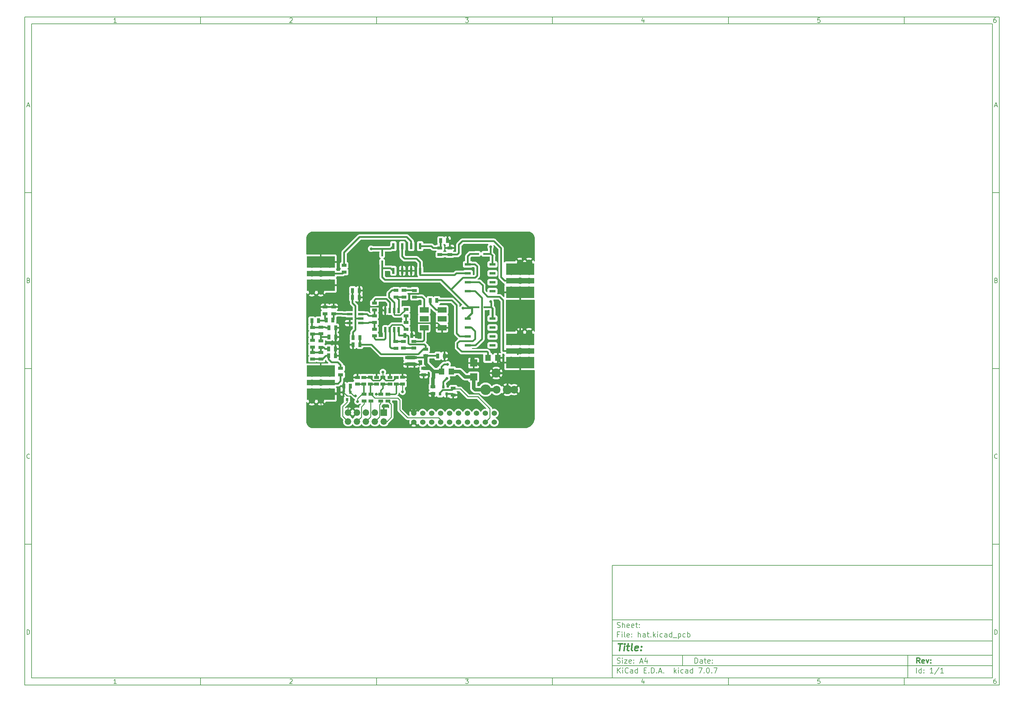
<source format=gtl>
%TF.GenerationSoftware,KiCad,Pcbnew,7.0.7*%
%TF.CreationDate,2023-12-26T13:29:33+01:00*%
%TF.ProjectId,hat,6861742e-6b69-4636-9164-5f7063625858,rev?*%
%TF.SameCoordinates,Original*%
%TF.FileFunction,Copper,L1,Top*%
%TF.FilePolarity,Positive*%
%FSLAX46Y46*%
G04 Gerber Fmt 4.6, Leading zero omitted, Abs format (unit mm)*
G04 Created by KiCad (PCBNEW 7.0.7) date 2023-12-26 13:29:33*
%MOMM*%
%LPD*%
G01*
G04 APERTURE LIST*
%ADD10C,0.100000*%
%ADD11C,0.150000*%
%ADD12C,0.300000*%
%ADD13C,0.400000*%
%TA.AperFunction,SMDPad,CuDef*%
%ADD14R,0.889000X1.397000*%
%TD*%
%TA.AperFunction,SMDPad,CuDef*%
%ADD15R,1.397000X0.889000*%
%TD*%
%TA.AperFunction,SMDPad,CuDef*%
%ADD16R,0.800000X0.900000*%
%TD*%
%TA.AperFunction,ComponentPad*%
%ADD17C,1.800000*%
%TD*%
%TA.AperFunction,SMDPad,CuDef*%
%ADD18R,8.000000X1.600000*%
%TD*%
%TA.AperFunction,ComponentPad*%
%ADD19C,1.850000*%
%TD*%
%TA.AperFunction,SMDPad,CuDef*%
%ADD20R,8.000000X3.300000*%
%TD*%
%TA.AperFunction,ComponentPad*%
%ADD21C,5.300000*%
%TD*%
%TA.AperFunction,ComponentPad*%
%ADD22C,2.200000*%
%TD*%
%TA.AperFunction,ComponentPad*%
%ADD23C,3.000000*%
%TD*%
%TA.AperFunction,ComponentPad*%
%ADD24C,2.600000*%
%TD*%
%TA.AperFunction,SMDPad,CuDef*%
%ADD25R,2.100000X2.000000*%
%TD*%
%TA.AperFunction,ComponentPad*%
%ADD26R,1.850000X1.850000*%
%TD*%
%TA.AperFunction,SMDPad,CuDef*%
%ADD27R,1.650000X0.760000*%
%TD*%
%TA.AperFunction,SMDPad,CuDef*%
%ADD28R,0.599440X1.000760*%
%TD*%
%TA.AperFunction,SMDPad,CuDef*%
%ADD29R,1.600000X1.800000*%
%TD*%
%TA.AperFunction,SMDPad,CuDef*%
%ADD30R,1.000760X0.599440*%
%TD*%
%TA.AperFunction,SMDPad,CuDef*%
%ADD31R,0.650000X1.528000*%
%TD*%
%TA.AperFunction,SMDPad,CuDef*%
%ADD32R,2.540000X1.650000*%
%TD*%
%TA.AperFunction,SMDPad,CuDef*%
%ADD33R,1.800000X0.800000*%
%TD*%
%TA.AperFunction,SMDPad,CuDef*%
%ADD34R,0.800000X1.800000*%
%TD*%
%TA.AperFunction,ComponentPad*%
%ADD35C,1.524000*%
%TD*%
%TA.AperFunction,ViaPad*%
%ADD36C,0.800000*%
%TD*%
%TA.AperFunction,Conductor*%
%ADD37C,0.400000*%
%TD*%
%TA.AperFunction,Conductor*%
%ADD38C,0.250000*%
%TD*%
%TA.AperFunction,Conductor*%
%ADD39C,0.500000*%
%TD*%
%TA.AperFunction,Conductor*%
%ADD40C,1.000000*%
%TD*%
%TA.AperFunction,Conductor*%
%ADD41C,0.600000*%
%TD*%
G04 APERTURE END LIST*
D10*
D11*
X177002200Y-166007200D02*
X285002200Y-166007200D01*
X285002200Y-198007200D01*
X177002200Y-198007200D01*
X177002200Y-166007200D01*
D10*
D11*
X10000000Y-10000000D02*
X287002200Y-10000000D01*
X287002200Y-200007200D01*
X10000000Y-200007200D01*
X10000000Y-10000000D01*
D10*
D11*
X12000000Y-12000000D02*
X285002200Y-12000000D01*
X285002200Y-198007200D01*
X12000000Y-198007200D01*
X12000000Y-12000000D01*
D10*
D11*
X60000000Y-12000000D02*
X60000000Y-10000000D01*
D10*
D11*
X110000000Y-12000000D02*
X110000000Y-10000000D01*
D10*
D11*
X160000000Y-12000000D02*
X160000000Y-10000000D01*
D10*
D11*
X210000000Y-12000000D02*
X210000000Y-10000000D01*
D10*
D11*
X260000000Y-12000000D02*
X260000000Y-10000000D01*
D10*
D11*
X36089160Y-11593604D02*
X35346303Y-11593604D01*
X35717731Y-11593604D02*
X35717731Y-10293604D01*
X35717731Y-10293604D02*
X35593922Y-10479319D01*
X35593922Y-10479319D02*
X35470112Y-10603128D01*
X35470112Y-10603128D02*
X35346303Y-10665033D01*
D10*
D11*
X85346303Y-10417414D02*
X85408207Y-10355509D01*
X85408207Y-10355509D02*
X85532017Y-10293604D01*
X85532017Y-10293604D02*
X85841541Y-10293604D01*
X85841541Y-10293604D02*
X85965350Y-10355509D01*
X85965350Y-10355509D02*
X86027255Y-10417414D01*
X86027255Y-10417414D02*
X86089160Y-10541223D01*
X86089160Y-10541223D02*
X86089160Y-10665033D01*
X86089160Y-10665033D02*
X86027255Y-10850747D01*
X86027255Y-10850747D02*
X85284398Y-11593604D01*
X85284398Y-11593604D02*
X86089160Y-11593604D01*
D10*
D11*
X135284398Y-10293604D02*
X136089160Y-10293604D01*
X136089160Y-10293604D02*
X135655826Y-10788842D01*
X135655826Y-10788842D02*
X135841541Y-10788842D01*
X135841541Y-10788842D02*
X135965350Y-10850747D01*
X135965350Y-10850747D02*
X136027255Y-10912652D01*
X136027255Y-10912652D02*
X136089160Y-11036461D01*
X136089160Y-11036461D02*
X136089160Y-11345985D01*
X136089160Y-11345985D02*
X136027255Y-11469795D01*
X136027255Y-11469795D02*
X135965350Y-11531700D01*
X135965350Y-11531700D02*
X135841541Y-11593604D01*
X135841541Y-11593604D02*
X135470112Y-11593604D01*
X135470112Y-11593604D02*
X135346303Y-11531700D01*
X135346303Y-11531700D02*
X135284398Y-11469795D01*
D10*
D11*
X185965350Y-10726938D02*
X185965350Y-11593604D01*
X185655826Y-10231700D02*
X185346303Y-11160271D01*
X185346303Y-11160271D02*
X186151064Y-11160271D01*
D10*
D11*
X236027255Y-10293604D02*
X235408207Y-10293604D01*
X235408207Y-10293604D02*
X235346303Y-10912652D01*
X235346303Y-10912652D02*
X235408207Y-10850747D01*
X235408207Y-10850747D02*
X235532017Y-10788842D01*
X235532017Y-10788842D02*
X235841541Y-10788842D01*
X235841541Y-10788842D02*
X235965350Y-10850747D01*
X235965350Y-10850747D02*
X236027255Y-10912652D01*
X236027255Y-10912652D02*
X236089160Y-11036461D01*
X236089160Y-11036461D02*
X236089160Y-11345985D01*
X236089160Y-11345985D02*
X236027255Y-11469795D01*
X236027255Y-11469795D02*
X235965350Y-11531700D01*
X235965350Y-11531700D02*
X235841541Y-11593604D01*
X235841541Y-11593604D02*
X235532017Y-11593604D01*
X235532017Y-11593604D02*
X235408207Y-11531700D01*
X235408207Y-11531700D02*
X235346303Y-11469795D01*
D10*
D11*
X285965350Y-10293604D02*
X285717731Y-10293604D01*
X285717731Y-10293604D02*
X285593922Y-10355509D01*
X285593922Y-10355509D02*
X285532017Y-10417414D01*
X285532017Y-10417414D02*
X285408207Y-10603128D01*
X285408207Y-10603128D02*
X285346303Y-10850747D01*
X285346303Y-10850747D02*
X285346303Y-11345985D01*
X285346303Y-11345985D02*
X285408207Y-11469795D01*
X285408207Y-11469795D02*
X285470112Y-11531700D01*
X285470112Y-11531700D02*
X285593922Y-11593604D01*
X285593922Y-11593604D02*
X285841541Y-11593604D01*
X285841541Y-11593604D02*
X285965350Y-11531700D01*
X285965350Y-11531700D02*
X286027255Y-11469795D01*
X286027255Y-11469795D02*
X286089160Y-11345985D01*
X286089160Y-11345985D02*
X286089160Y-11036461D01*
X286089160Y-11036461D02*
X286027255Y-10912652D01*
X286027255Y-10912652D02*
X285965350Y-10850747D01*
X285965350Y-10850747D02*
X285841541Y-10788842D01*
X285841541Y-10788842D02*
X285593922Y-10788842D01*
X285593922Y-10788842D02*
X285470112Y-10850747D01*
X285470112Y-10850747D02*
X285408207Y-10912652D01*
X285408207Y-10912652D02*
X285346303Y-11036461D01*
D10*
D11*
X60000000Y-198007200D02*
X60000000Y-200007200D01*
D10*
D11*
X110000000Y-198007200D02*
X110000000Y-200007200D01*
D10*
D11*
X160000000Y-198007200D02*
X160000000Y-200007200D01*
D10*
D11*
X210000000Y-198007200D02*
X210000000Y-200007200D01*
D10*
D11*
X260000000Y-198007200D02*
X260000000Y-200007200D01*
D10*
D11*
X36089160Y-199600804D02*
X35346303Y-199600804D01*
X35717731Y-199600804D02*
X35717731Y-198300804D01*
X35717731Y-198300804D02*
X35593922Y-198486519D01*
X35593922Y-198486519D02*
X35470112Y-198610328D01*
X35470112Y-198610328D02*
X35346303Y-198672233D01*
D10*
D11*
X85346303Y-198424614D02*
X85408207Y-198362709D01*
X85408207Y-198362709D02*
X85532017Y-198300804D01*
X85532017Y-198300804D02*
X85841541Y-198300804D01*
X85841541Y-198300804D02*
X85965350Y-198362709D01*
X85965350Y-198362709D02*
X86027255Y-198424614D01*
X86027255Y-198424614D02*
X86089160Y-198548423D01*
X86089160Y-198548423D02*
X86089160Y-198672233D01*
X86089160Y-198672233D02*
X86027255Y-198857947D01*
X86027255Y-198857947D02*
X85284398Y-199600804D01*
X85284398Y-199600804D02*
X86089160Y-199600804D01*
D10*
D11*
X135284398Y-198300804D02*
X136089160Y-198300804D01*
X136089160Y-198300804D02*
X135655826Y-198796042D01*
X135655826Y-198796042D02*
X135841541Y-198796042D01*
X135841541Y-198796042D02*
X135965350Y-198857947D01*
X135965350Y-198857947D02*
X136027255Y-198919852D01*
X136027255Y-198919852D02*
X136089160Y-199043661D01*
X136089160Y-199043661D02*
X136089160Y-199353185D01*
X136089160Y-199353185D02*
X136027255Y-199476995D01*
X136027255Y-199476995D02*
X135965350Y-199538900D01*
X135965350Y-199538900D02*
X135841541Y-199600804D01*
X135841541Y-199600804D02*
X135470112Y-199600804D01*
X135470112Y-199600804D02*
X135346303Y-199538900D01*
X135346303Y-199538900D02*
X135284398Y-199476995D01*
D10*
D11*
X185965350Y-198734138D02*
X185965350Y-199600804D01*
X185655826Y-198238900D02*
X185346303Y-199167471D01*
X185346303Y-199167471D02*
X186151064Y-199167471D01*
D10*
D11*
X236027255Y-198300804D02*
X235408207Y-198300804D01*
X235408207Y-198300804D02*
X235346303Y-198919852D01*
X235346303Y-198919852D02*
X235408207Y-198857947D01*
X235408207Y-198857947D02*
X235532017Y-198796042D01*
X235532017Y-198796042D02*
X235841541Y-198796042D01*
X235841541Y-198796042D02*
X235965350Y-198857947D01*
X235965350Y-198857947D02*
X236027255Y-198919852D01*
X236027255Y-198919852D02*
X236089160Y-199043661D01*
X236089160Y-199043661D02*
X236089160Y-199353185D01*
X236089160Y-199353185D02*
X236027255Y-199476995D01*
X236027255Y-199476995D02*
X235965350Y-199538900D01*
X235965350Y-199538900D02*
X235841541Y-199600804D01*
X235841541Y-199600804D02*
X235532017Y-199600804D01*
X235532017Y-199600804D02*
X235408207Y-199538900D01*
X235408207Y-199538900D02*
X235346303Y-199476995D01*
D10*
D11*
X285965350Y-198300804D02*
X285717731Y-198300804D01*
X285717731Y-198300804D02*
X285593922Y-198362709D01*
X285593922Y-198362709D02*
X285532017Y-198424614D01*
X285532017Y-198424614D02*
X285408207Y-198610328D01*
X285408207Y-198610328D02*
X285346303Y-198857947D01*
X285346303Y-198857947D02*
X285346303Y-199353185D01*
X285346303Y-199353185D02*
X285408207Y-199476995D01*
X285408207Y-199476995D02*
X285470112Y-199538900D01*
X285470112Y-199538900D02*
X285593922Y-199600804D01*
X285593922Y-199600804D02*
X285841541Y-199600804D01*
X285841541Y-199600804D02*
X285965350Y-199538900D01*
X285965350Y-199538900D02*
X286027255Y-199476995D01*
X286027255Y-199476995D02*
X286089160Y-199353185D01*
X286089160Y-199353185D02*
X286089160Y-199043661D01*
X286089160Y-199043661D02*
X286027255Y-198919852D01*
X286027255Y-198919852D02*
X285965350Y-198857947D01*
X285965350Y-198857947D02*
X285841541Y-198796042D01*
X285841541Y-198796042D02*
X285593922Y-198796042D01*
X285593922Y-198796042D02*
X285470112Y-198857947D01*
X285470112Y-198857947D02*
X285408207Y-198919852D01*
X285408207Y-198919852D02*
X285346303Y-199043661D01*
D10*
D11*
X10000000Y-60000000D02*
X12000000Y-60000000D01*
D10*
D11*
X10000000Y-110000000D02*
X12000000Y-110000000D01*
D10*
D11*
X10000000Y-160000000D02*
X12000000Y-160000000D01*
D10*
D11*
X10690476Y-35222176D02*
X11309523Y-35222176D01*
X10566666Y-35593604D02*
X10999999Y-34293604D01*
X10999999Y-34293604D02*
X11433333Y-35593604D01*
D10*
D11*
X11092857Y-84912652D02*
X11278571Y-84974557D01*
X11278571Y-84974557D02*
X11340476Y-85036461D01*
X11340476Y-85036461D02*
X11402380Y-85160271D01*
X11402380Y-85160271D02*
X11402380Y-85345985D01*
X11402380Y-85345985D02*
X11340476Y-85469795D01*
X11340476Y-85469795D02*
X11278571Y-85531700D01*
X11278571Y-85531700D02*
X11154761Y-85593604D01*
X11154761Y-85593604D02*
X10659523Y-85593604D01*
X10659523Y-85593604D02*
X10659523Y-84293604D01*
X10659523Y-84293604D02*
X11092857Y-84293604D01*
X11092857Y-84293604D02*
X11216666Y-84355509D01*
X11216666Y-84355509D02*
X11278571Y-84417414D01*
X11278571Y-84417414D02*
X11340476Y-84541223D01*
X11340476Y-84541223D02*
X11340476Y-84665033D01*
X11340476Y-84665033D02*
X11278571Y-84788842D01*
X11278571Y-84788842D02*
X11216666Y-84850747D01*
X11216666Y-84850747D02*
X11092857Y-84912652D01*
X11092857Y-84912652D02*
X10659523Y-84912652D01*
D10*
D11*
X11402380Y-135469795D02*
X11340476Y-135531700D01*
X11340476Y-135531700D02*
X11154761Y-135593604D01*
X11154761Y-135593604D02*
X11030952Y-135593604D01*
X11030952Y-135593604D02*
X10845238Y-135531700D01*
X10845238Y-135531700D02*
X10721428Y-135407890D01*
X10721428Y-135407890D02*
X10659523Y-135284080D01*
X10659523Y-135284080D02*
X10597619Y-135036461D01*
X10597619Y-135036461D02*
X10597619Y-134850747D01*
X10597619Y-134850747D02*
X10659523Y-134603128D01*
X10659523Y-134603128D02*
X10721428Y-134479319D01*
X10721428Y-134479319D02*
X10845238Y-134355509D01*
X10845238Y-134355509D02*
X11030952Y-134293604D01*
X11030952Y-134293604D02*
X11154761Y-134293604D01*
X11154761Y-134293604D02*
X11340476Y-134355509D01*
X11340476Y-134355509D02*
X11402380Y-134417414D01*
D10*
D11*
X10659523Y-185593604D02*
X10659523Y-184293604D01*
X10659523Y-184293604D02*
X10969047Y-184293604D01*
X10969047Y-184293604D02*
X11154761Y-184355509D01*
X11154761Y-184355509D02*
X11278571Y-184479319D01*
X11278571Y-184479319D02*
X11340476Y-184603128D01*
X11340476Y-184603128D02*
X11402380Y-184850747D01*
X11402380Y-184850747D02*
X11402380Y-185036461D01*
X11402380Y-185036461D02*
X11340476Y-185284080D01*
X11340476Y-185284080D02*
X11278571Y-185407890D01*
X11278571Y-185407890D02*
X11154761Y-185531700D01*
X11154761Y-185531700D02*
X10969047Y-185593604D01*
X10969047Y-185593604D02*
X10659523Y-185593604D01*
D10*
D11*
X287002200Y-60000000D02*
X285002200Y-60000000D01*
D10*
D11*
X287002200Y-110000000D02*
X285002200Y-110000000D01*
D10*
D11*
X287002200Y-160000000D02*
X285002200Y-160000000D01*
D10*
D11*
X285692676Y-35222176D02*
X286311723Y-35222176D01*
X285568866Y-35593604D02*
X286002199Y-34293604D01*
X286002199Y-34293604D02*
X286435533Y-35593604D01*
D10*
D11*
X286095057Y-84912652D02*
X286280771Y-84974557D01*
X286280771Y-84974557D02*
X286342676Y-85036461D01*
X286342676Y-85036461D02*
X286404580Y-85160271D01*
X286404580Y-85160271D02*
X286404580Y-85345985D01*
X286404580Y-85345985D02*
X286342676Y-85469795D01*
X286342676Y-85469795D02*
X286280771Y-85531700D01*
X286280771Y-85531700D02*
X286156961Y-85593604D01*
X286156961Y-85593604D02*
X285661723Y-85593604D01*
X285661723Y-85593604D02*
X285661723Y-84293604D01*
X285661723Y-84293604D02*
X286095057Y-84293604D01*
X286095057Y-84293604D02*
X286218866Y-84355509D01*
X286218866Y-84355509D02*
X286280771Y-84417414D01*
X286280771Y-84417414D02*
X286342676Y-84541223D01*
X286342676Y-84541223D02*
X286342676Y-84665033D01*
X286342676Y-84665033D02*
X286280771Y-84788842D01*
X286280771Y-84788842D02*
X286218866Y-84850747D01*
X286218866Y-84850747D02*
X286095057Y-84912652D01*
X286095057Y-84912652D02*
X285661723Y-84912652D01*
D10*
D11*
X286404580Y-135469795D02*
X286342676Y-135531700D01*
X286342676Y-135531700D02*
X286156961Y-135593604D01*
X286156961Y-135593604D02*
X286033152Y-135593604D01*
X286033152Y-135593604D02*
X285847438Y-135531700D01*
X285847438Y-135531700D02*
X285723628Y-135407890D01*
X285723628Y-135407890D02*
X285661723Y-135284080D01*
X285661723Y-135284080D02*
X285599819Y-135036461D01*
X285599819Y-135036461D02*
X285599819Y-134850747D01*
X285599819Y-134850747D02*
X285661723Y-134603128D01*
X285661723Y-134603128D02*
X285723628Y-134479319D01*
X285723628Y-134479319D02*
X285847438Y-134355509D01*
X285847438Y-134355509D02*
X286033152Y-134293604D01*
X286033152Y-134293604D02*
X286156961Y-134293604D01*
X286156961Y-134293604D02*
X286342676Y-134355509D01*
X286342676Y-134355509D02*
X286404580Y-134417414D01*
D10*
D11*
X285661723Y-185593604D02*
X285661723Y-184293604D01*
X285661723Y-184293604D02*
X285971247Y-184293604D01*
X285971247Y-184293604D02*
X286156961Y-184355509D01*
X286156961Y-184355509D02*
X286280771Y-184479319D01*
X286280771Y-184479319D02*
X286342676Y-184603128D01*
X286342676Y-184603128D02*
X286404580Y-184850747D01*
X286404580Y-184850747D02*
X286404580Y-185036461D01*
X286404580Y-185036461D02*
X286342676Y-185284080D01*
X286342676Y-185284080D02*
X286280771Y-185407890D01*
X286280771Y-185407890D02*
X286156961Y-185531700D01*
X286156961Y-185531700D02*
X285971247Y-185593604D01*
X285971247Y-185593604D02*
X285661723Y-185593604D01*
D10*
D11*
X200458026Y-193793328D02*
X200458026Y-192293328D01*
X200458026Y-192293328D02*
X200815169Y-192293328D01*
X200815169Y-192293328D02*
X201029455Y-192364757D01*
X201029455Y-192364757D02*
X201172312Y-192507614D01*
X201172312Y-192507614D02*
X201243741Y-192650471D01*
X201243741Y-192650471D02*
X201315169Y-192936185D01*
X201315169Y-192936185D02*
X201315169Y-193150471D01*
X201315169Y-193150471D02*
X201243741Y-193436185D01*
X201243741Y-193436185D02*
X201172312Y-193579042D01*
X201172312Y-193579042D02*
X201029455Y-193721900D01*
X201029455Y-193721900D02*
X200815169Y-193793328D01*
X200815169Y-193793328D02*
X200458026Y-193793328D01*
X202600884Y-193793328D02*
X202600884Y-193007614D01*
X202600884Y-193007614D02*
X202529455Y-192864757D01*
X202529455Y-192864757D02*
X202386598Y-192793328D01*
X202386598Y-192793328D02*
X202100884Y-192793328D01*
X202100884Y-192793328D02*
X201958026Y-192864757D01*
X202600884Y-193721900D02*
X202458026Y-193793328D01*
X202458026Y-193793328D02*
X202100884Y-193793328D01*
X202100884Y-193793328D02*
X201958026Y-193721900D01*
X201958026Y-193721900D02*
X201886598Y-193579042D01*
X201886598Y-193579042D02*
X201886598Y-193436185D01*
X201886598Y-193436185D02*
X201958026Y-193293328D01*
X201958026Y-193293328D02*
X202100884Y-193221900D01*
X202100884Y-193221900D02*
X202458026Y-193221900D01*
X202458026Y-193221900D02*
X202600884Y-193150471D01*
X203100884Y-192793328D02*
X203672312Y-192793328D01*
X203315169Y-192293328D02*
X203315169Y-193579042D01*
X203315169Y-193579042D02*
X203386598Y-193721900D01*
X203386598Y-193721900D02*
X203529455Y-193793328D01*
X203529455Y-193793328D02*
X203672312Y-193793328D01*
X204743741Y-193721900D02*
X204600884Y-193793328D01*
X204600884Y-193793328D02*
X204315170Y-193793328D01*
X204315170Y-193793328D02*
X204172312Y-193721900D01*
X204172312Y-193721900D02*
X204100884Y-193579042D01*
X204100884Y-193579042D02*
X204100884Y-193007614D01*
X204100884Y-193007614D02*
X204172312Y-192864757D01*
X204172312Y-192864757D02*
X204315170Y-192793328D01*
X204315170Y-192793328D02*
X204600884Y-192793328D01*
X204600884Y-192793328D02*
X204743741Y-192864757D01*
X204743741Y-192864757D02*
X204815170Y-193007614D01*
X204815170Y-193007614D02*
X204815170Y-193150471D01*
X204815170Y-193150471D02*
X204100884Y-193293328D01*
X205458026Y-193650471D02*
X205529455Y-193721900D01*
X205529455Y-193721900D02*
X205458026Y-193793328D01*
X205458026Y-193793328D02*
X205386598Y-193721900D01*
X205386598Y-193721900D02*
X205458026Y-193650471D01*
X205458026Y-193650471D02*
X205458026Y-193793328D01*
X205458026Y-192864757D02*
X205529455Y-192936185D01*
X205529455Y-192936185D02*
X205458026Y-193007614D01*
X205458026Y-193007614D02*
X205386598Y-192936185D01*
X205386598Y-192936185D02*
X205458026Y-192864757D01*
X205458026Y-192864757D02*
X205458026Y-193007614D01*
D10*
D11*
X177002200Y-194507200D02*
X285002200Y-194507200D01*
D10*
D11*
X178458026Y-196593328D02*
X178458026Y-195093328D01*
X179315169Y-196593328D02*
X178672312Y-195736185D01*
X179315169Y-195093328D02*
X178458026Y-195950471D01*
X179958026Y-196593328D02*
X179958026Y-195593328D01*
X179958026Y-195093328D02*
X179886598Y-195164757D01*
X179886598Y-195164757D02*
X179958026Y-195236185D01*
X179958026Y-195236185D02*
X180029455Y-195164757D01*
X180029455Y-195164757D02*
X179958026Y-195093328D01*
X179958026Y-195093328D02*
X179958026Y-195236185D01*
X181529455Y-196450471D02*
X181458027Y-196521900D01*
X181458027Y-196521900D02*
X181243741Y-196593328D01*
X181243741Y-196593328D02*
X181100884Y-196593328D01*
X181100884Y-196593328D02*
X180886598Y-196521900D01*
X180886598Y-196521900D02*
X180743741Y-196379042D01*
X180743741Y-196379042D02*
X180672312Y-196236185D01*
X180672312Y-196236185D02*
X180600884Y-195950471D01*
X180600884Y-195950471D02*
X180600884Y-195736185D01*
X180600884Y-195736185D02*
X180672312Y-195450471D01*
X180672312Y-195450471D02*
X180743741Y-195307614D01*
X180743741Y-195307614D02*
X180886598Y-195164757D01*
X180886598Y-195164757D02*
X181100884Y-195093328D01*
X181100884Y-195093328D02*
X181243741Y-195093328D01*
X181243741Y-195093328D02*
X181458027Y-195164757D01*
X181458027Y-195164757D02*
X181529455Y-195236185D01*
X182815170Y-196593328D02*
X182815170Y-195807614D01*
X182815170Y-195807614D02*
X182743741Y-195664757D01*
X182743741Y-195664757D02*
X182600884Y-195593328D01*
X182600884Y-195593328D02*
X182315170Y-195593328D01*
X182315170Y-195593328D02*
X182172312Y-195664757D01*
X182815170Y-196521900D02*
X182672312Y-196593328D01*
X182672312Y-196593328D02*
X182315170Y-196593328D01*
X182315170Y-196593328D02*
X182172312Y-196521900D01*
X182172312Y-196521900D02*
X182100884Y-196379042D01*
X182100884Y-196379042D02*
X182100884Y-196236185D01*
X182100884Y-196236185D02*
X182172312Y-196093328D01*
X182172312Y-196093328D02*
X182315170Y-196021900D01*
X182315170Y-196021900D02*
X182672312Y-196021900D01*
X182672312Y-196021900D02*
X182815170Y-195950471D01*
X184172313Y-196593328D02*
X184172313Y-195093328D01*
X184172313Y-196521900D02*
X184029455Y-196593328D01*
X184029455Y-196593328D02*
X183743741Y-196593328D01*
X183743741Y-196593328D02*
X183600884Y-196521900D01*
X183600884Y-196521900D02*
X183529455Y-196450471D01*
X183529455Y-196450471D02*
X183458027Y-196307614D01*
X183458027Y-196307614D02*
X183458027Y-195879042D01*
X183458027Y-195879042D02*
X183529455Y-195736185D01*
X183529455Y-195736185D02*
X183600884Y-195664757D01*
X183600884Y-195664757D02*
X183743741Y-195593328D01*
X183743741Y-195593328D02*
X184029455Y-195593328D01*
X184029455Y-195593328D02*
X184172313Y-195664757D01*
X186029455Y-195807614D02*
X186529455Y-195807614D01*
X186743741Y-196593328D02*
X186029455Y-196593328D01*
X186029455Y-196593328D02*
X186029455Y-195093328D01*
X186029455Y-195093328D02*
X186743741Y-195093328D01*
X187386598Y-196450471D02*
X187458027Y-196521900D01*
X187458027Y-196521900D02*
X187386598Y-196593328D01*
X187386598Y-196593328D02*
X187315170Y-196521900D01*
X187315170Y-196521900D02*
X187386598Y-196450471D01*
X187386598Y-196450471D02*
X187386598Y-196593328D01*
X188100884Y-196593328D02*
X188100884Y-195093328D01*
X188100884Y-195093328D02*
X188458027Y-195093328D01*
X188458027Y-195093328D02*
X188672313Y-195164757D01*
X188672313Y-195164757D02*
X188815170Y-195307614D01*
X188815170Y-195307614D02*
X188886599Y-195450471D01*
X188886599Y-195450471D02*
X188958027Y-195736185D01*
X188958027Y-195736185D02*
X188958027Y-195950471D01*
X188958027Y-195950471D02*
X188886599Y-196236185D01*
X188886599Y-196236185D02*
X188815170Y-196379042D01*
X188815170Y-196379042D02*
X188672313Y-196521900D01*
X188672313Y-196521900D02*
X188458027Y-196593328D01*
X188458027Y-196593328D02*
X188100884Y-196593328D01*
X189600884Y-196450471D02*
X189672313Y-196521900D01*
X189672313Y-196521900D02*
X189600884Y-196593328D01*
X189600884Y-196593328D02*
X189529456Y-196521900D01*
X189529456Y-196521900D02*
X189600884Y-196450471D01*
X189600884Y-196450471D02*
X189600884Y-196593328D01*
X190243742Y-196164757D02*
X190958028Y-196164757D01*
X190100885Y-196593328D02*
X190600885Y-195093328D01*
X190600885Y-195093328D02*
X191100885Y-196593328D01*
X191600884Y-196450471D02*
X191672313Y-196521900D01*
X191672313Y-196521900D02*
X191600884Y-196593328D01*
X191600884Y-196593328D02*
X191529456Y-196521900D01*
X191529456Y-196521900D02*
X191600884Y-196450471D01*
X191600884Y-196450471D02*
X191600884Y-196593328D01*
X194600884Y-196593328D02*
X194600884Y-195093328D01*
X194743742Y-196021900D02*
X195172313Y-196593328D01*
X195172313Y-195593328D02*
X194600884Y-196164757D01*
X195815170Y-196593328D02*
X195815170Y-195593328D01*
X195815170Y-195093328D02*
X195743742Y-195164757D01*
X195743742Y-195164757D02*
X195815170Y-195236185D01*
X195815170Y-195236185D02*
X195886599Y-195164757D01*
X195886599Y-195164757D02*
X195815170Y-195093328D01*
X195815170Y-195093328D02*
X195815170Y-195236185D01*
X197172314Y-196521900D02*
X197029456Y-196593328D01*
X197029456Y-196593328D02*
X196743742Y-196593328D01*
X196743742Y-196593328D02*
X196600885Y-196521900D01*
X196600885Y-196521900D02*
X196529456Y-196450471D01*
X196529456Y-196450471D02*
X196458028Y-196307614D01*
X196458028Y-196307614D02*
X196458028Y-195879042D01*
X196458028Y-195879042D02*
X196529456Y-195736185D01*
X196529456Y-195736185D02*
X196600885Y-195664757D01*
X196600885Y-195664757D02*
X196743742Y-195593328D01*
X196743742Y-195593328D02*
X197029456Y-195593328D01*
X197029456Y-195593328D02*
X197172314Y-195664757D01*
X198458028Y-196593328D02*
X198458028Y-195807614D01*
X198458028Y-195807614D02*
X198386599Y-195664757D01*
X198386599Y-195664757D02*
X198243742Y-195593328D01*
X198243742Y-195593328D02*
X197958028Y-195593328D01*
X197958028Y-195593328D02*
X197815170Y-195664757D01*
X198458028Y-196521900D02*
X198315170Y-196593328D01*
X198315170Y-196593328D02*
X197958028Y-196593328D01*
X197958028Y-196593328D02*
X197815170Y-196521900D01*
X197815170Y-196521900D02*
X197743742Y-196379042D01*
X197743742Y-196379042D02*
X197743742Y-196236185D01*
X197743742Y-196236185D02*
X197815170Y-196093328D01*
X197815170Y-196093328D02*
X197958028Y-196021900D01*
X197958028Y-196021900D02*
X198315170Y-196021900D01*
X198315170Y-196021900D02*
X198458028Y-195950471D01*
X199815171Y-196593328D02*
X199815171Y-195093328D01*
X199815171Y-196521900D02*
X199672313Y-196593328D01*
X199672313Y-196593328D02*
X199386599Y-196593328D01*
X199386599Y-196593328D02*
X199243742Y-196521900D01*
X199243742Y-196521900D02*
X199172313Y-196450471D01*
X199172313Y-196450471D02*
X199100885Y-196307614D01*
X199100885Y-196307614D02*
X199100885Y-195879042D01*
X199100885Y-195879042D02*
X199172313Y-195736185D01*
X199172313Y-195736185D02*
X199243742Y-195664757D01*
X199243742Y-195664757D02*
X199386599Y-195593328D01*
X199386599Y-195593328D02*
X199672313Y-195593328D01*
X199672313Y-195593328D02*
X199815171Y-195664757D01*
X201529456Y-195093328D02*
X202529456Y-195093328D01*
X202529456Y-195093328D02*
X201886599Y-196593328D01*
X203100884Y-196450471D02*
X203172313Y-196521900D01*
X203172313Y-196521900D02*
X203100884Y-196593328D01*
X203100884Y-196593328D02*
X203029456Y-196521900D01*
X203029456Y-196521900D02*
X203100884Y-196450471D01*
X203100884Y-196450471D02*
X203100884Y-196593328D01*
X204100885Y-195093328D02*
X204243742Y-195093328D01*
X204243742Y-195093328D02*
X204386599Y-195164757D01*
X204386599Y-195164757D02*
X204458028Y-195236185D01*
X204458028Y-195236185D02*
X204529456Y-195379042D01*
X204529456Y-195379042D02*
X204600885Y-195664757D01*
X204600885Y-195664757D02*
X204600885Y-196021900D01*
X204600885Y-196021900D02*
X204529456Y-196307614D01*
X204529456Y-196307614D02*
X204458028Y-196450471D01*
X204458028Y-196450471D02*
X204386599Y-196521900D01*
X204386599Y-196521900D02*
X204243742Y-196593328D01*
X204243742Y-196593328D02*
X204100885Y-196593328D01*
X204100885Y-196593328D02*
X203958028Y-196521900D01*
X203958028Y-196521900D02*
X203886599Y-196450471D01*
X203886599Y-196450471D02*
X203815170Y-196307614D01*
X203815170Y-196307614D02*
X203743742Y-196021900D01*
X203743742Y-196021900D02*
X203743742Y-195664757D01*
X203743742Y-195664757D02*
X203815170Y-195379042D01*
X203815170Y-195379042D02*
X203886599Y-195236185D01*
X203886599Y-195236185D02*
X203958028Y-195164757D01*
X203958028Y-195164757D02*
X204100885Y-195093328D01*
X205243741Y-196450471D02*
X205315170Y-196521900D01*
X205315170Y-196521900D02*
X205243741Y-196593328D01*
X205243741Y-196593328D02*
X205172313Y-196521900D01*
X205172313Y-196521900D02*
X205243741Y-196450471D01*
X205243741Y-196450471D02*
X205243741Y-196593328D01*
X205815170Y-195093328D02*
X206815170Y-195093328D01*
X206815170Y-195093328D02*
X206172313Y-196593328D01*
D10*
D11*
X177002200Y-191507200D02*
X285002200Y-191507200D01*
D10*
D12*
X264413853Y-193785528D02*
X263913853Y-193071242D01*
X263556710Y-193785528D02*
X263556710Y-192285528D01*
X263556710Y-192285528D02*
X264128139Y-192285528D01*
X264128139Y-192285528D02*
X264270996Y-192356957D01*
X264270996Y-192356957D02*
X264342425Y-192428385D01*
X264342425Y-192428385D02*
X264413853Y-192571242D01*
X264413853Y-192571242D02*
X264413853Y-192785528D01*
X264413853Y-192785528D02*
X264342425Y-192928385D01*
X264342425Y-192928385D02*
X264270996Y-192999814D01*
X264270996Y-192999814D02*
X264128139Y-193071242D01*
X264128139Y-193071242D02*
X263556710Y-193071242D01*
X265628139Y-193714100D02*
X265485282Y-193785528D01*
X265485282Y-193785528D02*
X265199568Y-193785528D01*
X265199568Y-193785528D02*
X265056710Y-193714100D01*
X265056710Y-193714100D02*
X264985282Y-193571242D01*
X264985282Y-193571242D02*
X264985282Y-192999814D01*
X264985282Y-192999814D02*
X265056710Y-192856957D01*
X265056710Y-192856957D02*
X265199568Y-192785528D01*
X265199568Y-192785528D02*
X265485282Y-192785528D01*
X265485282Y-192785528D02*
X265628139Y-192856957D01*
X265628139Y-192856957D02*
X265699568Y-192999814D01*
X265699568Y-192999814D02*
X265699568Y-193142671D01*
X265699568Y-193142671D02*
X264985282Y-193285528D01*
X266199567Y-192785528D02*
X266556710Y-193785528D01*
X266556710Y-193785528D02*
X266913853Y-192785528D01*
X267485281Y-193642671D02*
X267556710Y-193714100D01*
X267556710Y-193714100D02*
X267485281Y-193785528D01*
X267485281Y-193785528D02*
X267413853Y-193714100D01*
X267413853Y-193714100D02*
X267485281Y-193642671D01*
X267485281Y-193642671D02*
X267485281Y-193785528D01*
X267485281Y-192856957D02*
X267556710Y-192928385D01*
X267556710Y-192928385D02*
X267485281Y-192999814D01*
X267485281Y-192999814D02*
X267413853Y-192928385D01*
X267413853Y-192928385D02*
X267485281Y-192856957D01*
X267485281Y-192856957D02*
X267485281Y-192999814D01*
D10*
D11*
X178386598Y-193721900D02*
X178600884Y-193793328D01*
X178600884Y-193793328D02*
X178958026Y-193793328D01*
X178958026Y-193793328D02*
X179100884Y-193721900D01*
X179100884Y-193721900D02*
X179172312Y-193650471D01*
X179172312Y-193650471D02*
X179243741Y-193507614D01*
X179243741Y-193507614D02*
X179243741Y-193364757D01*
X179243741Y-193364757D02*
X179172312Y-193221900D01*
X179172312Y-193221900D02*
X179100884Y-193150471D01*
X179100884Y-193150471D02*
X178958026Y-193079042D01*
X178958026Y-193079042D02*
X178672312Y-193007614D01*
X178672312Y-193007614D02*
X178529455Y-192936185D01*
X178529455Y-192936185D02*
X178458026Y-192864757D01*
X178458026Y-192864757D02*
X178386598Y-192721900D01*
X178386598Y-192721900D02*
X178386598Y-192579042D01*
X178386598Y-192579042D02*
X178458026Y-192436185D01*
X178458026Y-192436185D02*
X178529455Y-192364757D01*
X178529455Y-192364757D02*
X178672312Y-192293328D01*
X178672312Y-192293328D02*
X179029455Y-192293328D01*
X179029455Y-192293328D02*
X179243741Y-192364757D01*
X179886597Y-193793328D02*
X179886597Y-192793328D01*
X179886597Y-192293328D02*
X179815169Y-192364757D01*
X179815169Y-192364757D02*
X179886597Y-192436185D01*
X179886597Y-192436185D02*
X179958026Y-192364757D01*
X179958026Y-192364757D02*
X179886597Y-192293328D01*
X179886597Y-192293328D02*
X179886597Y-192436185D01*
X180458026Y-192793328D02*
X181243741Y-192793328D01*
X181243741Y-192793328D02*
X180458026Y-193793328D01*
X180458026Y-193793328D02*
X181243741Y-193793328D01*
X182386598Y-193721900D02*
X182243741Y-193793328D01*
X182243741Y-193793328D02*
X181958027Y-193793328D01*
X181958027Y-193793328D02*
X181815169Y-193721900D01*
X181815169Y-193721900D02*
X181743741Y-193579042D01*
X181743741Y-193579042D02*
X181743741Y-193007614D01*
X181743741Y-193007614D02*
X181815169Y-192864757D01*
X181815169Y-192864757D02*
X181958027Y-192793328D01*
X181958027Y-192793328D02*
X182243741Y-192793328D01*
X182243741Y-192793328D02*
X182386598Y-192864757D01*
X182386598Y-192864757D02*
X182458027Y-193007614D01*
X182458027Y-193007614D02*
X182458027Y-193150471D01*
X182458027Y-193150471D02*
X181743741Y-193293328D01*
X183100883Y-193650471D02*
X183172312Y-193721900D01*
X183172312Y-193721900D02*
X183100883Y-193793328D01*
X183100883Y-193793328D02*
X183029455Y-193721900D01*
X183029455Y-193721900D02*
X183100883Y-193650471D01*
X183100883Y-193650471D02*
X183100883Y-193793328D01*
X183100883Y-192864757D02*
X183172312Y-192936185D01*
X183172312Y-192936185D02*
X183100883Y-193007614D01*
X183100883Y-193007614D02*
X183029455Y-192936185D01*
X183029455Y-192936185D02*
X183100883Y-192864757D01*
X183100883Y-192864757D02*
X183100883Y-193007614D01*
X184886598Y-193364757D02*
X185600884Y-193364757D01*
X184743741Y-193793328D02*
X185243741Y-192293328D01*
X185243741Y-192293328D02*
X185743741Y-193793328D01*
X186886598Y-192793328D02*
X186886598Y-193793328D01*
X186529455Y-192221900D02*
X186172312Y-193293328D01*
X186172312Y-193293328D02*
X187100883Y-193293328D01*
D10*
D11*
X263458026Y-196593328D02*
X263458026Y-195093328D01*
X264815170Y-196593328D02*
X264815170Y-195093328D01*
X264815170Y-196521900D02*
X264672312Y-196593328D01*
X264672312Y-196593328D02*
X264386598Y-196593328D01*
X264386598Y-196593328D02*
X264243741Y-196521900D01*
X264243741Y-196521900D02*
X264172312Y-196450471D01*
X264172312Y-196450471D02*
X264100884Y-196307614D01*
X264100884Y-196307614D02*
X264100884Y-195879042D01*
X264100884Y-195879042D02*
X264172312Y-195736185D01*
X264172312Y-195736185D02*
X264243741Y-195664757D01*
X264243741Y-195664757D02*
X264386598Y-195593328D01*
X264386598Y-195593328D02*
X264672312Y-195593328D01*
X264672312Y-195593328D02*
X264815170Y-195664757D01*
X265529455Y-196450471D02*
X265600884Y-196521900D01*
X265600884Y-196521900D02*
X265529455Y-196593328D01*
X265529455Y-196593328D02*
X265458027Y-196521900D01*
X265458027Y-196521900D02*
X265529455Y-196450471D01*
X265529455Y-196450471D02*
X265529455Y-196593328D01*
X265529455Y-195664757D02*
X265600884Y-195736185D01*
X265600884Y-195736185D02*
X265529455Y-195807614D01*
X265529455Y-195807614D02*
X265458027Y-195736185D01*
X265458027Y-195736185D02*
X265529455Y-195664757D01*
X265529455Y-195664757D02*
X265529455Y-195807614D01*
X268172313Y-196593328D02*
X267315170Y-196593328D01*
X267743741Y-196593328D02*
X267743741Y-195093328D01*
X267743741Y-195093328D02*
X267600884Y-195307614D01*
X267600884Y-195307614D02*
X267458027Y-195450471D01*
X267458027Y-195450471D02*
X267315170Y-195521900D01*
X269886598Y-195021900D02*
X268600884Y-196950471D01*
X271172313Y-196593328D02*
X270315170Y-196593328D01*
X270743741Y-196593328D02*
X270743741Y-195093328D01*
X270743741Y-195093328D02*
X270600884Y-195307614D01*
X270600884Y-195307614D02*
X270458027Y-195450471D01*
X270458027Y-195450471D02*
X270315170Y-195521900D01*
D10*
D11*
X177002200Y-187507200D02*
X285002200Y-187507200D01*
D10*
D13*
X178693928Y-188211638D02*
X179836785Y-188211638D01*
X179015357Y-190211638D02*
X179265357Y-188211638D01*
X180253452Y-190211638D02*
X180420119Y-188878304D01*
X180503452Y-188211638D02*
X180396309Y-188306876D01*
X180396309Y-188306876D02*
X180479643Y-188402114D01*
X180479643Y-188402114D02*
X180586786Y-188306876D01*
X180586786Y-188306876D02*
X180503452Y-188211638D01*
X180503452Y-188211638D02*
X180479643Y-188402114D01*
X181086786Y-188878304D02*
X181848690Y-188878304D01*
X181455833Y-188211638D02*
X181241548Y-189925923D01*
X181241548Y-189925923D02*
X181312976Y-190116400D01*
X181312976Y-190116400D02*
X181491548Y-190211638D01*
X181491548Y-190211638D02*
X181682024Y-190211638D01*
X182634405Y-190211638D02*
X182455833Y-190116400D01*
X182455833Y-190116400D02*
X182384405Y-189925923D01*
X182384405Y-189925923D02*
X182598690Y-188211638D01*
X184170119Y-190116400D02*
X183967738Y-190211638D01*
X183967738Y-190211638D02*
X183586785Y-190211638D01*
X183586785Y-190211638D02*
X183408214Y-190116400D01*
X183408214Y-190116400D02*
X183336785Y-189925923D01*
X183336785Y-189925923D02*
X183432024Y-189164019D01*
X183432024Y-189164019D02*
X183551071Y-188973542D01*
X183551071Y-188973542D02*
X183753452Y-188878304D01*
X183753452Y-188878304D02*
X184134404Y-188878304D01*
X184134404Y-188878304D02*
X184312976Y-188973542D01*
X184312976Y-188973542D02*
X184384404Y-189164019D01*
X184384404Y-189164019D02*
X184360595Y-189354495D01*
X184360595Y-189354495D02*
X183384404Y-189544971D01*
X185134405Y-190021161D02*
X185217738Y-190116400D01*
X185217738Y-190116400D02*
X185110595Y-190211638D01*
X185110595Y-190211638D02*
X185027262Y-190116400D01*
X185027262Y-190116400D02*
X185134405Y-190021161D01*
X185134405Y-190021161D02*
X185110595Y-190211638D01*
X185265357Y-188973542D02*
X185348690Y-189068780D01*
X185348690Y-189068780D02*
X185241548Y-189164019D01*
X185241548Y-189164019D02*
X185158214Y-189068780D01*
X185158214Y-189068780D02*
X185265357Y-188973542D01*
X185265357Y-188973542D02*
X185241548Y-189164019D01*
D10*
D11*
X178958026Y-185607614D02*
X178458026Y-185607614D01*
X178458026Y-186393328D02*
X178458026Y-184893328D01*
X178458026Y-184893328D02*
X179172312Y-184893328D01*
X179743740Y-186393328D02*
X179743740Y-185393328D01*
X179743740Y-184893328D02*
X179672312Y-184964757D01*
X179672312Y-184964757D02*
X179743740Y-185036185D01*
X179743740Y-185036185D02*
X179815169Y-184964757D01*
X179815169Y-184964757D02*
X179743740Y-184893328D01*
X179743740Y-184893328D02*
X179743740Y-185036185D01*
X180672312Y-186393328D02*
X180529455Y-186321900D01*
X180529455Y-186321900D02*
X180458026Y-186179042D01*
X180458026Y-186179042D02*
X180458026Y-184893328D01*
X181815169Y-186321900D02*
X181672312Y-186393328D01*
X181672312Y-186393328D02*
X181386598Y-186393328D01*
X181386598Y-186393328D02*
X181243740Y-186321900D01*
X181243740Y-186321900D02*
X181172312Y-186179042D01*
X181172312Y-186179042D02*
X181172312Y-185607614D01*
X181172312Y-185607614D02*
X181243740Y-185464757D01*
X181243740Y-185464757D02*
X181386598Y-185393328D01*
X181386598Y-185393328D02*
X181672312Y-185393328D01*
X181672312Y-185393328D02*
X181815169Y-185464757D01*
X181815169Y-185464757D02*
X181886598Y-185607614D01*
X181886598Y-185607614D02*
X181886598Y-185750471D01*
X181886598Y-185750471D02*
X181172312Y-185893328D01*
X182529454Y-186250471D02*
X182600883Y-186321900D01*
X182600883Y-186321900D02*
X182529454Y-186393328D01*
X182529454Y-186393328D02*
X182458026Y-186321900D01*
X182458026Y-186321900D02*
X182529454Y-186250471D01*
X182529454Y-186250471D02*
X182529454Y-186393328D01*
X182529454Y-185464757D02*
X182600883Y-185536185D01*
X182600883Y-185536185D02*
X182529454Y-185607614D01*
X182529454Y-185607614D02*
X182458026Y-185536185D01*
X182458026Y-185536185D02*
X182529454Y-185464757D01*
X182529454Y-185464757D02*
X182529454Y-185607614D01*
X184386597Y-186393328D02*
X184386597Y-184893328D01*
X185029455Y-186393328D02*
X185029455Y-185607614D01*
X185029455Y-185607614D02*
X184958026Y-185464757D01*
X184958026Y-185464757D02*
X184815169Y-185393328D01*
X184815169Y-185393328D02*
X184600883Y-185393328D01*
X184600883Y-185393328D02*
X184458026Y-185464757D01*
X184458026Y-185464757D02*
X184386597Y-185536185D01*
X186386598Y-186393328D02*
X186386598Y-185607614D01*
X186386598Y-185607614D02*
X186315169Y-185464757D01*
X186315169Y-185464757D02*
X186172312Y-185393328D01*
X186172312Y-185393328D02*
X185886598Y-185393328D01*
X185886598Y-185393328D02*
X185743740Y-185464757D01*
X186386598Y-186321900D02*
X186243740Y-186393328D01*
X186243740Y-186393328D02*
X185886598Y-186393328D01*
X185886598Y-186393328D02*
X185743740Y-186321900D01*
X185743740Y-186321900D02*
X185672312Y-186179042D01*
X185672312Y-186179042D02*
X185672312Y-186036185D01*
X185672312Y-186036185D02*
X185743740Y-185893328D01*
X185743740Y-185893328D02*
X185886598Y-185821900D01*
X185886598Y-185821900D02*
X186243740Y-185821900D01*
X186243740Y-185821900D02*
X186386598Y-185750471D01*
X186886598Y-185393328D02*
X187458026Y-185393328D01*
X187100883Y-184893328D02*
X187100883Y-186179042D01*
X187100883Y-186179042D02*
X187172312Y-186321900D01*
X187172312Y-186321900D02*
X187315169Y-186393328D01*
X187315169Y-186393328D02*
X187458026Y-186393328D01*
X187958026Y-186250471D02*
X188029455Y-186321900D01*
X188029455Y-186321900D02*
X187958026Y-186393328D01*
X187958026Y-186393328D02*
X187886598Y-186321900D01*
X187886598Y-186321900D02*
X187958026Y-186250471D01*
X187958026Y-186250471D02*
X187958026Y-186393328D01*
X188672312Y-186393328D02*
X188672312Y-184893328D01*
X188815170Y-185821900D02*
X189243741Y-186393328D01*
X189243741Y-185393328D02*
X188672312Y-185964757D01*
X189886598Y-186393328D02*
X189886598Y-185393328D01*
X189886598Y-184893328D02*
X189815170Y-184964757D01*
X189815170Y-184964757D02*
X189886598Y-185036185D01*
X189886598Y-185036185D02*
X189958027Y-184964757D01*
X189958027Y-184964757D02*
X189886598Y-184893328D01*
X189886598Y-184893328D02*
X189886598Y-185036185D01*
X191243742Y-186321900D02*
X191100884Y-186393328D01*
X191100884Y-186393328D02*
X190815170Y-186393328D01*
X190815170Y-186393328D02*
X190672313Y-186321900D01*
X190672313Y-186321900D02*
X190600884Y-186250471D01*
X190600884Y-186250471D02*
X190529456Y-186107614D01*
X190529456Y-186107614D02*
X190529456Y-185679042D01*
X190529456Y-185679042D02*
X190600884Y-185536185D01*
X190600884Y-185536185D02*
X190672313Y-185464757D01*
X190672313Y-185464757D02*
X190815170Y-185393328D01*
X190815170Y-185393328D02*
X191100884Y-185393328D01*
X191100884Y-185393328D02*
X191243742Y-185464757D01*
X192529456Y-186393328D02*
X192529456Y-185607614D01*
X192529456Y-185607614D02*
X192458027Y-185464757D01*
X192458027Y-185464757D02*
X192315170Y-185393328D01*
X192315170Y-185393328D02*
X192029456Y-185393328D01*
X192029456Y-185393328D02*
X191886598Y-185464757D01*
X192529456Y-186321900D02*
X192386598Y-186393328D01*
X192386598Y-186393328D02*
X192029456Y-186393328D01*
X192029456Y-186393328D02*
X191886598Y-186321900D01*
X191886598Y-186321900D02*
X191815170Y-186179042D01*
X191815170Y-186179042D02*
X191815170Y-186036185D01*
X191815170Y-186036185D02*
X191886598Y-185893328D01*
X191886598Y-185893328D02*
X192029456Y-185821900D01*
X192029456Y-185821900D02*
X192386598Y-185821900D01*
X192386598Y-185821900D02*
X192529456Y-185750471D01*
X193886599Y-186393328D02*
X193886599Y-184893328D01*
X193886599Y-186321900D02*
X193743741Y-186393328D01*
X193743741Y-186393328D02*
X193458027Y-186393328D01*
X193458027Y-186393328D02*
X193315170Y-186321900D01*
X193315170Y-186321900D02*
X193243741Y-186250471D01*
X193243741Y-186250471D02*
X193172313Y-186107614D01*
X193172313Y-186107614D02*
X193172313Y-185679042D01*
X193172313Y-185679042D02*
X193243741Y-185536185D01*
X193243741Y-185536185D02*
X193315170Y-185464757D01*
X193315170Y-185464757D02*
X193458027Y-185393328D01*
X193458027Y-185393328D02*
X193743741Y-185393328D01*
X193743741Y-185393328D02*
X193886599Y-185464757D01*
X194243742Y-186536185D02*
X195386599Y-186536185D01*
X195743741Y-185393328D02*
X195743741Y-186893328D01*
X195743741Y-185464757D02*
X195886599Y-185393328D01*
X195886599Y-185393328D02*
X196172313Y-185393328D01*
X196172313Y-185393328D02*
X196315170Y-185464757D01*
X196315170Y-185464757D02*
X196386599Y-185536185D01*
X196386599Y-185536185D02*
X196458027Y-185679042D01*
X196458027Y-185679042D02*
X196458027Y-186107614D01*
X196458027Y-186107614D02*
X196386599Y-186250471D01*
X196386599Y-186250471D02*
X196315170Y-186321900D01*
X196315170Y-186321900D02*
X196172313Y-186393328D01*
X196172313Y-186393328D02*
X195886599Y-186393328D01*
X195886599Y-186393328D02*
X195743741Y-186321900D01*
X197743742Y-186321900D02*
X197600884Y-186393328D01*
X197600884Y-186393328D02*
X197315170Y-186393328D01*
X197315170Y-186393328D02*
X197172313Y-186321900D01*
X197172313Y-186321900D02*
X197100884Y-186250471D01*
X197100884Y-186250471D02*
X197029456Y-186107614D01*
X197029456Y-186107614D02*
X197029456Y-185679042D01*
X197029456Y-185679042D02*
X197100884Y-185536185D01*
X197100884Y-185536185D02*
X197172313Y-185464757D01*
X197172313Y-185464757D02*
X197315170Y-185393328D01*
X197315170Y-185393328D02*
X197600884Y-185393328D01*
X197600884Y-185393328D02*
X197743742Y-185464757D01*
X198386598Y-186393328D02*
X198386598Y-184893328D01*
X198386598Y-185464757D02*
X198529456Y-185393328D01*
X198529456Y-185393328D02*
X198815170Y-185393328D01*
X198815170Y-185393328D02*
X198958027Y-185464757D01*
X198958027Y-185464757D02*
X199029456Y-185536185D01*
X199029456Y-185536185D02*
X199100884Y-185679042D01*
X199100884Y-185679042D02*
X199100884Y-186107614D01*
X199100884Y-186107614D02*
X199029456Y-186250471D01*
X199029456Y-186250471D02*
X198958027Y-186321900D01*
X198958027Y-186321900D02*
X198815170Y-186393328D01*
X198815170Y-186393328D02*
X198529456Y-186393328D01*
X198529456Y-186393328D02*
X198386598Y-186321900D01*
D10*
D11*
X177002200Y-181507200D02*
X285002200Y-181507200D01*
D10*
D11*
X178386598Y-183621900D02*
X178600884Y-183693328D01*
X178600884Y-183693328D02*
X178958026Y-183693328D01*
X178958026Y-183693328D02*
X179100884Y-183621900D01*
X179100884Y-183621900D02*
X179172312Y-183550471D01*
X179172312Y-183550471D02*
X179243741Y-183407614D01*
X179243741Y-183407614D02*
X179243741Y-183264757D01*
X179243741Y-183264757D02*
X179172312Y-183121900D01*
X179172312Y-183121900D02*
X179100884Y-183050471D01*
X179100884Y-183050471D02*
X178958026Y-182979042D01*
X178958026Y-182979042D02*
X178672312Y-182907614D01*
X178672312Y-182907614D02*
X178529455Y-182836185D01*
X178529455Y-182836185D02*
X178458026Y-182764757D01*
X178458026Y-182764757D02*
X178386598Y-182621900D01*
X178386598Y-182621900D02*
X178386598Y-182479042D01*
X178386598Y-182479042D02*
X178458026Y-182336185D01*
X178458026Y-182336185D02*
X178529455Y-182264757D01*
X178529455Y-182264757D02*
X178672312Y-182193328D01*
X178672312Y-182193328D02*
X179029455Y-182193328D01*
X179029455Y-182193328D02*
X179243741Y-182264757D01*
X179886597Y-183693328D02*
X179886597Y-182193328D01*
X180529455Y-183693328D02*
X180529455Y-182907614D01*
X180529455Y-182907614D02*
X180458026Y-182764757D01*
X180458026Y-182764757D02*
X180315169Y-182693328D01*
X180315169Y-182693328D02*
X180100883Y-182693328D01*
X180100883Y-182693328D02*
X179958026Y-182764757D01*
X179958026Y-182764757D02*
X179886597Y-182836185D01*
X181815169Y-183621900D02*
X181672312Y-183693328D01*
X181672312Y-183693328D02*
X181386598Y-183693328D01*
X181386598Y-183693328D02*
X181243740Y-183621900D01*
X181243740Y-183621900D02*
X181172312Y-183479042D01*
X181172312Y-183479042D02*
X181172312Y-182907614D01*
X181172312Y-182907614D02*
X181243740Y-182764757D01*
X181243740Y-182764757D02*
X181386598Y-182693328D01*
X181386598Y-182693328D02*
X181672312Y-182693328D01*
X181672312Y-182693328D02*
X181815169Y-182764757D01*
X181815169Y-182764757D02*
X181886598Y-182907614D01*
X181886598Y-182907614D02*
X181886598Y-183050471D01*
X181886598Y-183050471D02*
X181172312Y-183193328D01*
X183100883Y-183621900D02*
X182958026Y-183693328D01*
X182958026Y-183693328D02*
X182672312Y-183693328D01*
X182672312Y-183693328D02*
X182529454Y-183621900D01*
X182529454Y-183621900D02*
X182458026Y-183479042D01*
X182458026Y-183479042D02*
X182458026Y-182907614D01*
X182458026Y-182907614D02*
X182529454Y-182764757D01*
X182529454Y-182764757D02*
X182672312Y-182693328D01*
X182672312Y-182693328D02*
X182958026Y-182693328D01*
X182958026Y-182693328D02*
X183100883Y-182764757D01*
X183100883Y-182764757D02*
X183172312Y-182907614D01*
X183172312Y-182907614D02*
X183172312Y-183050471D01*
X183172312Y-183050471D02*
X182458026Y-183193328D01*
X183600883Y-182693328D02*
X184172311Y-182693328D01*
X183815168Y-182193328D02*
X183815168Y-183479042D01*
X183815168Y-183479042D02*
X183886597Y-183621900D01*
X183886597Y-183621900D02*
X184029454Y-183693328D01*
X184029454Y-183693328D02*
X184172311Y-183693328D01*
X184672311Y-183550471D02*
X184743740Y-183621900D01*
X184743740Y-183621900D02*
X184672311Y-183693328D01*
X184672311Y-183693328D02*
X184600883Y-183621900D01*
X184600883Y-183621900D02*
X184672311Y-183550471D01*
X184672311Y-183550471D02*
X184672311Y-183693328D01*
X184672311Y-182764757D02*
X184743740Y-182836185D01*
X184743740Y-182836185D02*
X184672311Y-182907614D01*
X184672311Y-182907614D02*
X184600883Y-182836185D01*
X184600883Y-182836185D02*
X184672311Y-182764757D01*
X184672311Y-182764757D02*
X184672311Y-182907614D01*
D10*
D12*
D10*
D11*
D10*
D11*
D10*
D11*
D10*
D11*
D10*
D11*
X197002200Y-191507200D02*
X197002200Y-194507200D01*
D10*
D11*
X261002200Y-191507200D02*
X261002200Y-198007200D01*
D14*
%TO.P,C312,1*%
%TO.N,Net-(C312-Pad1)*%
X127155000Y-90617500D03*
%TO.P,C312,2*%
%TO.N,Net-(T302-SECONDARY)*%
X125250000Y-90617500D03*
%TD*%
D15*
%TO.P,C103,1*%
%TO.N,+12V*%
X123400000Y-109915000D03*
%TO.P,C103,2*%
%TO.N,GND*%
X123400000Y-111820000D03*
%TD*%
%TO.P,C201,1*%
%TO.N,dash*%
X113800000Y-114424000D03*
%TO.P,C201,2*%
%TO.N,GND*%
X113800000Y-112519000D03*
%TD*%
%TO.P,C202,1*%
%TO.N,dot*%
X117400000Y-114400000D03*
%TO.P,C202,2*%
%TO.N,GND*%
X117400000Y-112495000D03*
%TD*%
%TO.P,C203,1*%
%TO.N,key*%
X110000000Y-114424000D03*
%TO.P,C203,2*%
%TO.N,GND*%
X110000000Y-112519000D03*
%TD*%
%TO.P,C204,1*%
%TO.N,ptt*%
X104600000Y-114424000D03*
%TO.P,C204,2*%
%TO.N,GND*%
X104600000Y-112519000D03*
%TD*%
D16*
%TO.P,Q201,1,G*%
%TO.N,rb_relais*%
X128050000Y-117247500D03*
%TO.P,Q201,2,S*%
%TO.N,GND*%
X129950000Y-117247500D03*
%TO.P,Q201,3,D*%
%TO.N,relais*%
X129000000Y-115247500D03*
%TD*%
%TO.P,Q202,1,G*%
%TO.N,rb_exttr*%
X102550000Y-116800000D03*
%TO.P,Q202,2,S*%
%TO.N,GND*%
X100650000Y-116800000D03*
%TO.P,Q202,3,D*%
%TO.N,EXTTR*%
X101600000Y-118800000D03*
%TD*%
D15*
%TO.P,R201,1*%
%TO.N,dash*%
X111800000Y-114400000D03*
%TO.P,R201,2*%
%TO.N,+3V3*%
X111800000Y-112495000D03*
%TD*%
%TO.P,R202,1*%
%TO.N,dot*%
X115600000Y-114424000D03*
%TO.P,R202,2*%
%TO.N,+3V3*%
X115600000Y-112519000D03*
%TD*%
%TO.P,R203,1*%
%TO.N,dot*%
X113200000Y-117295000D03*
%TO.P,R203,2*%
%TO.N,EXTDOT*%
X113200000Y-119200000D03*
%TD*%
%TO.P,R204,1*%
%TO.N,dash*%
X111200000Y-117295000D03*
%TO.P,R204,2*%
%TO.N,EXTDASH*%
X111200000Y-119200000D03*
%TD*%
%TO.P,R209,1*%
%TO.N,GND*%
X131800000Y-117514500D03*
%TO.P,R209,2*%
%TO.N,rb_relais*%
X131800000Y-115609500D03*
%TD*%
%TO.P,R205,1*%
%TO.N,key*%
X108200000Y-114400000D03*
%TO.P,R205,2*%
%TO.N,+3V3*%
X108200000Y-112495000D03*
%TD*%
%TO.P,R206,1*%
%TO.N,ptt*%
X106400000Y-114424000D03*
%TO.P,R206,2*%
%TO.N,+3V3*%
X106400000Y-112519000D03*
%TD*%
D14*
%TO.P,R210,1*%
%TO.N,GND*%
X100685500Y-115000000D03*
%TO.P,R210,2*%
%TO.N,rb_exttr*%
X102590500Y-115000000D03*
%TD*%
D15*
%TO.P,R207,1*%
%TO.N,ptt*%
X106500000Y-117309500D03*
%TO.P,R207,2*%
%TO.N,EXTPTT*%
X106500000Y-119214500D03*
%TD*%
%TO.P,R208,1*%
%TO.N,key*%
X108400000Y-117295000D03*
%TO.P,R208,2*%
%TO.N,EXTKEY*%
X108400000Y-119200000D03*
%TD*%
D17*
%TO.P,RF304,1,In*%
%TO.N,Net-(RF304-In)*%
X91600000Y-114000000D03*
D18*
X94140000Y-114000000D03*
D19*
X94140000Y-114000000D03*
%TO.P,RF304,2,Ext*%
%TO.N,GND*%
X91600000Y-119080000D03*
X94140000Y-119080000D03*
D20*
X94140000Y-117300000D03*
D19*
X91600000Y-116540000D03*
X94140000Y-116540000D03*
X96680000Y-116540000D03*
X91600000Y-111460000D03*
X94140000Y-111460000D03*
X96680000Y-111460000D03*
D20*
X94140000Y-110700000D03*
%TD*%
D21*
%TO.P,MH1,1,1*%
%TO.N,GND*%
X93500000Y-74500000D03*
%TD*%
%TO.P,MH2,1,1*%
%TO.N,GND*%
X93500000Y-123500000D03*
%TD*%
%TO.P,MH3,1,1*%
%TO.N,GND*%
X151500000Y-74500000D03*
%TD*%
%TO.P,MH4,1,1*%
%TO.N,GND*%
X151500000Y-123500000D03*
%TD*%
D22*
%TO.P,CN101,1,P1*%
%TO.N,Net-(CN101-P1)*%
X144100000Y-116000000D03*
D23*
X141000000Y-116000000D03*
D22*
%TO.P,CN101,2,P2*%
%TO.N,GND*%
X149100000Y-116000000D03*
D24*
X147150000Y-116000000D03*
X144000000Y-111300000D03*
%TD*%
D25*
%TO.P,D101,1,A*%
%TO.N,Net-(CN101-P1)*%
X137600000Y-112400000D03*
%TO.P,D101,2,K*%
%TO.N,GND*%
X137600000Y-108440000D03*
%TD*%
D26*
%TO.P,DB201,1*%
%TO.N,GND*%
X112080000Y-122500000D03*
D19*
%TO.P,DB201,2*%
%TO.N,EXTDOT*%
X112080000Y-125040000D03*
%TO.P,DB201,3*%
%TO.N,GND*%
X109540000Y-122500000D03*
%TO.P,DB201,4*%
%TO.N,EXTDASH*%
X109540000Y-125040000D03*
%TO.P,DB201,5*%
%TO.N,GND*%
X107000000Y-122500000D03*
%TO.P,DB201,6*%
%TO.N,EXTKEY*%
X107000000Y-125040000D03*
%TO.P,DB201,7*%
%TO.N,GND*%
X104460000Y-122500000D03*
%TO.P,DB201,8*%
%TO.N,EXTPTT*%
X104460000Y-125040000D03*
%TO.P,DB201,9*%
%TO.N,GND*%
X101920000Y-122500000D03*
%TO.P,DB201,10*%
%TO.N,EXTTR*%
X101920000Y-125040000D03*
%TD*%
D15*
%TO.P,C310,1*%
%TO.N,Net-(C307-Pad1)*%
X99800000Y-109895000D03*
%TO.P,C310,2*%
%TO.N,Net-(RF304-In)*%
X99800000Y-111800000D03*
%TD*%
%TO.P,R313,1*%
%TO.N,GND*%
X97800000Y-92495000D03*
%TO.P,R313,2*%
%TO.N,Net-(T301-S1)*%
X97800000Y-94400000D03*
%TD*%
%TO.P,R312,1*%
%TO.N,GND*%
X95400000Y-92495000D03*
%TO.P,R312,2*%
%TO.N,Net-(C311-Pad1)*%
X95400000Y-94400000D03*
%TD*%
D14*
%TO.P,R308,1*%
%TO.N,Net-(T301-S1)*%
X97600000Y-96200000D03*
%TO.P,R308,2*%
%TO.N,Net-(C311-Pad1)*%
X95695000Y-96200000D03*
%TD*%
D27*
%TO.P,T301,1,PR1*%
%TO.N,Net-(T301-PR1)*%
X105540000Y-94527500D03*
%TO.P,T301,2,PM*%
%TO.N,Net-(T301-PM)*%
X105540000Y-95797500D03*
%TO.P,T301,3,PR2*%
%TO.N,Net-(T301-PR2)*%
X105540000Y-97067500D03*
%TO.P,T301,4,S2*%
%TO.N,GND*%
X102360000Y-97067500D03*
%TO.P,T301,6,S1*%
%TO.N,Net-(T301-S1)*%
X102360000Y-94527500D03*
%TD*%
D15*
%TO.P,C101,1*%
%TO.N,+12V*%
X126000000Y-115200000D03*
%TO.P,C101,2*%
%TO.N,GND*%
X126000000Y-117105000D03*
%TD*%
D14*
%TO.P,C102,1*%
%TO.N,+12V*%
X127400000Y-106420000D03*
%TO.P,C102,2*%
%TO.N,GND*%
X129305000Y-106420000D03*
%TD*%
D28*
%TO.P,D301,1,K*%
%TO.N,+12V*%
X111590000Y-79799820D03*
%TO.P,D301,2,A*%
%TO.N,relais*%
X111590000Y-77600180D03*
%TD*%
D29*
%TO.P,F101,1*%
%TO.N,Net-(CN101-P1)*%
X131300000Y-110820000D03*
%TO.P,F101,2*%
%TO.N,+12V*%
X128500000Y-110820000D03*
%TD*%
D15*
%TO.P,R301,1*%
%TO.N,Net-(K301-Pad5)*%
X128000000Y-75695000D03*
%TO.P,R301,2*%
%TO.N,Net-(RF302-In)*%
X128000000Y-77600000D03*
%TD*%
%TO.P,L304,1*%
%TO.N,Net-(C308-Pad2)*%
X91800000Y-100200000D03*
%TO.P,L304,2*%
%TO.N,Net-(C309-Pad2)*%
X91800000Y-98295000D03*
%TD*%
%TO.P,C317,1*%
%TO.N,Net-(C317-Pad1)*%
X118400000Y-96895000D03*
%TO.P,C317,2*%
%TO.N,Net-(U301B--)*%
X118400000Y-98800000D03*
%TD*%
%TO.P,R303,1*%
%TO.N,GND*%
X130800000Y-75695000D03*
%TO.P,R303,2*%
%TO.N,Net-(RF302-In)*%
X130800000Y-77600000D03*
%TD*%
%TO.P,L303,1*%
%TO.N,Net-(C307-Pad2)*%
X91800000Y-103905000D03*
%TO.P,L303,2*%
%TO.N,Net-(C308-Pad2)*%
X91800000Y-102000000D03*
%TD*%
D14*
%TO.P,C315,1*%
%TO.N,Net-(C308-Pad2)*%
X96495000Y-101000000D03*
%TO.P,C315,2*%
%TO.N,GND*%
X98400000Y-101000000D03*
%TD*%
D15*
%TO.P,R311,1*%
%TO.N,Net-(T301-PR1)*%
X109400000Y-94997500D03*
%TO.P,R311,2*%
%TO.N,Net-(T301-PR2)*%
X109400000Y-96902500D03*
%TD*%
%TO.P,C301,1*%
%TO.N,Net-(C301-Pad1)*%
X100800000Y-80647500D03*
%TO.P,C301,2*%
%TO.N,Net-(RF301-In)*%
X100800000Y-82552500D03*
%TD*%
%TO.P,C306,1*%
%TO.N,Net-(C306-Pad1)*%
X117800000Y-87755000D03*
%TO.P,C306,2*%
%TO.N,Net-(C306-Pad2)*%
X117800000Y-89660000D03*
%TD*%
D14*
%TO.P,C305,1*%
%TO.N,+12VA*%
X105255000Y-103197500D03*
%TO.P,C305,2*%
%TO.N,GND*%
X103350000Y-103197500D03*
%TD*%
D30*
%TO.P,D303,1,K*%
%TO.N,+12V*%
X138750180Y-92587500D03*
%TO.P,D303,2,A*%
%TO.N,relais*%
X140949820Y-92587500D03*
%TD*%
D15*
%TO.P,L301,1*%
%TO.N,+12V*%
X124000000Y-106372500D03*
%TO.P,L301,2*%
%TO.N,+12VA*%
X124000000Y-104467500D03*
%TD*%
D14*
%TO.P,R305,1*%
%TO.N,Net-(T301-PM)*%
X103350000Y-101197500D03*
%TO.P,R305,2*%
%TO.N,+12VA*%
X105255000Y-101197500D03*
%TD*%
D15*
%TO.P,C308,1*%
%TO.N,Net-(C307-Pad2)*%
X94200000Y-104000000D03*
%TO.P,C308,2*%
%TO.N,Net-(C308-Pad2)*%
X94200000Y-102095000D03*
%TD*%
%TO.P,C303,1*%
%TO.N,+12V*%
X120800000Y-106915000D03*
%TO.P,C303,2*%
%TO.N,GND*%
X120800000Y-108820000D03*
%TD*%
%TO.P,L302,1*%
%TO.N,Net-(C307-Pad1)*%
X91800000Y-107305000D03*
%TO.P,L302,2*%
%TO.N,Net-(C307-Pad2)*%
X91800000Y-105400000D03*
%TD*%
%TO.P,C302,1*%
%TO.N,+12V*%
X118800000Y-106867500D03*
%TO.P,C302,2*%
%TO.N,GND*%
X118800000Y-108772500D03*
%TD*%
D31*
%TO.P,U301,1*%
%TO.N,Net-(C306-Pad2)*%
X116305000Y-93489000D03*
%TO.P,U301,2,-*%
%TO.N,Net-(U301A--)*%
X115035000Y-93489000D03*
%TO.P,U301,3,+*%
%TO.N,Net-(U301A-+)*%
X113765000Y-93489000D03*
%TO.P,U301,4,V-*%
%TO.N,GND*%
X112495000Y-93489000D03*
%TO.P,U301,5,+*%
%TO.N,Net-(U301B-+)*%
X112495000Y-98911000D03*
%TO.P,U301,6,-*%
%TO.N,Net-(U301B--)*%
X113765000Y-98911000D03*
%TO.P,U301,7*%
%TO.N,Net-(C318-Pad2)*%
X115035000Y-98911000D03*
%TO.P,U301,8,V+*%
%TO.N,+12VA*%
X116305000Y-98911000D03*
%TD*%
D15*
%TO.P,R306,1*%
%TO.N,Net-(U301A-+)*%
X109400000Y-91397500D03*
%TO.P,R306,2*%
%TO.N,Net-(T301-PR1)*%
X109400000Y-93302500D03*
%TD*%
D14*
%TO.P,C311,1*%
%TO.N,Net-(C311-Pad1)*%
X93505000Y-96400000D03*
%TO.P,C311,2*%
%TO.N,Net-(C309-Pad2)*%
X91600000Y-96400000D03*
%TD*%
D29*
%TO.P,R309,1*%
%TO.N,Net-(K303-Pad2)*%
X141647500Y-107000000D03*
%TO.P,R309,2*%
%TO.N,GND*%
X144447500Y-107000000D03*
%TD*%
D14*
%TO.P,C319,1*%
%TO.N,Net-(T301-PM)*%
X103197500Y-89797500D03*
%TO.P,C319,2*%
%TO.N,GND*%
X105102500Y-89797500D03*
%TD*%
%TO.P,C314,1*%
%TO.N,Net-(C307-Pad2)*%
X96400000Y-104400000D03*
%TO.P,C314,2*%
%TO.N,GND*%
X98305000Y-104400000D03*
%TD*%
D15*
%TO.P,R304,1*%
%TO.N,Net-(C306-Pad2)*%
X115540000Y-89660000D03*
%TO.P,R304,2*%
%TO.N,Net-(U301A--)*%
X115540000Y-87755000D03*
%TD*%
%TO.P,R315,1*%
%TO.N,Net-(T302-PRIMARY)*%
X120600000Y-102295000D03*
%TO.P,R315,2*%
%TO.N,Net-(C318-Pad1)*%
X120600000Y-104200000D03*
%TD*%
D14*
%TO.P,R302,1*%
%TO.N,GND*%
X130152500Y-73600000D03*
%TO.P,R302,2*%
%TO.N,Net-(K301-Pad5)*%
X128247500Y-73600000D03*
%TD*%
%TO.P,R317,1*%
%TO.N,GND*%
X105102500Y-87797500D03*
%TO.P,R317,2*%
%TO.N,Net-(T301-PM)*%
X103197500Y-87797500D03*
%TD*%
D15*
%TO.P,C318,1*%
%TO.N,Net-(C318-Pad1)*%
X117600000Y-104200000D03*
%TO.P,C318,2*%
%TO.N,Net-(C318-Pad2)*%
X117600000Y-102295000D03*
%TD*%
%TO.P,R316,1*%
%TO.N,Net-(C318-Pad2)*%
X115400000Y-102342500D03*
%TO.P,R316,2*%
%TO.N,Net-(U301B--)*%
X115540000Y-104247500D03*
%TD*%
D14*
%TO.P,C316,1*%
%TO.N,Net-(C309-Pad2)*%
X96495000Y-98400000D03*
%TO.P,C316,2*%
%TO.N,GND*%
X98400000Y-98400000D03*
%TD*%
D15*
%TO.P,R310,1*%
%TO.N,Net-(U301A--)*%
X118400000Y-93142500D03*
%TO.P,R310,2*%
%TO.N,Net-(C317-Pad1)*%
X118400000Y-95047500D03*
%TD*%
D14*
%TO.P,C313,1*%
%TO.N,Net-(C307-Pad1)*%
X96400000Y-106400000D03*
%TO.P,C313,2*%
%TO.N,GND*%
X98305000Y-106400000D03*
%TD*%
D15*
%TO.P,R314,1*%
%TO.N,Net-(T301-PR2)*%
X109400000Y-98797500D03*
%TO.P,R314,2*%
%TO.N,Net-(U301B-+)*%
X109400000Y-100702500D03*
%TD*%
D14*
%TO.P,C304,1*%
%TO.N,+12VA*%
X118095000Y-100600000D03*
%TO.P,C304,2*%
%TO.N,GND*%
X120000000Y-100600000D03*
%TD*%
D32*
%TO.P,T302,1,PRIMARY_DOT*%
%TO.N,Net-(T302-PRIMARY_DOT)*%
X123520000Y-93320000D03*
%TO.P,T302,2,SECONARY_CT*%
%TO.N,unconnected-(T302-SECONARY_CT-Pad2)*%
X123520000Y-95860000D03*
%TO.P,T302,3,PRIMARY*%
%TO.N,Net-(T302-PRIMARY)*%
X123520000Y-98400000D03*
%TO.P,T302,4,SECONDARY_DOT*%
%TO.N,GND*%
X128600000Y-98400000D03*
%TO.P,T302,5,NOT_USED*%
%TO.N,unconnected-(T302-NOT_USED-Pad5)*%
X128600000Y-95860000D03*
%TO.P,T302,6,SECONDARY*%
%TO.N,Net-(T302-SECONDARY)*%
X128600000Y-93320000D03*
%TD*%
D15*
%TO.P,C307,1*%
%TO.N,Net-(C307-Pad1)*%
X94200000Y-107305000D03*
%TO.P,C307,2*%
%TO.N,Net-(C307-Pad2)*%
X94200000Y-105400000D03*
%TD*%
%TO.P,R307,1*%
%TO.N,Net-(C306-Pad1)*%
X120800000Y-87800000D03*
%TO.P,R307,2*%
%TO.N,Net-(T302-PRIMARY_DOT)*%
X120800000Y-89705000D03*
%TD*%
D33*
%TO.P,K302,1*%
%TO.N,+12V*%
X135950000Y-80380000D03*
%TO.P,K302,2*%
%TO.N,Net-(K301-Pad4)*%
X135950000Y-82920000D03*
%TO.P,K302,3*%
%TO.N,Net-(RF303-In)*%
X135950000Y-85460000D03*
%TO.P,K302,4*%
%TO.N,Net-(K302-Pad4)*%
X135950000Y-88000000D03*
%TO.P,K302,5*%
%TO.N,unconnected-(K302-Pad5)*%
X142950000Y-88000000D03*
%TO.P,K302,6*%
%TO.N,unconnected-(K302-Pad6)*%
X142950000Y-85460000D03*
%TO.P,K302,7*%
%TO.N,unconnected-(K302-Pad7)*%
X142950000Y-82920000D03*
%TO.P,K302,8*%
%TO.N,relais*%
X142950000Y-80380000D03*
%TD*%
D17*
%TO.P,RF303,1,In*%
%TO.N,Net-(RF303-In)*%
X153340000Y-105000000D03*
D18*
X150800000Y-105000000D03*
D19*
X150800000Y-105000000D03*
%TO.P,RF303,2,Ext*%
%TO.N,GND*%
X153340000Y-99920000D03*
X150800000Y-99920000D03*
D20*
X150800000Y-101700000D03*
D19*
X153340000Y-102460000D03*
X150800000Y-102460000D03*
X148260000Y-102460000D03*
X153340000Y-107540000D03*
X150800000Y-107540000D03*
X148260000Y-107540000D03*
D20*
X150800000Y-108300000D03*
%TD*%
D17*
%TO.P,RF302,1,In*%
%TO.N,Net-(RF302-In)*%
X153340000Y-85000000D03*
D18*
X150800000Y-85000000D03*
D19*
X150800000Y-85000000D03*
%TO.P,RF302,2,Ext*%
%TO.N,GND*%
X153340000Y-79920000D03*
X150800000Y-79920000D03*
D20*
X150800000Y-81700000D03*
D19*
X153340000Y-82460000D03*
X150800000Y-82460000D03*
X148260000Y-82460000D03*
X153340000Y-87540000D03*
X150800000Y-87540000D03*
X148260000Y-87540000D03*
D20*
X150800000Y-88300000D03*
%TD*%
D34*
%TO.P,K301,1*%
%TO.N,+12V*%
X114780000Y-82200000D03*
%TO.P,K301,2*%
%TO.N,GND*%
X117320000Y-82200000D03*
%TO.P,K301,3*%
X119860000Y-82200000D03*
%TO.P,K301,4*%
%TO.N,Net-(K301-Pad4)*%
X122400000Y-82200000D03*
%TO.P,K301,5*%
%TO.N,Net-(K301-Pad5)*%
X122400000Y-75200000D03*
%TO.P,K301,6*%
%TO.N,Net-(C301-Pad1)*%
X119860000Y-75200000D03*
%TO.P,K301,7*%
%TO.N,Net-(K301-Pad4)*%
X117320000Y-75200000D03*
%TO.P,K301,8*%
%TO.N,relais*%
X114780000Y-75200000D03*
%TD*%
D17*
%TO.P,RF301,1,In*%
%TO.N,Net-(RF301-In)*%
X91600000Y-83000000D03*
D18*
X94140000Y-83000000D03*
D19*
X94140000Y-83000000D03*
%TO.P,RF301,2,Ext*%
%TO.N,GND*%
X91600000Y-88080000D03*
X94140000Y-88080000D03*
D20*
X94140000Y-86300000D03*
D19*
X91600000Y-85540000D03*
X94140000Y-85540000D03*
X96680000Y-85540000D03*
X91600000Y-80460000D03*
X94140000Y-80460000D03*
X96680000Y-80460000D03*
D20*
X94140000Y-79700000D03*
%TD*%
D15*
%TO.P,C309,1*%
%TO.N,Net-(C308-Pad2)*%
X94200000Y-100105000D03*
%TO.P,C309,2*%
%TO.N,Net-(C309-Pad2)*%
X94200000Y-98200000D03*
%TD*%
D33*
%TO.P,K303,1*%
%TO.N,+12V*%
X135950000Y-95777500D03*
%TO.P,K303,2*%
%TO.N,Net-(K303-Pad2)*%
X135950000Y-98317500D03*
%TO.P,K303,3*%
%TO.N,Net-(C312-Pad1)*%
X135950000Y-100857500D03*
%TO.P,K303,4*%
%TO.N,Net-(K302-Pad4)*%
X135950000Y-103397500D03*
%TO.P,K303,5*%
%TO.N,unconnected-(K303-Pad5)*%
X142950000Y-103397500D03*
%TO.P,K303,6*%
%TO.N,unconnected-(K303-Pad6)*%
X142950000Y-100857500D03*
%TO.P,K303,7*%
%TO.N,unconnected-(K303-Pad7)*%
X142950000Y-98317500D03*
%TO.P,K303,8*%
%TO.N,relais*%
X142950000Y-95777500D03*
%TD*%
D30*
%TO.P,D302,1,K*%
%TO.N,+12V*%
X138600180Y-77380000D03*
%TO.P,D302,2,A*%
%TO.N,relais*%
X140799820Y-77380000D03*
%TD*%
D35*
%TO.P,JP201,1,1*%
%TO.N,+3V3*%
X143430000Y-125270000D03*
%TO.P,JP201,2,2*%
%TO.N,unconnected-(JP201-Pad2)*%
X143430000Y-122730000D03*
%TO.P,JP201,3,3*%
%TO.N,rb_relais*%
X140890000Y-125270000D03*
%TO.P,JP201,4,4*%
%TO.N,rb_exttr*%
X140890000Y-122730000D03*
%TO.P,JP201,5,5*%
%TO.N,dash*%
X138350000Y-125270000D03*
%TO.P,JP201,6,6*%
%TO.N,dot*%
X138350000Y-122730000D03*
%TO.P,JP201,7,7*%
%TO.N,unconnected-(JP201-Pad7)*%
X135810000Y-125270000D03*
%TO.P,JP201,8,8*%
%TO.N,unconnected-(JP201-Pad8)*%
X135810000Y-122730000D03*
%TO.P,JP201,9,9*%
%TO.N,unconnected-(JP201-Pad9)*%
X133270000Y-125270000D03*
%TO.P,JP201,10,10*%
%TO.N,unconnected-(JP201-Pad10)*%
X133270000Y-122730000D03*
%TO.P,JP201,11,11*%
%TO.N,unconnected-(JP201-Pad11)*%
X130730000Y-125270000D03*
%TO.P,JP201,12,12*%
%TO.N,unconnected-(JP201-Pad12)*%
X130730000Y-122730000D03*
%TO.P,JP201,13,13*%
%TO.N,key*%
X128190000Y-125270000D03*
%TO.P,JP201,14,14*%
%TO.N,ptt*%
X128190000Y-122730000D03*
%TO.P,JP201,15,15*%
%TO.N,unconnected-(JP201-Pad15)*%
X125650000Y-125270000D03*
%TO.P,JP201,16,16*%
%TO.N,unconnected-(JP201-Pad16)*%
X125650000Y-122730000D03*
%TO.P,JP201,17,17*%
%TO.N,unconnected-(JP201-Pad17)*%
X123110000Y-125270000D03*
%TO.P,JP201,18,18*%
%TO.N,unconnected-(JP201-Pad18)*%
X123110000Y-122730000D03*
%TO.P,JP201,19,19*%
%TO.N,GND*%
X120570000Y-125270000D03*
%TO.P,JP201,20,20*%
X120570000Y-122730000D03*
%TD*%
D36*
%TO.N,+3V3*%
X111800000Y-111000000D03*
%TO.N,dash*%
X109900000Y-117300000D03*
%TO.N,dot*%
X117400000Y-116600000D03*
%TO.N,rb_exttr*%
X104000000Y-117800000D03*
%TO.N,+12V*%
X130200000Y-108800000D03*
X134600000Y-92800000D03*
%TO.N,relais*%
X142400000Y-91000000D03*
X130000000Y-112800000D03*
X142400000Y-75400000D03*
X108450000Y-75950000D03*
%TO.N,ptt*%
X104600000Y-119400000D03*
%TD*%
D37*
%TO.N,+3V3*%
X111800000Y-112600000D02*
X112600000Y-113400000D01*
X106400000Y-112519000D02*
X108176000Y-112519000D01*
X110895000Y-113400000D02*
X111800000Y-112495000D01*
D38*
X111800000Y-112495000D02*
X111800000Y-111000000D01*
D37*
X108200000Y-112495000D02*
X108200000Y-112600000D01*
X108176000Y-112519000D02*
X108200000Y-112495000D01*
X108200000Y-112600000D02*
X109000000Y-113400000D01*
X114719000Y-113400000D02*
X115600000Y-112519000D01*
X112600000Y-113400000D02*
X114719000Y-113400000D01*
X111800000Y-112495000D02*
X111800000Y-112600000D01*
X109000000Y-113400000D02*
X110895000Y-113400000D01*
D39*
%TO.N,GND*%
X105102500Y-87797500D02*
X105102500Y-86302500D01*
D37*
X121515000Y-97085000D02*
X127285000Y-97085000D01*
D38*
X100876000Y-116574000D02*
X100650000Y-116800000D01*
X101920000Y-122500000D02*
X101920000Y-120880000D01*
D39*
X130400000Y-73600000D02*
X130800000Y-74000000D01*
D37*
X108400000Y-92400000D02*
X110000000Y-92400000D01*
D38*
X101920000Y-120880000D02*
X103200000Y-119600000D01*
D39*
X98305000Y-104400000D02*
X98305000Y-101095000D01*
X100732500Y-97067500D02*
X102360000Y-97067500D01*
D40*
X118800000Y-108772500D02*
X120752500Y-108772500D01*
D41*
X151500000Y-118400000D02*
X149100000Y-116000000D01*
D39*
X110800000Y-92400000D02*
X111889000Y-93489000D01*
X98400000Y-101000000D02*
X99752500Y-101000000D01*
X117320000Y-82200000D02*
X119860000Y-82200000D01*
X98900000Y-86300000D02*
X94140000Y-86300000D01*
D40*
X137180000Y-108020000D02*
X137600000Y-108440000D01*
D38*
X101650000Y-117800000D02*
X100650000Y-116800000D01*
X100876000Y-115000000D02*
X100876000Y-114324000D01*
X107600000Y-90800000D02*
X106597500Y-89797500D01*
D41*
X147150000Y-116000000D02*
X149100000Y-116000000D01*
D40*
X137180000Y-106420000D02*
X137180000Y-108020000D01*
D39*
X105102500Y-86302500D02*
X104400000Y-85600000D01*
X131723500Y-117247500D02*
X131800000Y-117324000D01*
X151500000Y-79220000D02*
X150800000Y-79920000D01*
X93500000Y-79560000D02*
X94140000Y-80200000D01*
D38*
X123400000Y-116200000D02*
X124305000Y-117105000D01*
D39*
X138440000Y-108440000D02*
X141300000Y-111300000D01*
X148400000Y-71400000D02*
X151500000Y-74500000D01*
X150800000Y-87540000D02*
X150800000Y-99920000D01*
D40*
X129305000Y-106420000D02*
X137180000Y-106420000D01*
D38*
X106597500Y-89797500D02*
X105102500Y-89797500D01*
D39*
X150800000Y-79920000D02*
X153340000Y-79920000D01*
X95400000Y-89340000D02*
X95400000Y-92495000D01*
X121020000Y-111820000D02*
X123400000Y-111820000D01*
X141300000Y-111300000D02*
X144000000Y-111300000D01*
X150800000Y-108300000D02*
X150800000Y-114300000D01*
D38*
X123400000Y-111820000D02*
X123400000Y-116200000D01*
X96680000Y-116880000D02*
X100570000Y-116880000D01*
D39*
X119600000Y-88800000D02*
X122000000Y-88800000D01*
D38*
X107600000Y-91600000D02*
X107600000Y-90800000D01*
X129950000Y-118650000D02*
X129600000Y-119000000D01*
D39*
X120800000Y-111600000D02*
X121020000Y-111820000D01*
X150800000Y-114300000D02*
X149100000Y-116000000D01*
D38*
X124305000Y-117105000D02*
X126000000Y-117105000D01*
D39*
X128600000Y-102600000D02*
X129305000Y-103305000D01*
X130152500Y-73600000D02*
X130400000Y-73600000D01*
X110000000Y-92400000D02*
X110800000Y-92400000D01*
X104400000Y-85600000D02*
X99600000Y-85600000D01*
D38*
X112535000Y-93130000D02*
X112535000Y-94100000D01*
X129600000Y-119000000D02*
X125600000Y-119000000D01*
D39*
X99400000Y-98400000D02*
X100732500Y-97067500D01*
D37*
X120000000Y-98600000D02*
X121515000Y-97085000D01*
D39*
X94140000Y-88080000D02*
X95400000Y-89340000D01*
X151500000Y-74500000D02*
X151500000Y-79220000D01*
X99752500Y-101000000D02*
X101950000Y-103197500D01*
X144000000Y-107000000D02*
X145300000Y-108300000D01*
X122000000Y-88800000D02*
X122800000Y-88000000D01*
D40*
X126000000Y-118600000D02*
X126000000Y-117105000D01*
D39*
X98305000Y-101095000D02*
X98400000Y-101000000D01*
X98400000Y-98400000D02*
X99400000Y-98400000D01*
X111889000Y-93489000D02*
X112495000Y-93489000D01*
X130800000Y-74000000D02*
X130800000Y-75695000D01*
D38*
X94140000Y-122860000D02*
X94140000Y-119420000D01*
X103200000Y-118400000D02*
X102600000Y-117800000D01*
D39*
X126000000Y-117105000D02*
X126000000Y-117600000D01*
X130152500Y-73600000D02*
X130152500Y-72447500D01*
D38*
X100570000Y-116880000D02*
X100650000Y-116800000D01*
D39*
X128600000Y-98400000D02*
X128600000Y-102600000D01*
X98400000Y-98400000D02*
X98400000Y-101000000D01*
D41*
X151500000Y-123500000D02*
X151500000Y-118400000D01*
D40*
X122000000Y-119000000D02*
X125600000Y-119000000D01*
D39*
X137600000Y-108440000D02*
X138440000Y-108440000D01*
D41*
X146500000Y-111300000D02*
X147150000Y-111950000D01*
X144000000Y-111300000D02*
X146500000Y-111300000D01*
D40*
X120752500Y-108772500D02*
X120800000Y-108820000D01*
D38*
X129950000Y-117247500D02*
X129950000Y-118650000D01*
X103200000Y-119600000D02*
X103200000Y-118400000D01*
D39*
X120800000Y-108820000D02*
X120800000Y-111600000D01*
D40*
X120570000Y-120430000D02*
X122000000Y-119000000D01*
D38*
X93500000Y-123500000D02*
X94140000Y-122860000D01*
D37*
X127285000Y-97085000D02*
X128600000Y-98400000D01*
D39*
X101950000Y-103197500D02*
X103350000Y-103197500D01*
D37*
X120000000Y-100600000D02*
X120000000Y-98600000D01*
D39*
X129950000Y-117247500D02*
X131723500Y-117247500D01*
X95400000Y-92495000D02*
X97800000Y-92495000D01*
X130152500Y-72447500D02*
X131200000Y-71400000D01*
X131200000Y-71400000D02*
X148400000Y-71400000D01*
X99600000Y-85600000D02*
X98900000Y-86300000D01*
D41*
X147150000Y-111950000D02*
X147150000Y-116000000D01*
D38*
X102600000Y-117800000D02*
X101650000Y-117800000D01*
D39*
X145300000Y-108300000D02*
X150800000Y-108300000D01*
X129305000Y-103305000D02*
X129305000Y-106420000D01*
X98305000Y-106400000D02*
X98305000Y-104400000D01*
D40*
X125600000Y-119000000D02*
X126000000Y-118600000D01*
D38*
X100876000Y-115000000D02*
X100876000Y-116574000D01*
D40*
X120570000Y-122730000D02*
X120570000Y-120430000D01*
D38*
X108400000Y-92400000D02*
X107600000Y-91600000D01*
D39*
X105102500Y-87797500D02*
X105102500Y-89797500D01*
%TO.N,Net-(C301-Pad1)*%
X118600000Y-72600000D02*
X119860000Y-73860000D01*
X105200000Y-72600000D02*
X118600000Y-72600000D01*
X100800000Y-77000000D02*
X105200000Y-72600000D01*
X100800000Y-80647500D02*
X100800000Y-77000000D01*
X119860000Y-73860000D02*
X119860000Y-75200000D01*
D37*
%TO.N,dash*%
X111800000Y-114400000D02*
X113776000Y-114400000D01*
D38*
X111195000Y-117300000D02*
X111200000Y-117295000D01*
D37*
X113776000Y-114400000D02*
X113800000Y-114424000D01*
X111800000Y-115600000D02*
X111200000Y-116200000D01*
D38*
X109900000Y-117300000D02*
X111195000Y-117300000D01*
D37*
X111800000Y-114400000D02*
X111800000Y-115600000D01*
X111200000Y-116200000D02*
X111200000Y-117295000D01*
%TO.N,dot*%
X117376000Y-114424000D02*
X117400000Y-114400000D01*
X113200000Y-117295000D02*
X115305000Y-117295000D01*
X115600000Y-117000000D02*
X115600000Y-114424000D01*
X115600000Y-114424000D02*
X117376000Y-114424000D01*
X115305000Y-117295000D02*
X115600000Y-117000000D01*
D38*
X117400000Y-114400000D02*
X117400000Y-116600000D01*
%TO.N,key*%
X118800000Y-124000000D02*
X127600000Y-124000000D01*
X116030500Y-118430500D02*
X116600000Y-119000000D01*
X108400000Y-117295000D02*
X109535500Y-118430500D01*
D37*
X108200000Y-117095000D02*
X108400000Y-117295000D01*
X109976000Y-114400000D02*
X110000000Y-114424000D01*
D38*
X109535500Y-118430500D02*
X116030500Y-118430500D01*
X128190000Y-124590000D02*
X128190000Y-125270000D01*
D37*
X108200000Y-114400000D02*
X108200000Y-117095000D01*
D38*
X127600000Y-124000000D02*
X128190000Y-124590000D01*
X116600000Y-121800000D02*
X118800000Y-124000000D01*
X116600000Y-119000000D02*
X116600000Y-121800000D01*
D37*
X108200000Y-114400000D02*
X109976000Y-114400000D01*
D39*
%TO.N,Net-(K301-Pad4)*%
X121400000Y-78800000D02*
X122400000Y-79800000D01*
X122400000Y-79800000D02*
X122400000Y-82200000D01*
X122400000Y-83400000D02*
X132200000Y-83400000D01*
X132680000Y-82920000D02*
X135950000Y-82920000D01*
X117320000Y-75200000D02*
X117320000Y-78120000D01*
X117320000Y-78120000D02*
X118000000Y-78800000D01*
X122400000Y-82200000D02*
X122400000Y-83400000D01*
X118000000Y-78800000D02*
X121400000Y-78800000D01*
X132200000Y-83400000D02*
X132680000Y-82920000D01*
D38*
%TO.N,EXTTR*%
X101600000Y-119600000D02*
X101600000Y-118800000D01*
X100400000Y-123520000D02*
X100400000Y-120800000D01*
X100400000Y-120800000D02*
X101600000Y-119600000D01*
X101920000Y-125040000D02*
X100400000Y-123520000D01*
%TO.N,rb_exttr*%
X102550000Y-116800000D02*
X103550000Y-117800000D01*
D39*
X102400000Y-115000000D02*
X102400000Y-116650000D01*
D38*
X103550000Y-117800000D02*
X104200000Y-117800000D01*
D39*
X102400000Y-116650000D02*
X102550000Y-116800000D01*
D40*
%TO.N,+12V*%
X118800000Y-106867500D02*
X120752500Y-106867500D01*
D39*
X127352500Y-106372500D02*
X127400000Y-106420000D01*
X136887500Y-92800000D02*
X137100000Y-92587500D01*
D40*
X126200000Y-112600000D02*
X126000000Y-112800000D01*
X124000000Y-106372500D02*
X124000000Y-108620000D01*
X123400000Y-109915000D02*
X125295000Y-109915000D01*
D41*
X135950000Y-95397500D02*
X137100000Y-94247500D01*
D39*
X128400000Y-84800000D02*
X112400000Y-84800000D01*
X123457500Y-106915000D02*
X124000000Y-106372500D01*
X138000000Y-84200000D02*
X134600000Y-84200000D01*
X112400000Y-84800000D02*
X111590000Y-83990000D01*
X131200000Y-87600000D02*
X128400000Y-84800000D01*
X136950000Y-77380000D02*
X136620000Y-77380000D01*
X134600000Y-92800000D02*
X136887500Y-92800000D01*
X111590000Y-83990000D02*
X111590000Y-81450000D01*
X137980000Y-80380000D02*
X138600000Y-81000000D01*
X136950000Y-77380000D02*
X138600180Y-77380000D01*
D40*
X125295000Y-109915000D02*
X126200000Y-110820000D01*
D39*
X135950000Y-78050000D02*
X135950000Y-80380000D01*
D40*
X126000000Y-112800000D02*
X126000000Y-115200000D01*
D39*
X136620000Y-77380000D02*
X135950000Y-78050000D01*
D41*
X137100000Y-94247500D02*
X137100000Y-92587500D01*
D39*
X111590000Y-81450000D02*
X111590000Y-79799820D01*
D40*
X128500000Y-110820000D02*
X126200000Y-110820000D01*
D39*
X120800000Y-106915000D02*
X123457500Y-106915000D01*
X138750180Y-92587500D02*
X137100000Y-92587500D01*
D40*
X126200000Y-110820000D02*
X126200000Y-112600000D01*
D39*
X129200000Y-108800000D02*
X130200000Y-108800000D01*
D40*
X124000000Y-108620000D02*
X126200000Y-110820000D01*
D39*
X138600000Y-83600000D02*
X138000000Y-84200000D01*
X128500000Y-110820000D02*
X128500000Y-109500000D01*
X124000000Y-106372500D02*
X127352500Y-106372500D01*
D40*
X120752500Y-106867500D02*
X120800000Y-106915000D01*
D39*
X128380000Y-110820000D02*
X128380000Y-110620000D01*
X114030000Y-81450000D02*
X114780000Y-82200000D01*
X137100000Y-92587500D02*
X136187500Y-92587500D01*
X111590000Y-81450000D02*
X114030000Y-81450000D01*
X128500000Y-109500000D02*
X129200000Y-108800000D01*
X136187500Y-92587500D02*
X131200000Y-87600000D01*
X135950000Y-80380000D02*
X137980000Y-80380000D01*
X134600000Y-84200000D02*
X131200000Y-87600000D01*
X138600000Y-81000000D02*
X138600000Y-83600000D01*
%TO.N,Net-(C306-Pad1)*%
X117800000Y-87755000D02*
X120755000Y-87755000D01*
X120755000Y-87755000D02*
X120800000Y-87800000D01*
%TO.N,Net-(C306-Pad2)*%
X116345000Y-93130000D02*
X116345000Y-90465000D01*
X116345000Y-90465000D02*
X115540000Y-89660000D01*
X115540000Y-89660000D02*
X117800000Y-89660000D01*
%TO.N,Net-(C307-Pad1)*%
X99000000Y-108200000D02*
X97200000Y-108200000D01*
X95600000Y-106400000D02*
X96400000Y-106400000D01*
X94200000Y-107305000D02*
X94695000Y-107305000D01*
X97200000Y-108200000D02*
X96400000Y-107400000D01*
X99800000Y-109895000D02*
X99800000Y-109000000D01*
X91800000Y-107305000D02*
X94200000Y-107305000D01*
X99800000Y-109000000D02*
X99000000Y-108200000D01*
X94695000Y-107305000D02*
X95600000Y-106400000D01*
X96400000Y-106400000D02*
X96400000Y-107400000D01*
%TO.N,Net-(RF301-In)*%
X94140000Y-83000000D02*
X100352500Y-83000000D01*
X100352500Y-83000000D02*
X100800000Y-82552500D01*
%TO.N,Net-(RF303-In)*%
X141600000Y-89600000D02*
X140200000Y-88200000D01*
X139260000Y-85460000D02*
X135950000Y-85460000D01*
X150140000Y-104500000D02*
X150140000Y-105940000D01*
X140200000Y-86400000D02*
X139260000Y-85460000D01*
X145000000Y-89600000D02*
X141600000Y-89600000D01*
X140200000Y-88200000D02*
X140200000Y-86400000D01*
X146000000Y-90600000D02*
X145000000Y-89600000D01*
X150800000Y-105000000D02*
X146000000Y-105000000D01*
X146000000Y-105000000D02*
X146000000Y-90600000D01*
%TO.N,Net-(C307-Pad2)*%
X91800000Y-103905000D02*
X91800000Y-105400000D01*
X95000000Y-104000000D02*
X95400000Y-104400000D01*
X95400000Y-104400000D02*
X96400000Y-104400000D01*
X91800000Y-105400000D02*
X94200000Y-105400000D01*
X94200000Y-104000000D02*
X94200000Y-105400000D01*
X94200000Y-104000000D02*
X95000000Y-104000000D01*
%TO.N,Net-(C308-Pad2)*%
X91800000Y-102000000D02*
X91800000Y-100200000D01*
X94400000Y-101000000D02*
X94200000Y-101200000D01*
X91800000Y-100200000D02*
X94105000Y-100200000D01*
X94200000Y-102095000D02*
X94200000Y-101200000D01*
X94105000Y-100200000D02*
X94200000Y-100105000D01*
X94200000Y-101200000D02*
X94200000Y-100105000D01*
X96495000Y-101000000D02*
X94400000Y-101000000D01*
%TO.N,Net-(C309-Pad2)*%
X91600000Y-98095000D02*
X91800000Y-98295000D01*
X95600000Y-98400000D02*
X95400000Y-98200000D01*
X91600000Y-96400000D02*
X91600000Y-98095000D01*
X96495000Y-98400000D02*
X95600000Y-98400000D01*
X94105000Y-98295000D02*
X94200000Y-98200000D01*
X91800000Y-98295000D02*
X94105000Y-98295000D01*
X95400000Y-98200000D02*
X94200000Y-98200000D01*
%TO.N,+12VA*%
X123589500Y-103189500D02*
X124000000Y-103600000D01*
X111317500Y-105917500D02*
X108597500Y-103197500D01*
X105255000Y-101197500D02*
X105255000Y-103197500D01*
X119105500Y-100905500D02*
X119105500Y-102905500D01*
X123332500Y-104467500D02*
X121882500Y-105917500D01*
X118095000Y-100600000D02*
X116400000Y-100600000D01*
X116345000Y-98880000D02*
X116345000Y-100545000D01*
X118095000Y-100600000D02*
X118800000Y-100600000D01*
X119389500Y-103189500D02*
X123589500Y-103189500D01*
X124000000Y-104467500D02*
X124000000Y-103600000D01*
X119105500Y-102905500D02*
X119389500Y-103189500D01*
X108597500Y-103197500D02*
X105255000Y-103197500D01*
X116400000Y-100600000D02*
X116345000Y-100545000D01*
X118800000Y-100600000D02*
X119105500Y-100905500D01*
X124000000Y-104467500D02*
X123332500Y-104467500D01*
X121882500Y-105917500D02*
X111317500Y-105917500D01*
D41*
%TO.N,Net-(T302-SECONDARY)*%
X125250000Y-90617500D02*
X125250000Y-91417500D01*
D39*
X125250000Y-90617500D02*
X125250000Y-91650000D01*
D38*
X125244000Y-90623500D02*
X125250000Y-90617500D01*
D39*
X125250000Y-91650000D02*
X126920000Y-93320000D01*
X126920000Y-93320000D02*
X128600000Y-93320000D01*
D38*
%TO.N,EXTDOT*%
X114200000Y-120200000D02*
X114200000Y-123800000D01*
X113200000Y-119200000D02*
X114200000Y-120200000D01*
X112960000Y-125040000D02*
X112080000Y-125040000D01*
X114200000Y-123800000D02*
X112960000Y-125040000D01*
%TO.N,EXTDASH*%
X110830000Y-120264500D02*
X110830000Y-123750000D01*
X110830000Y-123750000D02*
X109540000Y-125040000D01*
X111200000Y-119894500D02*
X110830000Y-120264500D01*
X111200000Y-119200000D02*
X111200000Y-119894500D01*
%TO.N,EXTPTT*%
X105710000Y-123790000D02*
X104460000Y-125040000D01*
X105710000Y-120890000D02*
X105710000Y-123790000D01*
X106500000Y-120100000D02*
X105710000Y-120890000D01*
X106500000Y-119214500D02*
X106500000Y-120100000D01*
%TO.N,EXTKEY*%
X108290000Y-123750000D02*
X107000000Y-125040000D01*
X108290000Y-119310000D02*
X108290000Y-123750000D01*
X108400000Y-119200000D02*
X108290000Y-119310000D01*
D39*
%TO.N,Net-(RF304-In)*%
X94140000Y-114340000D02*
X99060000Y-114340000D01*
X99060000Y-114340000D02*
X99800000Y-113600000D01*
X99800000Y-113600000D02*
X99800000Y-111800000D01*
%TO.N,Net-(C311-Pad1)*%
X95495000Y-96400000D02*
X95695000Y-96200000D01*
X95400000Y-94400000D02*
X95400000Y-95905000D01*
X93505000Y-96400000D02*
X95495000Y-96400000D01*
X95400000Y-95905000D02*
X95695000Y-96200000D01*
%TO.N,Net-(C312-Pad1)*%
X132800000Y-100000000D02*
X133657500Y-100857500D01*
X131417500Y-90617500D02*
X132800000Y-92000000D01*
X133657500Y-100857500D02*
X135950000Y-100857500D01*
X132800000Y-92000000D02*
X132800000Y-100000000D01*
X127155000Y-90617500D02*
X131417500Y-90617500D01*
%TO.N,Net-(C317-Pad1)*%
X118400000Y-95047500D02*
X118400000Y-96895000D01*
D37*
%TO.N,Net-(U301B--)*%
X113765000Y-98292000D02*
X114457000Y-97600000D01*
D38*
X118400000Y-98800000D02*
X118800000Y-99200000D01*
D39*
X113805000Y-103805000D02*
X114247500Y-104247500D01*
D37*
X114457000Y-97600000D02*
X117200000Y-97600000D01*
X117200000Y-97600000D02*
X118400000Y-98800000D01*
D39*
X114247500Y-104247500D02*
X115540000Y-104247500D01*
D37*
X113765000Y-98911000D02*
X113765000Y-98292000D01*
D39*
X113805000Y-98880000D02*
X113805000Y-103805000D01*
%TO.N,Net-(C318-Pad2)*%
X115075000Y-98880000D02*
X115075000Y-102017500D01*
X115400000Y-102342500D02*
X117552500Y-102342500D01*
X115075000Y-102017500D02*
X115400000Y-102342500D01*
X117552500Y-102342500D02*
X117600000Y-102295000D01*
D38*
X115335000Y-102277500D02*
X115400000Y-102342500D01*
D39*
%TO.N,Net-(T301-PM)*%
X103197500Y-87797500D02*
X103197500Y-89797500D01*
X104000000Y-95600000D02*
X104197500Y-95797500D01*
X104000000Y-99000000D02*
X104000000Y-95995000D01*
X103350000Y-101197500D02*
X103350000Y-99650000D01*
X103197500Y-91397500D02*
X104000000Y-92200000D01*
D38*
X103350000Y-101197500D02*
X103250000Y-101097500D01*
D39*
X103350000Y-99650000D02*
X104000000Y-99000000D01*
X104000000Y-95995000D02*
X104197500Y-95797500D01*
X104000000Y-92200000D02*
X104000000Y-95600000D01*
X103197500Y-89797500D02*
X103197500Y-91397500D01*
X104197500Y-95797500D02*
X105540000Y-95797500D01*
%TO.N,Net-(C318-Pad1)*%
X117600000Y-104200000D02*
X120600000Y-104200000D01*
D40*
%TO.N,Net-(CN101-P1)*%
X144100000Y-116000000D02*
X141000000Y-116000000D01*
X137600000Y-112400000D02*
X137600000Y-115600000D01*
X135180000Y-112400000D02*
X137600000Y-112400000D01*
X133600000Y-110820000D02*
X135180000Y-112400000D01*
X138000000Y-116000000D02*
X141000000Y-116000000D01*
X131300000Y-110820000D02*
X133600000Y-110820000D01*
X137600000Y-115600000D02*
X138000000Y-116000000D01*
D39*
%TO.N,Net-(K302-Pad4)*%
X139950000Y-89950000D02*
X139950000Y-101597500D01*
X135950000Y-88000000D02*
X138000000Y-88000000D01*
X138000000Y-88000000D02*
X139950000Y-89950000D01*
X138150000Y-103397500D02*
X135950000Y-103397500D01*
X139950000Y-101597500D02*
X138150000Y-103397500D01*
%TO.N,Net-(K301-Pad5)*%
X125600000Y-75200000D02*
X126095000Y-75695000D01*
X126095000Y-75695000D02*
X128000000Y-75695000D01*
X122400000Y-75200000D02*
X125600000Y-75200000D01*
X128247500Y-73600000D02*
X128247500Y-75447500D01*
X128247500Y-75447500D02*
X128000000Y-75695000D01*
%TO.N,Net-(K303-Pad2)*%
X138000000Y-99400000D02*
X138000000Y-101600000D01*
X134200000Y-105200000D02*
X141400000Y-105200000D01*
X138000000Y-101600000D02*
X137400000Y-102200000D01*
X135950000Y-98317500D02*
X136917500Y-98317500D01*
X141647500Y-105447500D02*
X141647500Y-107000000D01*
X133000000Y-102800000D02*
X133000000Y-104000000D01*
X141400000Y-105200000D02*
X141647500Y-105447500D01*
X133000000Y-104000000D02*
X134200000Y-105200000D01*
X133600000Y-102200000D02*
X133000000Y-102800000D01*
X136917500Y-98317500D02*
X138000000Y-99400000D01*
X137400000Y-102200000D02*
X133600000Y-102200000D01*
%TO.N,Net-(RF302-In)*%
X128000000Y-77600000D02*
X130800000Y-77600000D01*
X145400000Y-75800000D02*
X143400000Y-73800000D01*
X145400000Y-84000000D02*
X145400000Y-75800000D01*
X133400000Y-74800000D02*
X133400000Y-77200000D01*
X143400000Y-73800000D02*
X134400000Y-73800000D01*
X133000000Y-77600000D02*
X130800000Y-77600000D01*
X134400000Y-73800000D02*
X133400000Y-74800000D01*
X146400000Y-85000000D02*
X145400000Y-84000000D01*
X133400000Y-77200000D02*
X133000000Y-77600000D01*
X150800000Y-85000000D02*
X146400000Y-85000000D01*
D37*
%TO.N,Net-(U301A--)*%
X115200000Y-94800000D02*
X116742500Y-94800000D01*
D39*
X113600000Y-88600000D02*
X114445000Y-87755000D01*
X115075000Y-93130000D02*
X115075000Y-91275000D01*
D37*
X116742500Y-94800000D02*
X118400000Y-93142500D01*
X115035000Y-93489000D02*
X115035000Y-94635000D01*
D39*
X114445000Y-87755000D02*
X115540000Y-87755000D01*
X115075000Y-91275000D02*
X113600000Y-89800000D01*
D37*
X115035000Y-94635000D02*
X115200000Y-94800000D01*
D39*
X113600000Y-89800000D02*
X113600000Y-88600000D01*
%TO.N,Net-(U301A-+)*%
X112800000Y-90200000D02*
X113805000Y-91205000D01*
X109400000Y-91397500D02*
X109400000Y-90600000D01*
X113805000Y-91205000D02*
X113805000Y-93130000D01*
X109400000Y-90600000D02*
X109800000Y-90200000D01*
X109800000Y-90200000D02*
X112800000Y-90200000D01*
%TO.N,Net-(T301-S1)*%
X97800000Y-94400000D02*
X100267500Y-94400000D01*
X97800000Y-94400000D02*
X97800000Y-96000000D01*
X100395000Y-94527500D02*
X102360000Y-94527500D01*
X100267500Y-94400000D02*
X100395000Y-94527500D01*
X97800000Y-96000000D02*
X97600000Y-96200000D01*
%TO.N,Net-(U301B-+)*%
X112200000Y-101800000D02*
X112535000Y-101465000D01*
X109800000Y-101800000D02*
X112200000Y-101800000D01*
D38*
X112535000Y-100560000D02*
X112535000Y-98880000D01*
D39*
X109400000Y-101400000D02*
X109800000Y-101800000D01*
X112535000Y-101465000D02*
X112535000Y-98880000D01*
X109400000Y-100702500D02*
X109400000Y-101400000D01*
%TO.N,Net-(T302-PRIMARY_DOT)*%
X122905000Y-89705000D02*
X123520000Y-90320000D01*
X123520000Y-90320000D02*
X123520000Y-93320000D01*
X120800000Y-89705000D02*
X122905000Y-89705000D01*
%TO.N,Net-(T302-PRIMARY)*%
X123520000Y-101880000D02*
X123520000Y-98400000D01*
X120600000Y-102295000D02*
X123105000Y-102295000D01*
X123105000Y-102295000D02*
X123520000Y-101880000D01*
%TO.N,relais*%
X111800000Y-75950000D02*
X114030000Y-75950000D01*
X114030000Y-75950000D02*
X114780000Y-75200000D01*
D41*
X142950000Y-92937500D02*
X142600000Y-92587500D01*
D39*
X142600000Y-92587500D02*
X142600000Y-91200000D01*
X129000000Y-115247500D02*
X129000000Y-113800000D01*
X111590000Y-76160000D02*
X111800000Y-75950000D01*
X129000000Y-113800000D02*
X130000000Y-112800000D01*
X142600000Y-91200000D02*
X142400000Y-91000000D01*
X142400000Y-75400000D02*
X142400000Y-77330000D01*
X140799820Y-77380000D02*
X142450000Y-77380000D01*
X140949820Y-92587500D02*
X142600000Y-92587500D01*
X142950000Y-77980000D02*
X143000000Y-77930000D01*
X142950000Y-80380000D02*
X142950000Y-77980000D01*
X142400000Y-77330000D02*
X142450000Y-77380000D01*
X142450000Y-77380000D02*
X143000000Y-77930000D01*
X111590000Y-75950000D02*
X111800000Y-75950000D01*
D41*
X142950000Y-95777500D02*
X142950000Y-92937500D01*
D39*
X111590000Y-77600180D02*
X111590000Y-76160000D01*
X111590000Y-75950000D02*
X108450000Y-75950000D01*
D38*
%TO.N,rb_relais*%
X136000000Y-118000000D02*
X133800000Y-115800000D01*
D39*
X128852500Y-116147500D02*
X131452500Y-116147500D01*
X131452500Y-116147500D02*
X131800000Y-115800000D01*
X128050000Y-117247500D02*
X128050000Y-116950000D01*
D38*
X140890000Y-125270000D02*
X142200000Y-123960000D01*
D39*
X128050000Y-116950000D02*
X128852500Y-116147500D01*
D38*
X142200000Y-121400000D02*
X138800000Y-118000000D01*
X142200000Y-123960000D02*
X142200000Y-121400000D01*
X138800000Y-118000000D02*
X136000000Y-118000000D01*
X133800000Y-115800000D02*
X131800000Y-115800000D01*
D39*
%TO.N,Net-(T301-PR1)*%
X105540000Y-94527500D02*
X107327500Y-94527500D01*
D38*
X109101000Y-93003500D02*
X109400000Y-93302500D01*
D39*
X109400000Y-93302500D02*
X109400000Y-94997500D01*
X107797500Y-94997500D02*
X109400000Y-94997500D01*
X107327500Y-94527500D02*
X107797500Y-94997500D01*
%TO.N,Net-(T301-PR2)*%
X105540000Y-97067500D02*
X107732500Y-97067500D01*
X109400000Y-98797500D02*
X109400000Y-96902500D01*
X107897500Y-96902500D02*
X109400000Y-96902500D01*
X107732500Y-97067500D02*
X107897500Y-96902500D01*
D38*
X109194000Y-98591500D02*
X109400000Y-98797500D01*
%TO.N,ptt*%
X105890500Y-117309500D02*
X106500000Y-117309500D01*
D37*
X106400000Y-114424000D02*
X106400000Y-117209500D01*
X106400000Y-117209500D02*
X106500000Y-117309500D01*
D38*
X104600000Y-119400000D02*
X104600000Y-118600000D01*
X104600000Y-118600000D02*
X105890500Y-117309500D01*
D37*
X104600000Y-114424000D02*
X106400000Y-114424000D01*
%TD*%
%TA.AperFunction,Conductor*%
%TO.N,GND*%
G36*
X144701496Y-90378185D02*
G01*
X144722138Y-90394819D01*
X145205181Y-90877862D01*
X145238666Y-90939185D01*
X145241500Y-90965543D01*
X145241500Y-104976123D01*
X145241395Y-104979728D01*
X145237628Y-105044402D01*
X145237628Y-105044403D01*
X145248875Y-105108193D01*
X145249398Y-105111761D01*
X145256920Y-105176110D01*
X145260836Y-105186869D01*
X145266429Y-105207742D01*
X145268417Y-105219019D01*
X145268418Y-105219021D01*
X145272249Y-105227903D01*
X145294077Y-105278506D01*
X145295408Y-105281858D01*
X145317565Y-105342732D01*
X145323857Y-105352299D01*
X145334114Y-105371321D01*
X145338648Y-105381832D01*
X145353628Y-105401954D01*
X145377871Y-105467482D01*
X145362838Y-105535715D01*
X145313302Y-105584989D01*
X145254164Y-105600000D01*
X144697500Y-105600000D01*
X144697500Y-106750000D01*
X145747500Y-106750000D01*
X145747500Y-106052172D01*
X145747499Y-106052155D01*
X145741098Y-105992627D01*
X145741096Y-105992620D01*
X145711364Y-105912903D01*
X145706380Y-105843212D01*
X145739865Y-105781889D01*
X145801188Y-105748404D01*
X145863115Y-105750781D01*
X145867391Y-105752062D01*
X145878818Y-105752727D01*
X145900209Y-105755861D01*
X145905055Y-105757009D01*
X145911344Y-105758500D01*
X145976124Y-105758500D01*
X145979725Y-105758604D01*
X146044403Y-105762372D01*
X146054605Y-105760572D01*
X146055678Y-105760384D01*
X146077210Y-105758500D01*
X146170426Y-105758500D01*
X146237465Y-105778185D01*
X146283220Y-105830989D01*
X146293715Y-105869245D01*
X146298010Y-105909201D01*
X146298011Y-105909204D01*
X146349111Y-106046204D01*
X146432636Y-106157780D01*
X146457053Y-106223245D01*
X146442201Y-106291518D01*
X146432636Y-106306402D01*
X146356647Y-106407910D01*
X146356645Y-106407913D01*
X146306403Y-106542620D01*
X146306401Y-106542627D01*
X146300000Y-106602155D01*
X146300000Y-108050000D01*
X147608481Y-108050000D01*
X147675520Y-108069685D01*
X147696162Y-108086318D01*
X147767464Y-108157621D01*
X147917246Y-108251736D01*
X148080531Y-108308871D01*
X148080778Y-108308958D01*
X148137554Y-108349680D01*
X148163301Y-108414633D01*
X148149845Y-108483195D01*
X148101458Y-108533597D01*
X148039823Y-108550000D01*
X146300000Y-108550000D01*
X146300000Y-109997844D01*
X146306401Y-110057372D01*
X146306403Y-110057379D01*
X146356645Y-110192086D01*
X146356649Y-110192093D01*
X146442809Y-110307187D01*
X146442812Y-110307190D01*
X146557906Y-110393350D01*
X146557913Y-110393354D01*
X146692620Y-110443596D01*
X146692627Y-110443598D01*
X146752155Y-110449999D01*
X146752172Y-110450000D01*
X150550000Y-110450000D01*
X150550000Y-108550000D01*
X148480177Y-108550000D01*
X148413138Y-108530315D01*
X148367383Y-108477511D01*
X148357439Y-108408353D01*
X148386464Y-108344797D01*
X148439222Y-108308958D01*
X148439402Y-108308894D01*
X148602754Y-108251736D01*
X148752536Y-108157621D01*
X148823838Y-108086318D01*
X148885161Y-108052834D01*
X148911519Y-108050000D01*
X150926000Y-108050000D01*
X150993039Y-108069685D01*
X151038794Y-108122489D01*
X151050000Y-108174000D01*
X151050000Y-110450000D01*
X154850500Y-110450000D01*
X154917539Y-110469685D01*
X154963294Y-110522489D01*
X154974500Y-110574000D01*
X154974500Y-123998376D01*
X154974415Y-124001622D01*
X154958374Y-124307676D01*
X154957695Y-124314134D01*
X154910009Y-124615218D01*
X154908659Y-124621570D01*
X154829759Y-124916029D01*
X154827753Y-124922205D01*
X154718506Y-125206801D01*
X154715865Y-125212734D01*
X154577467Y-125484357D01*
X154574219Y-125489981D01*
X154408193Y-125745637D01*
X154404376Y-125750890D01*
X154212527Y-125987805D01*
X154208181Y-125992631D01*
X153992631Y-126208181D01*
X153987805Y-126212527D01*
X153750890Y-126404376D01*
X153745637Y-126408193D01*
X153489981Y-126574219D01*
X153484357Y-126577467D01*
X153212734Y-126715865D01*
X153206801Y-126718506D01*
X152922205Y-126827753D01*
X152916029Y-126829759D01*
X152621570Y-126908659D01*
X152615218Y-126910009D01*
X152314134Y-126957695D01*
X152307676Y-126958374D01*
X152018648Y-126973522D01*
X152001620Y-126974415D01*
X151998377Y-126974500D01*
X92002038Y-126974500D01*
X91997982Y-126974367D01*
X91746328Y-126957873D01*
X91738279Y-126956813D01*
X91492953Y-126908014D01*
X91485111Y-126905913D01*
X91332099Y-126853972D01*
X91248238Y-126825505D01*
X91240749Y-126822403D01*
X91016397Y-126711765D01*
X91009368Y-126707706D01*
X90801383Y-126568736D01*
X90794948Y-126563798D01*
X90606874Y-126398862D01*
X90601135Y-126393123D01*
X90436199Y-126205049D01*
X90431267Y-126198621D01*
X90358542Y-126089781D01*
X90292293Y-125990631D01*
X90288236Y-125983607D01*
X90177592Y-125759243D01*
X90174496Y-125751769D01*
X90094086Y-125514888D01*
X90091985Y-125507046D01*
X90069897Y-125396003D01*
X90043184Y-125261707D01*
X90042126Y-125253670D01*
X90025633Y-125002018D01*
X90025500Y-124997962D01*
X90025500Y-119629349D01*
X90045185Y-119562310D01*
X90097989Y-119516555D01*
X90167147Y-119506611D01*
X90230703Y-119535636D01*
X90263056Y-119579539D01*
X90342454Y-119760549D01*
X90430750Y-119895696D01*
X90991050Y-119335395D01*
X91052373Y-119301910D01*
X91122064Y-119306894D01*
X91177998Y-119348765D01*
X91183039Y-119356025D01*
X91218239Y-119410798D01*
X91256090Y-119443596D01*
X91333602Y-119510759D01*
X91331293Y-119513422D01*
X91366006Y-119553499D01*
X91375935Y-119622660D01*
X91346898Y-119686210D01*
X91340882Y-119692669D01*
X90783386Y-120250165D01*
X90783386Y-120250167D01*
X90817919Y-120277045D01*
X90817925Y-120277049D01*
X91025621Y-120389449D01*
X91025629Y-120389452D01*
X91248981Y-120466129D01*
X91481921Y-120505000D01*
X91718079Y-120505000D01*
X91951018Y-120466129D01*
X92174370Y-120389452D01*
X92174388Y-120389445D01*
X92382066Y-120277054D01*
X92382075Y-120277048D01*
X92416612Y-120250166D01*
X92416613Y-120250165D01*
X91859116Y-119692669D01*
X91825631Y-119631346D01*
X91830615Y-119561655D01*
X91867640Y-119512193D01*
X91866398Y-119510759D01*
X91873100Y-119504952D01*
X91981761Y-119410798D01*
X92016954Y-119356037D01*
X92069755Y-119310283D01*
X92138914Y-119300339D01*
X92202470Y-119329363D01*
X92208949Y-119335396D01*
X92769248Y-119895696D01*
X92772008Y-119895410D01*
X92819337Y-119855020D01*
X92888568Y-119845596D01*
X92951904Y-119875098D01*
X92969654Y-119895582D01*
X92970750Y-119895696D01*
X93531050Y-119335395D01*
X93592373Y-119301910D01*
X93662064Y-119306894D01*
X93717998Y-119348765D01*
X93723039Y-119356025D01*
X93758239Y-119410798D01*
X93796090Y-119443596D01*
X93873602Y-119510759D01*
X93871293Y-119513422D01*
X93906006Y-119553499D01*
X93915935Y-119622660D01*
X93886898Y-119686210D01*
X93880882Y-119692669D01*
X93323386Y-120250165D01*
X93323386Y-120250167D01*
X93357919Y-120277045D01*
X93357925Y-120277049D01*
X93565621Y-120389449D01*
X93565629Y-120389452D01*
X93788981Y-120466129D01*
X94021921Y-120505000D01*
X94258079Y-120505000D01*
X94491018Y-120466129D01*
X94714370Y-120389452D01*
X94714388Y-120389445D01*
X94922066Y-120277054D01*
X94922075Y-120277048D01*
X94956612Y-120250166D01*
X94956613Y-120250165D01*
X94399116Y-119692669D01*
X94365631Y-119631346D01*
X94370615Y-119561655D01*
X94407640Y-119512193D01*
X94406398Y-119510759D01*
X94413100Y-119504952D01*
X94521761Y-119410798D01*
X94556954Y-119356037D01*
X94609755Y-119310283D01*
X94678914Y-119300339D01*
X94742470Y-119329363D01*
X94748949Y-119335396D01*
X95309248Y-119895696D01*
X95397544Y-119760551D01*
X95492410Y-119544279D01*
X95492592Y-119543563D01*
X95492746Y-119543301D01*
X95494076Y-119539429D01*
X95494872Y-119539702D01*
X95528129Y-119483406D01*
X95590549Y-119452012D01*
X95612798Y-119450000D01*
X98187828Y-119450000D01*
X98187844Y-119449999D01*
X98247372Y-119443598D01*
X98247379Y-119443596D01*
X98382086Y-119393354D01*
X98382093Y-119393350D01*
X98497187Y-119307190D01*
X98497190Y-119307187D01*
X98583350Y-119192093D01*
X98583354Y-119192086D01*
X98633596Y-119057379D01*
X98633598Y-119057372D01*
X98639999Y-118997844D01*
X98640000Y-118997827D01*
X98640000Y-117550000D01*
X96900177Y-117550000D01*
X96833138Y-117530315D01*
X96787383Y-117477511D01*
X96777439Y-117408353D01*
X96806464Y-117344797D01*
X96859222Y-117308958D01*
X96869596Y-117305328D01*
X97022754Y-117251736D01*
X97172536Y-117157621D01*
X97243837Y-117086319D01*
X97305161Y-117052834D01*
X97331519Y-117050000D01*
X98640000Y-117050000D01*
X99750000Y-117050000D01*
X99750000Y-117297844D01*
X99756401Y-117357372D01*
X99756403Y-117357379D01*
X99806645Y-117492086D01*
X99806649Y-117492093D01*
X99892809Y-117607187D01*
X99892812Y-117607190D01*
X100007906Y-117693350D01*
X100007913Y-117693354D01*
X100142620Y-117743596D01*
X100142627Y-117743598D01*
X100202155Y-117749999D01*
X100202172Y-117750000D01*
X100400000Y-117750000D01*
X100400000Y-117050000D01*
X99750000Y-117050000D01*
X98640000Y-117050000D01*
X98640000Y-115602172D01*
X98639999Y-115602155D01*
X98633598Y-115542627D01*
X98633596Y-115542620D01*
X98583354Y-115407913D01*
X98583353Y-115407911D01*
X98507363Y-115306402D01*
X98486326Y-115250000D01*
X99741000Y-115250000D01*
X99741000Y-115746344D01*
X99747401Y-115805872D01*
X99747403Y-115805879D01*
X99797645Y-115940586D01*
X99797649Y-115940593D01*
X99809146Y-115955951D01*
X99833563Y-116021415D01*
X99818711Y-116089688D01*
X99809149Y-116104568D01*
X99806648Y-116107908D01*
X99806645Y-116107913D01*
X99756403Y-116242620D01*
X99756401Y-116242627D01*
X99750000Y-116302155D01*
X99750000Y-116550000D01*
X100400000Y-116550000D01*
X100400000Y-115896862D01*
X100419685Y-115829823D01*
X100435500Y-115810197D01*
X100435500Y-115250000D01*
X99741000Y-115250000D01*
X98486326Y-115250000D01*
X98482946Y-115240938D01*
X98497797Y-115172665D01*
X98507362Y-115157781D01*
X98514549Y-115148181D01*
X98570487Y-115106315D01*
X98613811Y-115098500D01*
X98995706Y-115098500D01*
X99013676Y-115099809D01*
X99016174Y-115100174D01*
X99037789Y-115103341D01*
X99090426Y-115098735D01*
X99095828Y-115098500D01*
X99104175Y-115098500D01*
X99104180Y-115098500D01*
X99127835Y-115095734D01*
X99137096Y-115094652D01*
X99214419Y-115087888D01*
X99214422Y-115087887D01*
X99214426Y-115087887D01*
X99214429Y-115087885D01*
X99221493Y-115086427D01*
X99221502Y-115086474D01*
X99229097Y-115084790D01*
X99229087Y-115084744D01*
X99236107Y-115083079D01*
X99236113Y-115083079D01*
X99309065Y-115056526D01*
X99382738Y-115032114D01*
X99382746Y-115032108D01*
X99389284Y-115029061D01*
X99389305Y-115029106D01*
X99396302Y-115025719D01*
X99396280Y-115025675D01*
X99402729Y-115022436D01*
X99402728Y-115022436D01*
X99402732Y-115022435D01*
X99467605Y-114979766D01*
X99533651Y-114939030D01*
X99533655Y-114939025D01*
X99539319Y-114934548D01*
X99539350Y-114934587D01*
X99545374Y-114929680D01*
X99545342Y-114929642D01*
X99550864Y-114925007D01*
X99550874Y-114925001D01*
X99580936Y-114893137D01*
X99604163Y-114868518D01*
X99645261Y-114827418D01*
X99686362Y-114786317D01*
X99747683Y-114752834D01*
X99774042Y-114750000D01*
X100435500Y-114750000D01*
X100435500Y-114059420D01*
X100447118Y-114007015D01*
X100454859Y-113990415D01*
X100482779Y-113930540D01*
X100517609Y-113861188D01*
X100517610Y-113861180D01*
X100520078Y-113854402D01*
X100520125Y-113854419D01*
X100522675Y-113847083D01*
X100522629Y-113847068D01*
X100524903Y-113840205D01*
X100540605Y-113764163D01*
X100553608Y-113709295D01*
X100558500Y-113688656D01*
X100558500Y-113688653D01*
X100558501Y-113688649D01*
X100559339Y-113681482D01*
X100559386Y-113681487D01*
X100560176Y-113673757D01*
X100560129Y-113673753D01*
X100560758Y-113666562D01*
X100558500Y-113588940D01*
X100558500Y-112850934D01*
X100578185Y-112783895D01*
X100630989Y-112738140D01*
X100639140Y-112734762D01*
X100744704Y-112695389D01*
X100861761Y-112607761D01*
X100949389Y-112490704D01*
X101000489Y-112353701D01*
X101006156Y-112300989D01*
X101006999Y-112293154D01*
X101007000Y-112293137D01*
X101007000Y-112269000D01*
X103401500Y-112269000D01*
X104350000Y-112269000D01*
X104350000Y-111574500D01*
X103853655Y-111574500D01*
X103794127Y-111580901D01*
X103794120Y-111580903D01*
X103659413Y-111631145D01*
X103659406Y-111631149D01*
X103544312Y-111717309D01*
X103544309Y-111717312D01*
X103458149Y-111832406D01*
X103458145Y-111832413D01*
X103407903Y-111967120D01*
X103407901Y-111967127D01*
X103401500Y-112026655D01*
X103401500Y-112269000D01*
X101007000Y-112269000D01*
X101007000Y-111306862D01*
X101006999Y-111306845D01*
X101003657Y-111275770D01*
X101000489Y-111246299D01*
X100997294Y-111237734D01*
X100958383Y-111133410D01*
X100949389Y-111109296D01*
X100861761Y-110992239D01*
X100801016Y-110946765D01*
X100759146Y-110890833D01*
X100754162Y-110821141D01*
X100787647Y-110759818D01*
X100801012Y-110748236D01*
X100861761Y-110702761D01*
X100949389Y-110585704D01*
X100995135Y-110463056D01*
X101000488Y-110448704D01*
X101000488Y-110448703D01*
X101000489Y-110448701D01*
X101004850Y-110408137D01*
X101006999Y-110388154D01*
X101007000Y-110388137D01*
X101007000Y-109401862D01*
X101006999Y-109401845D01*
X101002639Y-109361299D01*
X101000489Y-109341299D01*
X100994175Y-109324372D01*
X100970089Y-109259794D01*
X100949389Y-109204296D01*
X100861761Y-109087239D01*
X100775280Y-109022500D01*
X117601500Y-109022500D01*
X117601500Y-109264844D01*
X117607901Y-109324372D01*
X117607903Y-109324379D01*
X117658145Y-109459086D01*
X117658149Y-109459093D01*
X117744309Y-109574187D01*
X117744312Y-109574190D01*
X117859406Y-109660350D01*
X117859413Y-109660354D01*
X117994120Y-109710596D01*
X117994127Y-109710598D01*
X118053655Y-109716999D01*
X118053672Y-109717000D01*
X118550000Y-109717000D01*
X118550000Y-109022500D01*
X119050000Y-109022500D01*
X119050000Y-109717000D01*
X119546328Y-109717000D01*
X119546344Y-109716999D01*
X119605872Y-109710598D01*
X119605876Y-109710597D01*
X119714105Y-109670230D01*
X119783797Y-109665246D01*
X119831751Y-109687146D01*
X119859409Y-109707851D01*
X119994123Y-109758097D01*
X119994127Y-109758098D01*
X120053655Y-109764499D01*
X120053672Y-109764500D01*
X120550000Y-109764500D01*
X120550000Y-109070000D01*
X119660362Y-109070000D01*
X119593323Y-109050315D01*
X119572681Y-109033681D01*
X119561500Y-109022500D01*
X119050000Y-109022500D01*
X118550000Y-109022500D01*
X117601500Y-109022500D01*
X100775280Y-109022500D01*
X100744704Y-108999611D01*
X100744702Y-108999610D01*
X100744704Y-108999610D01*
X100628548Y-108956286D01*
X100572614Y-108914415D01*
X100548354Y-108850908D01*
X100547887Y-108845577D01*
X100547887Y-108845574D01*
X100547885Y-108845569D01*
X100546427Y-108838503D01*
X100546473Y-108838493D01*
X100544790Y-108830902D01*
X100544744Y-108830914D01*
X100543080Y-108823895D01*
X100543079Y-108823887D01*
X100516526Y-108750934D01*
X100492114Y-108677262D01*
X100492113Y-108677260D01*
X100489061Y-108670715D01*
X100489105Y-108670694D01*
X100485717Y-108663695D01*
X100485674Y-108663717D01*
X100482436Y-108657269D01*
X100439766Y-108592394D01*
X100399030Y-108526349D01*
X100394553Y-108520687D01*
X100394590Y-108520656D01*
X100389681Y-108514629D01*
X100389645Y-108514660D01*
X100385005Y-108509131D01*
X100385003Y-108509129D01*
X100385001Y-108509126D01*
X100342823Y-108469333D01*
X100328517Y-108455835D01*
X99581804Y-107709123D01*
X99570022Y-107695490D01*
X99555472Y-107675946D01*
X99555471Y-107675945D01*
X99555469Y-107675942D01*
X99552559Y-107673500D01*
X99514987Y-107641972D01*
X99510998Y-107638317D01*
X99505102Y-107632421D01*
X99505101Y-107632420D01*
X99479103Y-107611863D01*
X99419640Y-107561968D01*
X99419635Y-107561965D01*
X99413605Y-107557999D01*
X99413630Y-107557959D01*
X99407069Y-107553779D01*
X99407045Y-107553820D01*
X99400904Y-107550031D01*
X99330540Y-107517220D01*
X99258492Y-107481037D01*
X99207417Y-107433359D01*
X99190227Y-107365637D01*
X99197961Y-107326892D01*
X99243095Y-107205883D01*
X99243098Y-107205872D01*
X99249499Y-107146344D01*
X99249500Y-107146327D01*
X99249500Y-106650000D01*
X98179000Y-106650000D01*
X98111961Y-106630315D01*
X98066206Y-106577511D01*
X98055000Y-106526000D01*
X98055000Y-104650000D01*
X98555000Y-104650000D01*
X98555000Y-106150000D01*
X99249500Y-106150000D01*
X99249500Y-105653672D01*
X99249499Y-105653655D01*
X99243098Y-105594127D01*
X99243097Y-105594123D01*
X99189753Y-105451102D01*
X99190953Y-105450654D01*
X99178009Y-105391158D01*
X99190352Y-105349122D01*
X99189753Y-105348899D01*
X99243097Y-105205876D01*
X99243098Y-105205872D01*
X99249499Y-105146344D01*
X99249500Y-105146327D01*
X99249500Y-104650000D01*
X98555000Y-104650000D01*
X98055000Y-104650000D01*
X98055000Y-103201500D01*
X98555000Y-103201500D01*
X98555000Y-104150000D01*
X99249500Y-104150000D01*
X99249500Y-103653672D01*
X99249499Y-103653655D01*
X99243098Y-103594127D01*
X99243096Y-103594120D01*
X99192854Y-103459413D01*
X99192850Y-103459406D01*
X99183937Y-103447500D01*
X102405500Y-103447500D01*
X102405500Y-103943844D01*
X102411901Y-104003372D01*
X102411903Y-104003379D01*
X102462145Y-104138086D01*
X102462149Y-104138093D01*
X102548309Y-104253187D01*
X102548312Y-104253190D01*
X102663406Y-104339350D01*
X102663413Y-104339354D01*
X102798120Y-104389596D01*
X102798127Y-104389598D01*
X102857655Y-104395999D01*
X102857672Y-104396000D01*
X103100000Y-104396000D01*
X103100000Y-103447500D01*
X102405500Y-103447500D01*
X99183937Y-103447500D01*
X99106690Y-103344312D01*
X99106687Y-103344309D01*
X98991593Y-103258149D01*
X98991586Y-103258145D01*
X98856879Y-103207903D01*
X98856872Y-103207901D01*
X98797344Y-103201500D01*
X98555000Y-103201500D01*
X98055000Y-103201500D01*
X97812655Y-103201500D01*
X97753127Y-103207901D01*
X97753120Y-103207903D01*
X97618413Y-103258145D01*
X97618406Y-103258149D01*
X97503312Y-103344309D01*
X97457074Y-103406075D01*
X97401140Y-103447945D01*
X97331448Y-103452929D01*
X97270125Y-103419443D01*
X97258546Y-103406080D01*
X97207761Y-103338239D01*
X97090704Y-103250611D01*
X97082363Y-103247500D01*
X96953703Y-103199511D01*
X96893154Y-103193000D01*
X96893138Y-103193000D01*
X95906862Y-103193000D01*
X95906845Y-103193000D01*
X95846297Y-103199511D01*
X95846295Y-103199511D01*
X95709295Y-103250611D01*
X95592238Y-103338240D01*
X95585965Y-103344513D01*
X95584709Y-103343257D01*
X95537348Y-103378703D01*
X95467656Y-103383679D01*
X95427074Y-103363803D01*
X95425672Y-103365936D01*
X95419642Y-103361970D01*
X95419640Y-103361968D01*
X95419636Y-103361966D01*
X95413605Y-103357999D01*
X95413631Y-103357959D01*
X95407079Y-103353784D01*
X95407055Y-103353825D01*
X95400908Y-103350033D01*
X95396817Y-103348126D01*
X95349957Y-103310055D01*
X95261762Y-103192240D01*
X95261758Y-103192237D01*
X95201016Y-103146765D01*
X95159146Y-103090833D01*
X95154162Y-103021141D01*
X95187647Y-102959818D01*
X95201016Y-102948234D01*
X95261761Y-102902761D01*
X95349389Y-102785704D01*
X95400489Y-102648701D01*
X95405434Y-102602707D01*
X95406999Y-102588154D01*
X95407000Y-102588137D01*
X95407000Y-102059966D01*
X95426685Y-101992927D01*
X95479489Y-101947172D01*
X95548647Y-101937228D01*
X95612203Y-101966253D01*
X95630265Y-101985652D01*
X95687239Y-102061761D01*
X95804296Y-102149389D01*
X95918797Y-102192096D01*
X95935963Y-102198499D01*
X95941299Y-102200489D01*
X95968550Y-102203418D01*
X96001845Y-102206999D01*
X96001862Y-102207000D01*
X96988138Y-102207000D01*
X96988154Y-102206999D01*
X97015192Y-102204091D01*
X97048701Y-102200489D01*
X97054037Y-102198499D01*
X97071203Y-102192096D01*
X97185704Y-102149389D01*
X97302761Y-102061761D01*
X97353544Y-101993922D01*
X97409474Y-101952054D01*
X97479165Y-101947070D01*
X97540489Y-101980554D01*
X97552075Y-101993925D01*
X97598313Y-102055690D01*
X97713406Y-102141850D01*
X97713413Y-102141854D01*
X97848120Y-102192096D01*
X97848127Y-102192098D01*
X97907655Y-102198499D01*
X97907672Y-102198500D01*
X98150000Y-102198500D01*
X98150000Y-101250000D01*
X98650000Y-101250000D01*
X98650000Y-102198500D01*
X98892328Y-102198500D01*
X98892344Y-102198499D01*
X98951872Y-102192098D01*
X98951879Y-102192096D01*
X99086586Y-102141854D01*
X99086593Y-102141850D01*
X99201687Y-102055690D01*
X99201690Y-102055687D01*
X99287850Y-101940593D01*
X99287854Y-101940586D01*
X99338096Y-101805879D01*
X99338098Y-101805872D01*
X99344499Y-101746344D01*
X99344500Y-101746327D01*
X99344500Y-101250000D01*
X98650000Y-101250000D01*
X98150000Y-101250000D01*
X98150000Y-100874000D01*
X98169685Y-100806961D01*
X98222489Y-100761206D01*
X98274000Y-100750000D01*
X99344500Y-100750000D01*
X99344500Y-100253672D01*
X99344499Y-100253655D01*
X99338098Y-100194127D01*
X99338096Y-100194120D01*
X99287854Y-100059413D01*
X99287850Y-100059406D01*
X99201690Y-99944312D01*
X99201687Y-99944309D01*
X99086593Y-99858149D01*
X99086586Y-99858145D01*
X98974076Y-99816182D01*
X98918142Y-99774311D01*
X98893725Y-99708847D01*
X98908577Y-99640574D01*
X98957982Y-99591168D01*
X98974076Y-99583818D01*
X99086586Y-99541854D01*
X99086593Y-99541850D01*
X99201687Y-99455690D01*
X99201690Y-99455687D01*
X99287850Y-99340593D01*
X99287854Y-99340586D01*
X99338096Y-99205879D01*
X99338098Y-99205872D01*
X99344499Y-99146344D01*
X99344500Y-99146327D01*
X99344500Y-98650000D01*
X98274000Y-98650000D01*
X98206961Y-98630315D01*
X98161206Y-98577511D01*
X98150000Y-98526000D01*
X98150000Y-98274000D01*
X98169685Y-98206961D01*
X98222489Y-98161206D01*
X98274000Y-98150000D01*
X99344500Y-98150000D01*
X99344500Y-97653672D01*
X99344499Y-97653655D01*
X99338098Y-97594127D01*
X99338096Y-97594120D01*
X99287854Y-97459413D01*
X99287850Y-97459406D01*
X99201690Y-97344312D01*
X99201687Y-97344309D01*
X99165875Y-97317500D01*
X101035000Y-97317500D01*
X101035000Y-97495344D01*
X101041401Y-97554872D01*
X101041403Y-97554879D01*
X101091645Y-97689586D01*
X101091649Y-97689593D01*
X101177809Y-97804687D01*
X101177812Y-97804690D01*
X101292906Y-97890850D01*
X101292913Y-97890854D01*
X101427620Y-97941096D01*
X101427627Y-97941098D01*
X101487155Y-97947499D01*
X101487172Y-97947500D01*
X102110000Y-97947500D01*
X102110000Y-97317500D01*
X101035000Y-97317500D01*
X99165875Y-97317500D01*
X99086593Y-97258149D01*
X99086586Y-97258145D01*
X98951879Y-97207903D01*
X98951872Y-97207901D01*
X98892344Y-97201500D01*
X98652800Y-97201500D01*
X98585761Y-97181815D01*
X98540006Y-97129011D01*
X98530062Y-97059853D01*
X98536619Y-97034166D01*
X98546487Y-97007707D01*
X98546487Y-97007705D01*
X98546489Y-97007701D01*
X98550752Y-96968046D01*
X98552999Y-96947154D01*
X98552999Y-96947147D01*
X98553000Y-96947138D01*
X98553000Y-96817500D01*
X101035000Y-96817500D01*
X102110000Y-96817500D01*
X102110000Y-96187500D01*
X101487155Y-96187500D01*
X101427627Y-96193901D01*
X101427620Y-96193903D01*
X101292913Y-96244145D01*
X101292906Y-96244149D01*
X101177812Y-96330309D01*
X101177809Y-96330312D01*
X101091649Y-96445406D01*
X101091645Y-96445413D01*
X101041403Y-96580120D01*
X101041401Y-96580127D01*
X101035000Y-96639655D01*
X101035000Y-96817500D01*
X98553000Y-96817500D01*
X98553000Y-96126345D01*
X98556342Y-96097757D01*
X98558500Y-96088656D01*
X98558500Y-96088653D01*
X98558501Y-96088649D01*
X98559339Y-96081482D01*
X98559387Y-96081487D01*
X98560177Y-96073757D01*
X98560130Y-96073753D01*
X98560759Y-96066562D01*
X98558500Y-95988920D01*
X98558500Y-95450934D01*
X98578185Y-95383895D01*
X98630989Y-95338140D01*
X98639140Y-95334762D01*
X98744704Y-95295389D01*
X98861761Y-95207761D01*
X98861766Y-95207753D01*
X98868036Y-95201486D01*
X98869045Y-95202496D01*
X98917376Y-95166318D01*
X98960708Y-95158500D01*
X99928177Y-95158500D01*
X99987168Y-95175228D01*
X99987548Y-95174415D01*
X99992588Y-95176765D01*
X99993271Y-95176959D01*
X99994087Y-95177462D01*
X99994094Y-95177467D01*
X100064447Y-95210273D01*
X100133812Y-95245109D01*
X100133813Y-95245109D01*
X100133815Y-95245110D01*
X100140594Y-95247577D01*
X100140577Y-95247622D01*
X100147925Y-95250176D01*
X100147941Y-95250131D01*
X100154790Y-95252401D01*
X100154793Y-95252401D01*
X100154794Y-95252402D01*
X100230818Y-95268099D01*
X100306344Y-95286000D01*
X100306345Y-95286000D01*
X100306349Y-95286001D01*
X100313517Y-95286839D01*
X100313511Y-95286886D01*
X100321242Y-95287676D01*
X100321247Y-95287629D01*
X100328437Y-95288258D01*
X100328441Y-95288257D01*
X100328442Y-95288258D01*
X100406045Y-95286000D01*
X101150824Y-95286000D01*
X101217863Y-95305685D01*
X101225134Y-95310733D01*
X101288793Y-95358387D01*
X101288793Y-95358388D01*
X101357180Y-95383895D01*
X101425799Y-95409489D01*
X101452420Y-95412351D01*
X101486345Y-95415999D01*
X101486362Y-95416000D01*
X103116871Y-95416000D01*
X103183910Y-95435685D01*
X103229665Y-95488489D01*
X103239609Y-95557647D01*
X103239562Y-95557969D01*
X103236658Y-95577791D01*
X103241264Y-95630420D01*
X103241500Y-95635827D01*
X103241500Y-95644178D01*
X103245347Y-95677096D01*
X103252112Y-95754427D01*
X103253572Y-95761494D01*
X103253526Y-95761503D01*
X103255209Y-95769095D01*
X103255255Y-95769085D01*
X103257864Y-95780090D01*
X103257866Y-95837289D01*
X103241499Y-95906349D01*
X103240661Y-95913519D01*
X103240613Y-95913513D01*
X103239823Y-95921244D01*
X103239870Y-95921249D01*
X103239240Y-95928438D01*
X103241500Y-96006079D01*
X103241500Y-96063500D01*
X103221815Y-96130539D01*
X103169011Y-96176294D01*
X103117500Y-96187500D01*
X102610000Y-96187500D01*
X102610000Y-97947500D01*
X103117500Y-97947500D01*
X103184539Y-97967185D01*
X103230294Y-98019989D01*
X103241500Y-98071500D01*
X103241500Y-98634456D01*
X103221815Y-98701495D01*
X103205181Y-98722137D01*
X102859122Y-99068195D01*
X102845495Y-99079973D01*
X102825941Y-99094531D01*
X102791977Y-99135006D01*
X102788330Y-99138987D01*
X102782418Y-99144900D01*
X102761863Y-99170896D01*
X102711967Y-99230360D01*
X102708001Y-99236391D01*
X102707963Y-99236366D01*
X102703782Y-99242928D01*
X102703821Y-99242952D01*
X102700032Y-99249094D01*
X102667220Y-99319459D01*
X102632391Y-99388810D01*
X102629923Y-99395593D01*
X102629878Y-99395576D01*
X102627322Y-99402932D01*
X102627366Y-99402947D01*
X102625096Y-99409795D01*
X102618550Y-99441500D01*
X102609392Y-99485850D01*
X102602106Y-99516594D01*
X102591498Y-99561351D01*
X102590661Y-99568519D01*
X102590613Y-99568513D01*
X102589823Y-99576244D01*
X102589870Y-99576249D01*
X102589240Y-99583438D01*
X102591500Y-99661079D01*
X102591500Y-100036792D01*
X102571815Y-100103831D01*
X102548221Y-100129173D01*
X102548513Y-100129465D01*
X102542240Y-100135738D01*
X102542239Y-100135739D01*
X102528250Y-100154426D01*
X102454611Y-100252795D01*
X102403511Y-100389795D01*
X102403511Y-100389797D01*
X102397000Y-100450345D01*
X102397000Y-101944654D01*
X102403511Y-102005202D01*
X102403511Y-102005204D01*
X102454612Y-102142207D01*
X102457371Y-102147260D01*
X102472220Y-102215534D01*
X102464718Y-102250013D01*
X102411903Y-102391617D01*
X102411901Y-102391627D01*
X102405500Y-102451155D01*
X102405500Y-102947500D01*
X103476000Y-102947500D01*
X103543039Y-102967185D01*
X103588794Y-103019989D01*
X103600000Y-103071500D01*
X103600000Y-104396000D01*
X103842328Y-104396000D01*
X103842344Y-104395999D01*
X103901872Y-104389598D01*
X103901879Y-104389596D01*
X104036586Y-104339354D01*
X104036593Y-104339350D01*
X104151687Y-104253190D01*
X104151688Y-104253189D01*
X104197924Y-104191426D01*
X104253857Y-104149554D01*
X104323549Y-104144570D01*
X104384872Y-104178055D01*
X104396454Y-104191420D01*
X104447239Y-104259261D01*
X104564296Y-104346889D01*
X104678797Y-104389596D01*
X104695963Y-104395999D01*
X104701299Y-104397989D01*
X104728550Y-104400918D01*
X104761845Y-104404499D01*
X104761862Y-104404500D01*
X105748138Y-104404500D01*
X105748154Y-104404499D01*
X105775192Y-104401591D01*
X105808701Y-104397989D01*
X105814037Y-104395999D01*
X105831203Y-104389596D01*
X105945704Y-104346889D01*
X106062761Y-104259261D01*
X106150389Y-104142204D01*
X106176574Y-104072000D01*
X106189754Y-104036665D01*
X106231626Y-103980732D01*
X106297090Y-103956316D01*
X106305935Y-103956000D01*
X108231957Y-103956000D01*
X108298996Y-103975685D01*
X108319638Y-103992319D01*
X110735696Y-106408377D01*
X110747478Y-106422010D01*
X110761006Y-106440182D01*
X110762031Y-106441558D01*
X110802512Y-106475525D01*
X110806486Y-106479167D01*
X110812400Y-106485081D01*
X110838395Y-106505635D01*
X110897860Y-106555532D01*
X110897861Y-106555532D01*
X110897863Y-106555534D01*
X110903896Y-106559502D01*
X110903870Y-106559541D01*
X110910427Y-106563718D01*
X110910453Y-106563678D01*
X110916591Y-106567464D01*
X110916595Y-106567467D01*
X110986952Y-106600275D01*
X111056312Y-106635109D01*
X111056318Y-106635110D01*
X111063106Y-106637582D01*
X111063089Y-106637628D01*
X111070424Y-106640177D01*
X111070440Y-106640132D01*
X111077289Y-106642402D01*
X111077294Y-106642403D01*
X111153350Y-106658107D01*
X111203529Y-106670000D01*
X111228839Y-106675999D01*
X111228840Y-106675999D01*
X111228844Y-106676000D01*
X111228848Y-106676000D01*
X111236017Y-106676838D01*
X111236011Y-106676886D01*
X111243742Y-106677677D01*
X111243747Y-106677630D01*
X111250937Y-106678259D01*
X111250941Y-106678258D01*
X111250942Y-106678259D01*
X111328580Y-106676000D01*
X117469000Y-106676000D01*
X117536039Y-106695685D01*
X117581794Y-106748489D01*
X117593000Y-106800000D01*
X117593000Y-107360654D01*
X117599511Y-107421202D01*
X117599511Y-107421204D01*
X117643821Y-107540000D01*
X117650611Y-107558204D01*
X117738239Y-107675261D01*
X117806075Y-107726042D01*
X117847945Y-107781975D01*
X117852929Y-107851666D01*
X117819444Y-107912989D01*
X117806075Y-107924574D01*
X117744309Y-107970812D01*
X117658149Y-108085906D01*
X117658145Y-108085913D01*
X117607903Y-108220620D01*
X117607901Y-108220627D01*
X117601500Y-108280155D01*
X117601500Y-108522500D01*
X119939638Y-108522500D01*
X120006677Y-108542185D01*
X120027319Y-108558819D01*
X120038500Y-108570000D01*
X121998500Y-108570000D01*
X121998500Y-108327672D01*
X121998499Y-108327655D01*
X121992098Y-108268127D01*
X121992096Y-108268120D01*
X121941854Y-108133413D01*
X121941850Y-108133406D01*
X121855690Y-108018313D01*
X121793925Y-107972075D01*
X121752054Y-107916141D01*
X121747070Y-107846449D01*
X121780555Y-107785126D01*
X121793910Y-107773553D01*
X121861761Y-107722761D01*
X121861763Y-107722757D01*
X121868036Y-107716486D01*
X121869045Y-107717496D01*
X121917376Y-107681318D01*
X121960708Y-107673500D01*
X122867500Y-107673500D01*
X122934539Y-107693185D01*
X122980294Y-107745989D01*
X122991499Y-107797499D01*
X122991499Y-108190000D01*
X122991499Y-108567404D01*
X122991200Y-108573484D01*
X122986620Y-108619997D01*
X122986620Y-108619999D01*
X123006688Y-108823763D01*
X123004409Y-108823987D01*
X122999082Y-108883418D01*
X122956210Y-108938589D01*
X122890317Y-108961823D01*
X122883699Y-108962000D01*
X122652845Y-108962000D01*
X122592297Y-108968511D01*
X122592295Y-108968511D01*
X122455295Y-109019611D01*
X122338239Y-109107239D01*
X122250611Y-109224295D01*
X122238681Y-109256281D01*
X122196809Y-109312214D01*
X122131345Y-109336630D01*
X122063072Y-109321778D01*
X122013667Y-109272372D01*
X121998500Y-109212946D01*
X121998500Y-109070000D01*
X121050000Y-109070000D01*
X121050000Y-109764500D01*
X121546328Y-109764500D01*
X121546344Y-109764499D01*
X121605872Y-109758098D01*
X121605879Y-109758096D01*
X121740586Y-109707854D01*
X121740593Y-109707850D01*
X121855687Y-109621690D01*
X121855690Y-109621687D01*
X121941850Y-109506593D01*
X121941854Y-109506587D01*
X121952816Y-109477194D01*
X121994685Y-109421259D01*
X122060149Y-109396840D01*
X122128422Y-109411690D01*
X122177829Y-109461094D01*
X122192999Y-109520524D01*
X122192999Y-110408137D01*
X122193000Y-110408154D01*
X122199511Y-110468702D01*
X122199511Y-110468704D01*
X122243151Y-110585704D01*
X122250611Y-110605704D01*
X122338239Y-110722761D01*
X122406075Y-110773542D01*
X122447945Y-110829475D01*
X122452929Y-110899166D01*
X122419444Y-110960489D01*
X122406075Y-110972074D01*
X122344309Y-111018312D01*
X122258149Y-111133406D01*
X122258145Y-111133413D01*
X122207903Y-111268120D01*
X122207901Y-111268127D01*
X122201500Y-111327655D01*
X122201500Y-111327672D01*
X122201499Y-111570000D01*
X124598500Y-111570000D01*
X124598500Y-111327672D01*
X124598499Y-111327655D01*
X124592098Y-111268127D01*
X124592096Y-111268120D01*
X124541854Y-111133413D01*
X124541852Y-111133410D01*
X124533170Y-111121812D01*
X124508752Y-111056348D01*
X124523603Y-110988074D01*
X124573008Y-110938669D01*
X124632436Y-110923500D01*
X124825904Y-110923500D01*
X124892943Y-110943185D01*
X124913585Y-110959819D01*
X125155181Y-111201415D01*
X125188666Y-111262738D01*
X125191500Y-111289096D01*
X125191500Y-112151082D01*
X125171815Y-112218121D01*
X125163356Y-112229744D01*
X125157405Y-112236995D01*
X125127397Y-112293138D01*
X125063758Y-112412196D01*
X125006091Y-112602296D01*
X124986620Y-112800000D01*
X124991201Y-112846517D01*
X124991500Y-112852597D01*
X124991499Y-114290298D01*
X124971814Y-114357338D01*
X124941819Y-114389558D01*
X124938241Y-114392236D01*
X124850611Y-114509295D01*
X124799511Y-114646295D01*
X124799511Y-114646297D01*
X124793000Y-114706845D01*
X124793000Y-115693154D01*
X124799511Y-115753702D01*
X124799511Y-115753704D01*
X124850611Y-115890704D01*
X124938239Y-116007761D01*
X125006075Y-116058542D01*
X125047945Y-116114475D01*
X125052929Y-116184166D01*
X125019444Y-116245489D01*
X125006075Y-116257074D01*
X124944309Y-116303312D01*
X124858149Y-116418406D01*
X124858145Y-116418413D01*
X124807903Y-116553120D01*
X124807901Y-116553127D01*
X124801500Y-116612655D01*
X124801500Y-116855000D01*
X126126000Y-116855000D01*
X126193039Y-116874685D01*
X126238794Y-116927489D01*
X126250000Y-116979000D01*
X126250000Y-118049500D01*
X126746328Y-118049500D01*
X126746344Y-118049499D01*
X126805872Y-118043098D01*
X126805879Y-118043096D01*
X126940586Y-117992854D01*
X126940589Y-117992852D01*
X127030576Y-117925487D01*
X127096040Y-117901069D01*
X127164313Y-117915920D01*
X127204155Y-117950442D01*
X127286739Y-118060761D01*
X127403796Y-118148389D01*
X127512179Y-118188814D01*
X127535463Y-118197499D01*
X127540799Y-118199489D01*
X127568050Y-118202418D01*
X127601345Y-118205999D01*
X127601362Y-118206000D01*
X128498638Y-118206000D01*
X128498654Y-118205999D01*
X128525692Y-118203091D01*
X128559201Y-118199489D01*
X128564537Y-118197499D01*
X128587821Y-118188814D01*
X128696204Y-118148389D01*
X128813261Y-118060761D01*
X128900889Y-117943704D01*
X128900889Y-117943702D01*
X128906041Y-117936821D01*
X128961975Y-117894950D01*
X129031666Y-117889966D01*
X129092989Y-117923451D01*
X129104574Y-117936821D01*
X129192809Y-118054687D01*
X129192812Y-118054690D01*
X129307906Y-118140850D01*
X129307913Y-118140854D01*
X129442620Y-118191096D01*
X129442627Y-118191098D01*
X129502155Y-118197499D01*
X129502172Y-118197500D01*
X129700000Y-118197500D01*
X129700000Y-117121500D01*
X129719685Y-117054461D01*
X129772489Y-117008706D01*
X129824000Y-116997500D01*
X130076000Y-116997500D01*
X130143039Y-117017185D01*
X130188794Y-117069989D01*
X130200000Y-117121500D01*
X130200000Y-118197500D01*
X130397828Y-118197500D01*
X130397844Y-118197499D01*
X130457372Y-118191098D01*
X130457383Y-118191095D01*
X130521506Y-118167179D01*
X130591197Y-118162194D01*
X130652521Y-118195678D01*
X130664107Y-118209049D01*
X130744313Y-118316191D01*
X130859406Y-118402350D01*
X130859413Y-118402354D01*
X130994120Y-118452596D01*
X130994127Y-118452598D01*
X131053655Y-118458999D01*
X131053672Y-118459000D01*
X131550000Y-118459000D01*
X131550000Y-117764500D01*
X132050000Y-117764500D01*
X132050000Y-118459000D01*
X132546328Y-118459000D01*
X132546344Y-118458999D01*
X132605872Y-118452598D01*
X132605879Y-118452596D01*
X132740586Y-118402354D01*
X132740593Y-118402350D01*
X132855687Y-118316190D01*
X132855690Y-118316187D01*
X132941850Y-118201093D01*
X132941854Y-118201086D01*
X132992096Y-118066379D01*
X132992098Y-118066372D01*
X132998499Y-118006844D01*
X132998500Y-118006827D01*
X132998500Y-117764500D01*
X132050000Y-117764500D01*
X131550000Y-117764500D01*
X131550000Y-117388500D01*
X131569685Y-117321461D01*
X131622489Y-117275706D01*
X131674000Y-117264500D01*
X132998500Y-117264500D01*
X132998500Y-117022172D01*
X132998499Y-117022155D01*
X132992098Y-116962627D01*
X132992096Y-116962620D01*
X132941854Y-116827913D01*
X132941850Y-116827906D01*
X132855690Y-116712812D01*
X132793925Y-116666574D01*
X132752055Y-116610640D01*
X132747071Y-116540948D01*
X132780557Y-116479625D01*
X132793924Y-116468042D01*
X132807032Y-116458230D01*
X132872499Y-116433816D01*
X132881340Y-116433500D01*
X133486234Y-116433500D01*
X133553273Y-116453185D01*
X133573914Y-116469818D01*
X134533683Y-117429588D01*
X135492912Y-118388817D01*
X135502819Y-118401182D01*
X135503029Y-118401009D01*
X135508000Y-118407018D01*
X135559079Y-118454983D01*
X135563095Y-118458999D01*
X135580228Y-118476134D01*
X135580231Y-118476136D01*
X135585818Y-118480471D01*
X135590255Y-118484261D01*
X135624680Y-118516587D01*
X135642562Y-118526417D01*
X135658829Y-118537102D01*
X135674960Y-118549615D01*
X135696838Y-118559081D01*
X135718307Y-118568371D01*
X135723533Y-118570931D01*
X135764940Y-118593695D01*
X135784716Y-118598772D01*
X135803124Y-118605075D01*
X135821850Y-118613179D01*
X135821852Y-118613180D01*
X135821853Y-118613180D01*
X135821855Y-118613181D01*
X135862784Y-118619663D01*
X135868503Y-118620569D01*
X135874212Y-118621751D01*
X135919970Y-118633500D01*
X135940384Y-118633500D01*
X135959783Y-118635027D01*
X135979943Y-118638220D01*
X136026965Y-118633775D01*
X136032804Y-118633500D01*
X138486234Y-118633500D01*
X138553273Y-118653185D01*
X138573915Y-118669819D01*
X141162782Y-121258686D01*
X141196267Y-121320009D01*
X141191283Y-121389701D01*
X141149411Y-121445634D01*
X141083947Y-121470051D01*
X141064294Y-121469895D01*
X140890002Y-121454647D01*
X140889998Y-121454647D01*
X140668542Y-121474021D01*
X140668535Y-121474022D01*
X140453800Y-121531561D01*
X140252323Y-121625512D01*
X140252319Y-121625514D01*
X140070217Y-121753023D01*
X139913023Y-121910217D01*
X139785514Y-122092319D01*
X139785512Y-122092323D01*
X139732382Y-122206261D01*
X139686209Y-122258700D01*
X139619016Y-122277852D01*
X139552135Y-122257636D01*
X139507618Y-122206261D01*
X139479437Y-122145827D01*
X139454488Y-122092324D01*
X139454485Y-122092320D01*
X139454485Y-122092319D01*
X139326978Y-121910220D01*
X139256614Y-121839856D01*
X139169781Y-121753023D01*
X139029677Y-121654921D01*
X138987676Y-121625511D01*
X138877022Y-121573913D01*
X138786196Y-121531560D01*
X138786193Y-121531559D01*
X138786191Y-121531558D01*
X138571465Y-121474022D01*
X138571457Y-121474021D01*
X138350002Y-121454647D01*
X138349998Y-121454647D01*
X138128542Y-121474021D01*
X138128535Y-121474022D01*
X137913800Y-121531561D01*
X137712323Y-121625512D01*
X137712319Y-121625514D01*
X137530217Y-121753023D01*
X137373023Y-121910217D01*
X137245514Y-122092319D01*
X137245512Y-122092323D01*
X137192382Y-122206261D01*
X137146209Y-122258700D01*
X137079016Y-122277852D01*
X137012135Y-122257636D01*
X136967618Y-122206261D01*
X136939437Y-122145827D01*
X136914488Y-122092324D01*
X136914485Y-122092320D01*
X136914485Y-122092319D01*
X136786978Y-121910220D01*
X136716614Y-121839856D01*
X136629781Y-121753023D01*
X136489677Y-121654921D01*
X136447676Y-121625511D01*
X136337022Y-121573913D01*
X136246196Y-121531560D01*
X136246193Y-121531559D01*
X136246191Y-121531558D01*
X136031465Y-121474022D01*
X136031457Y-121474021D01*
X135810002Y-121454647D01*
X135809998Y-121454647D01*
X135588542Y-121474021D01*
X135588535Y-121474022D01*
X135373800Y-121531561D01*
X135172323Y-121625512D01*
X135172319Y-121625514D01*
X134990217Y-121753023D01*
X134833023Y-121910217D01*
X134705514Y-122092319D01*
X134705512Y-122092323D01*
X134652382Y-122206261D01*
X134606209Y-122258700D01*
X134539016Y-122277852D01*
X134472135Y-122257636D01*
X134427618Y-122206261D01*
X134399437Y-122145827D01*
X134374488Y-122092324D01*
X134374485Y-122092320D01*
X134374485Y-122092319D01*
X134246978Y-121910220D01*
X134176614Y-121839856D01*
X134089781Y-121753023D01*
X133949677Y-121654921D01*
X133907676Y-121625511D01*
X133797022Y-121573913D01*
X133706196Y-121531560D01*
X133706193Y-121531559D01*
X133706191Y-121531558D01*
X133491465Y-121474022D01*
X133491457Y-121474021D01*
X133270002Y-121454647D01*
X133269998Y-121454647D01*
X133048542Y-121474021D01*
X133048535Y-121474022D01*
X132833800Y-121531561D01*
X132632323Y-121625512D01*
X132632319Y-121625514D01*
X132450217Y-121753023D01*
X132293023Y-121910217D01*
X132165514Y-122092319D01*
X132165512Y-122092323D01*
X132112382Y-122206261D01*
X132066209Y-122258700D01*
X131999016Y-122277852D01*
X131932135Y-122257636D01*
X131887618Y-122206261D01*
X131859437Y-122145827D01*
X131834488Y-122092324D01*
X131834485Y-122092320D01*
X131834485Y-122092319D01*
X131706978Y-121910220D01*
X131636614Y-121839856D01*
X131549781Y-121753023D01*
X131409677Y-121654921D01*
X131367676Y-121625511D01*
X131257022Y-121573913D01*
X131166196Y-121531560D01*
X131166193Y-121531559D01*
X131166191Y-121531558D01*
X130951465Y-121474022D01*
X130951457Y-121474021D01*
X130730002Y-121454647D01*
X130729998Y-121454647D01*
X130508542Y-121474021D01*
X130508535Y-121474022D01*
X130293800Y-121531561D01*
X130092323Y-121625512D01*
X130092319Y-121625514D01*
X129910217Y-121753023D01*
X129753023Y-121910217D01*
X129625514Y-122092319D01*
X129625512Y-122092323D01*
X129572382Y-122206261D01*
X129526209Y-122258700D01*
X129459016Y-122277852D01*
X129392135Y-122257636D01*
X129347618Y-122206261D01*
X129319437Y-122145827D01*
X129294488Y-122092324D01*
X129294485Y-122092320D01*
X129294485Y-122092319D01*
X129166978Y-121910220D01*
X129096614Y-121839856D01*
X129009781Y-121753023D01*
X128869677Y-121654921D01*
X128827676Y-121625511D01*
X128717022Y-121573913D01*
X128626196Y-121531560D01*
X128626193Y-121531559D01*
X128626191Y-121531558D01*
X128411465Y-121474022D01*
X128411457Y-121474021D01*
X128190002Y-121454647D01*
X128189998Y-121454647D01*
X127968542Y-121474021D01*
X127968535Y-121474022D01*
X127753800Y-121531561D01*
X127552323Y-121625512D01*
X127552319Y-121625514D01*
X127370217Y-121753023D01*
X127213023Y-121910217D01*
X127085514Y-122092319D01*
X127085512Y-122092323D01*
X127032382Y-122206261D01*
X126986209Y-122258700D01*
X126919016Y-122277852D01*
X126852135Y-122257636D01*
X126807618Y-122206261D01*
X126779437Y-122145827D01*
X126754488Y-122092324D01*
X126754485Y-122092320D01*
X126754485Y-122092319D01*
X126626978Y-121910220D01*
X126556614Y-121839856D01*
X126469781Y-121753023D01*
X126329677Y-121654921D01*
X126287676Y-121625511D01*
X126177022Y-121573913D01*
X126086196Y-121531560D01*
X126086193Y-121531559D01*
X126086191Y-121531558D01*
X125871465Y-121474022D01*
X125871457Y-121474021D01*
X125650002Y-121454647D01*
X125649998Y-121454647D01*
X125428542Y-121474021D01*
X125428535Y-121474022D01*
X125213800Y-121531561D01*
X125012323Y-121625512D01*
X125012319Y-121625514D01*
X124830217Y-121753023D01*
X124673023Y-121910217D01*
X124545514Y-122092319D01*
X124545512Y-122092323D01*
X124492382Y-122206261D01*
X124446209Y-122258700D01*
X124379016Y-122277852D01*
X124312135Y-122257636D01*
X124267618Y-122206261D01*
X124239437Y-122145827D01*
X124214488Y-122092324D01*
X124214485Y-122092320D01*
X124214485Y-122092319D01*
X124086978Y-121910220D01*
X124016614Y-121839856D01*
X123929781Y-121753023D01*
X123789677Y-121654921D01*
X123747676Y-121625511D01*
X123637022Y-121573913D01*
X123546196Y-121531560D01*
X123546193Y-121531559D01*
X123546191Y-121531558D01*
X123331465Y-121474022D01*
X123331457Y-121474021D01*
X123110002Y-121454647D01*
X123109998Y-121454647D01*
X122888542Y-121474021D01*
X122888535Y-121474022D01*
X122673800Y-121531561D01*
X122472323Y-121625512D01*
X122472319Y-121625514D01*
X122290217Y-121753023D01*
X122133023Y-121910217D01*
X122005514Y-122092319D01*
X122005514Y-122092320D01*
X121947692Y-122216318D01*
X121901519Y-122268757D01*
X121834325Y-122287908D01*
X121767444Y-122267692D01*
X121722928Y-122216316D01*
X121667100Y-122096593D01*
X121667099Y-122096591D01*
X121621740Y-122031811D01*
X121184738Y-122468814D01*
X121123415Y-122502299D01*
X121053723Y-122497315D01*
X120997790Y-122455443D01*
X120992742Y-122448173D01*
X120957870Y-122393911D01*
X120957865Y-122393907D01*
X120932577Y-122371994D01*
X120841361Y-122292954D01*
X120803588Y-122234176D01*
X120803588Y-122164306D01*
X120834884Y-122111561D01*
X121268187Y-121678258D01*
X121203409Y-121632900D01*
X121203407Y-121632899D01*
X121003284Y-121539580D01*
X121003270Y-121539575D01*
X120789986Y-121482426D01*
X120789976Y-121482424D01*
X120570001Y-121463179D01*
X120569999Y-121463179D01*
X120350023Y-121482424D01*
X120350013Y-121482426D01*
X120136729Y-121539575D01*
X120136720Y-121539579D01*
X119936586Y-121632903D01*
X119871812Y-121678257D01*
X119871811Y-121678258D01*
X120305115Y-122111562D01*
X120338600Y-122172885D01*
X120333616Y-122242577D01*
X120298637Y-122292955D01*
X120182133Y-122393907D01*
X120182129Y-122393912D01*
X120147257Y-122448174D01*
X120094453Y-122493929D01*
X120025294Y-122503872D01*
X119961739Y-122474847D01*
X119955261Y-122468815D01*
X119518258Y-122031811D01*
X119518257Y-122031812D01*
X119472903Y-122096586D01*
X119379579Y-122296720D01*
X119379575Y-122296729D01*
X119322426Y-122510013D01*
X119322424Y-122510023D01*
X119303179Y-122729999D01*
X119303179Y-122730000D01*
X119322424Y-122949976D01*
X119322426Y-122949986D01*
X119379575Y-123163270D01*
X119379580Y-123163284D01*
X119392083Y-123190096D01*
X119402575Y-123259173D01*
X119374055Y-123322957D01*
X119315578Y-123361196D01*
X119279701Y-123366500D01*
X119113766Y-123366500D01*
X119046727Y-123346815D01*
X119026085Y-123330181D01*
X117269818Y-121573913D01*
X117236333Y-121512590D01*
X117233499Y-121486241D01*
X117233499Y-119083636D01*
X117235239Y-119067884D01*
X117234967Y-119067859D01*
X117235700Y-119060100D01*
X117235702Y-119060092D01*
X117233500Y-118990028D01*
X117233500Y-118960144D01*
X117232614Y-118953141D01*
X117232157Y-118947322D01*
X117230674Y-118900113D01*
X117230674Y-118900111D01*
X117224974Y-118880492D01*
X117221031Y-118861446D01*
X117218474Y-118841204D01*
X117218474Y-118841203D01*
X117201081Y-118797274D01*
X117199204Y-118791792D01*
X117186019Y-118746407D01*
X117175620Y-118728824D01*
X117167066Y-118711363D01*
X117159552Y-118692383D01*
X117131793Y-118654176D01*
X117128586Y-118649294D01*
X117104544Y-118608641D01*
X117104543Y-118608640D01*
X117104542Y-118608638D01*
X117090108Y-118594204D01*
X117077471Y-118579409D01*
X117065472Y-118562893D01*
X117065470Y-118562890D01*
X117029073Y-118532781D01*
X117024751Y-118528847D01*
X116537587Y-118041682D01*
X116527680Y-118029316D01*
X116527471Y-118029490D01*
X116522503Y-118023484D01*
X116471421Y-117975516D01*
X116450268Y-117954363D01*
X116448292Y-117952831D01*
X116444683Y-117950031D01*
X116440250Y-117946244D01*
X116437927Y-117944063D01*
X116405821Y-117913914D01*
X116405819Y-117913912D01*
X116387931Y-117904078D01*
X116371670Y-117893397D01*
X116355539Y-117880884D01*
X116312193Y-117862127D01*
X116306945Y-117859556D01*
X116274100Y-117841500D01*
X116265560Y-117836805D01*
X116262160Y-117835932D01*
X116245787Y-117831728D01*
X116227381Y-117825426D01*
X116208644Y-117817318D01*
X116208646Y-117817318D01*
X116161996Y-117809930D01*
X116156281Y-117808746D01*
X116136112Y-117803568D01*
X116110532Y-117797000D01*
X116110530Y-117797000D01*
X116104331Y-117797000D01*
X116037292Y-117777315D01*
X115991537Y-117724511D01*
X115981593Y-117655353D01*
X116010618Y-117591797D01*
X116016635Y-117585333D01*
X116084549Y-117517419D01*
X116087208Y-117514916D01*
X116134215Y-117473273D01*
X116169870Y-117421615D01*
X116172067Y-117418631D01*
X116175200Y-117414633D01*
X116210775Y-117369226D01*
X116215033Y-117359764D01*
X116226060Y-117340213D01*
X116231954Y-117331675D01*
X116254213Y-117272978D01*
X116255622Y-117269577D01*
X116281389Y-117212329D01*
X116283260Y-117202116D01*
X116289288Y-117180495D01*
X116292965Y-117170801D01*
X116300527Y-117108514D01*
X116301091Y-117104815D01*
X116312402Y-117043093D01*
X116308613Y-116980454D01*
X116308500Y-116976709D01*
X116308500Y-116963580D01*
X116328185Y-116896541D01*
X116380989Y-116850786D01*
X116450147Y-116840842D01*
X116513703Y-116869867D01*
X116550431Y-116925262D01*
X116565470Y-116971550D01*
X116565473Y-116971556D01*
X116660960Y-117136944D01*
X116728837Y-117212329D01*
X116781897Y-117271259D01*
X116788747Y-117278866D01*
X116943248Y-117391118D01*
X117117712Y-117468794D01*
X117304513Y-117508500D01*
X117495487Y-117508500D01*
X117682288Y-117468794D01*
X117856752Y-117391118D01*
X117906464Y-117355000D01*
X124801500Y-117355000D01*
X124801500Y-117597344D01*
X124807901Y-117656872D01*
X124807903Y-117656879D01*
X124858145Y-117791586D01*
X124858149Y-117791593D01*
X124944309Y-117906687D01*
X124944312Y-117906690D01*
X125059406Y-117992850D01*
X125059413Y-117992854D01*
X125194120Y-118043096D01*
X125194127Y-118043098D01*
X125253655Y-118049499D01*
X125253672Y-118049500D01*
X125750000Y-118049500D01*
X125750000Y-117355000D01*
X124801500Y-117355000D01*
X117906464Y-117355000D01*
X118011253Y-117278866D01*
X118139040Y-117136944D01*
X118234527Y-116971556D01*
X118293542Y-116789928D01*
X118313504Y-116600000D01*
X118293542Y-116410072D01*
X118234527Y-116228444D01*
X118169058Y-116115048D01*
X118139041Y-116063057D01*
X118139036Y-116063050D01*
X118065350Y-115981213D01*
X118035120Y-115918221D01*
X118033500Y-115898241D01*
X118033500Y-115476601D01*
X118053185Y-115409562D01*
X118105989Y-115363807D01*
X118144244Y-115353312D01*
X118175607Y-115349939D01*
X118207701Y-115346489D01*
X118207707Y-115346487D01*
X118224820Y-115340104D01*
X118344704Y-115295389D01*
X118461761Y-115207761D01*
X118549389Y-115090704D01*
X118600489Y-114953701D01*
X118604242Y-114918795D01*
X118606999Y-114893154D01*
X118607000Y-114893137D01*
X118607000Y-113906862D01*
X118606999Y-113906845D01*
X118602090Y-113861191D01*
X118600489Y-113846299D01*
X118598216Y-113840206D01*
X118574109Y-113775573D01*
X118549389Y-113709296D01*
X118461761Y-113592239D01*
X118393924Y-113541456D01*
X118352054Y-113485524D01*
X118347070Y-113415833D01*
X118380555Y-113354509D01*
X118393926Y-113342924D01*
X118455689Y-113296688D01*
X118455690Y-113296687D01*
X118541850Y-113181593D01*
X118541854Y-113181586D01*
X118592096Y-113046879D01*
X118592098Y-113046872D01*
X118598499Y-112987344D01*
X118598500Y-112987327D01*
X118598500Y-112745000D01*
X117274000Y-112745000D01*
X117206961Y-112725315D01*
X117161206Y-112672511D01*
X117150000Y-112621000D01*
X117150000Y-111550500D01*
X117650000Y-111550500D01*
X117650000Y-112245000D01*
X118598500Y-112245000D01*
X118598500Y-112070000D01*
X122201500Y-112070000D01*
X122201500Y-112312344D01*
X122207901Y-112371872D01*
X122207903Y-112371879D01*
X122258145Y-112506586D01*
X122258149Y-112506593D01*
X122344309Y-112621687D01*
X122344312Y-112621690D01*
X122459406Y-112707850D01*
X122459413Y-112707854D01*
X122594120Y-112758096D01*
X122594127Y-112758098D01*
X122653655Y-112764499D01*
X122653672Y-112764500D01*
X123150000Y-112764500D01*
X123150000Y-112070000D01*
X123650000Y-112070000D01*
X123650000Y-112764500D01*
X124146328Y-112764500D01*
X124146344Y-112764499D01*
X124205872Y-112758098D01*
X124205879Y-112758096D01*
X124340586Y-112707854D01*
X124340593Y-112707850D01*
X124455687Y-112621690D01*
X124455690Y-112621687D01*
X124541850Y-112506593D01*
X124541854Y-112506586D01*
X124592096Y-112371879D01*
X124592098Y-112371872D01*
X124598499Y-112312344D01*
X124598500Y-112312327D01*
X124598500Y-112070000D01*
X123650000Y-112070000D01*
X123150000Y-112070000D01*
X122201500Y-112070000D01*
X118598500Y-112070000D01*
X118598500Y-112002672D01*
X118598499Y-112002655D01*
X118592098Y-111943127D01*
X118592096Y-111943120D01*
X118541854Y-111808413D01*
X118541850Y-111808406D01*
X118455690Y-111693312D01*
X118455687Y-111693309D01*
X118340593Y-111607149D01*
X118340586Y-111607145D01*
X118205879Y-111556903D01*
X118205872Y-111556901D01*
X118146344Y-111550500D01*
X117650000Y-111550500D01*
X117150000Y-111550500D01*
X116653655Y-111550500D01*
X116594127Y-111556901D01*
X116594116Y-111556904D01*
X116523319Y-111583309D01*
X116453627Y-111588293D01*
X116436656Y-111583310D01*
X116407703Y-111572511D01*
X116407697Y-111572510D01*
X116347154Y-111566000D01*
X116347138Y-111566000D01*
X114852862Y-111566000D01*
X114852845Y-111566000D01*
X114792302Y-111572510D01*
X114792296Y-111572511D01*
X114731169Y-111595310D01*
X114661478Y-111600293D01*
X114644506Y-111595309D01*
X114605883Y-111580904D01*
X114605872Y-111580901D01*
X114546344Y-111574500D01*
X114050000Y-111574500D01*
X114050000Y-112567500D01*
X114030315Y-112634539D01*
X113977511Y-112680294D01*
X113926000Y-112691500D01*
X113674000Y-112691500D01*
X113606961Y-112671815D01*
X113561206Y-112619011D01*
X113550000Y-112567500D01*
X113550000Y-111574500D01*
X113053655Y-111574500D01*
X112994127Y-111580901D01*
X112994119Y-111580903D01*
X112874407Y-111625553D01*
X112804715Y-111630537D01*
X112756764Y-111608639D01*
X112744703Y-111599610D01*
X112683059Y-111576618D01*
X112627125Y-111534747D01*
X112602709Y-111469282D01*
X112617561Y-111401009D01*
X112618957Y-111398522D01*
X112634527Y-111371556D01*
X112693542Y-111189928D01*
X112713504Y-111000000D01*
X112693542Y-110810072D01*
X112634527Y-110628444D01*
X112539040Y-110463056D01*
X112411253Y-110321134D01*
X112256752Y-110208882D01*
X112082288Y-110131206D01*
X112082286Y-110131205D01*
X111895487Y-110091500D01*
X111704513Y-110091500D01*
X111517714Y-110131205D01*
X111343246Y-110208883D01*
X111188745Y-110321135D01*
X111060959Y-110463057D01*
X110965473Y-110628443D01*
X110965470Y-110628450D01*
X110910363Y-110798054D01*
X110906458Y-110810072D01*
X110886496Y-111000000D01*
X110906458Y-111189928D01*
X110906459Y-111189931D01*
X110965470Y-111371549D01*
X110965472Y-111371553D01*
X110965473Y-111371556D01*
X110976988Y-111391500D01*
X110980993Y-111398437D01*
X110997464Y-111466338D01*
X110974612Y-111532364D01*
X110919690Y-111575554D01*
X110916937Y-111576618D01*
X110898997Y-111583309D01*
X110829305Y-111588293D01*
X110812337Y-111583311D01*
X110805881Y-111580903D01*
X110805872Y-111580901D01*
X110746344Y-111574500D01*
X110250000Y-111574500D01*
X110250000Y-112567500D01*
X110230315Y-112634539D01*
X110177511Y-112680294D01*
X110126000Y-112691500D01*
X109874000Y-112691500D01*
X109806961Y-112671815D01*
X109761206Y-112619011D01*
X109750000Y-112567500D01*
X109750000Y-111574500D01*
X109253655Y-111574500D01*
X109194124Y-111580901D01*
X109194123Y-111580902D01*
X109187664Y-111583311D01*
X109117972Y-111588293D01*
X109101000Y-111583310D01*
X109007701Y-111548510D01*
X108947154Y-111542000D01*
X108947138Y-111542000D01*
X107452862Y-111542000D01*
X107452845Y-111542000D01*
X107392298Y-111548510D01*
X107311161Y-111578774D01*
X107241469Y-111583758D01*
X107224493Y-111578774D01*
X107207701Y-111572510D01*
X107147154Y-111566000D01*
X107147138Y-111566000D01*
X105652862Y-111566000D01*
X105652845Y-111566000D01*
X105592302Y-111572510D01*
X105592296Y-111572511D01*
X105531169Y-111595310D01*
X105461478Y-111600293D01*
X105444506Y-111595309D01*
X105405883Y-111580904D01*
X105405872Y-111580901D01*
X105346344Y-111574500D01*
X104850000Y-111574500D01*
X104850000Y-112645000D01*
X104830315Y-112712039D01*
X104777511Y-112757794D01*
X104726000Y-112769000D01*
X103401500Y-112769000D01*
X103401500Y-113011344D01*
X103407901Y-113070872D01*
X103407903Y-113070879D01*
X103458145Y-113205586D01*
X103458149Y-113205593D01*
X103544309Y-113320686D01*
X103606074Y-113366924D01*
X103647945Y-113422858D01*
X103652929Y-113492550D01*
X103619444Y-113553873D01*
X103606074Y-113565457D01*
X103538241Y-113616237D01*
X103538240Y-113616238D01*
X103538239Y-113616239D01*
X103516210Y-113645666D01*
X103450611Y-113733294D01*
X103434842Y-113775573D01*
X103392969Y-113831506D01*
X103327505Y-113855921D01*
X103275327Y-113848419D01*
X103144201Y-113799510D01*
X103083654Y-113793000D01*
X103083638Y-113793000D01*
X102097362Y-113793000D01*
X102097345Y-113793000D01*
X102036797Y-113799511D01*
X102036795Y-113799511D01*
X101899795Y-113850611D01*
X101831165Y-113901988D01*
X101782739Y-113938239D01*
X101782738Y-113938240D01*
X101782737Y-113938241D01*
X101731957Y-114006074D01*
X101676023Y-114047945D01*
X101606332Y-114052929D01*
X101545009Y-114019443D01*
X101533424Y-114006074D01*
X101487186Y-113944309D01*
X101372093Y-113858149D01*
X101372086Y-113858145D01*
X101237379Y-113807903D01*
X101237372Y-113807901D01*
X101177844Y-113801500D01*
X100935500Y-113801500D01*
X100935500Y-116151637D01*
X100915815Y-116218676D01*
X100900000Y-116238301D01*
X100900000Y-117750000D01*
X100907116Y-117757116D01*
X100940601Y-117818439D01*
X100935617Y-117888131D01*
X100893746Y-117944063D01*
X100836741Y-117986737D01*
X100836740Y-117986738D01*
X100836739Y-117986739D01*
X100809232Y-118023484D01*
X100749111Y-118103795D01*
X100698011Y-118240795D01*
X100698011Y-118240797D01*
X100691500Y-118301345D01*
X100691500Y-119298654D01*
X100698011Y-119359202D01*
X100698012Y-119359207D01*
X100737229Y-119464349D01*
X100742214Y-119534040D01*
X100708730Y-119595364D01*
X100708729Y-119595364D01*
X100011179Y-120292914D01*
X99998820Y-120302818D01*
X99998993Y-120303027D01*
X99992983Y-120307999D01*
X99992982Y-120307999D01*
X99992982Y-120308000D01*
X99992330Y-120308694D01*
X99945016Y-120359078D01*
X99923872Y-120380222D01*
X99923857Y-120380239D01*
X99919531Y-120385814D01*
X99915747Y-120390244D01*
X99883419Y-120424671D01*
X99883412Y-120424681D01*
X99873579Y-120442567D01*
X99862903Y-120458820D01*
X99850386Y-120474957D01*
X99850385Y-120474959D01*
X99831625Y-120518310D01*
X99829055Y-120523556D01*
X99806303Y-120564941D01*
X99806303Y-120564942D01*
X99801225Y-120584720D01*
X99794925Y-120603122D01*
X99786818Y-120621857D01*
X99779431Y-120668495D01*
X99778246Y-120674216D01*
X99766500Y-120719965D01*
X99766500Y-120740384D01*
X99764973Y-120759783D01*
X99761780Y-120779941D01*
X99761780Y-120779942D01*
X99766225Y-120826966D01*
X99766500Y-120832804D01*
X99766500Y-123436366D01*
X99764761Y-123452113D01*
X99765032Y-123452139D01*
X99764298Y-123459905D01*
X99766500Y-123529957D01*
X99766500Y-123559859D01*
X99767384Y-123566856D01*
X99767842Y-123572679D01*
X99769326Y-123619889D01*
X99769327Y-123619891D01*
X99775022Y-123639495D01*
X99778967Y-123658542D01*
X99781526Y-123678797D01*
X99781527Y-123678800D01*
X99781528Y-123678803D01*
X99798914Y-123722716D01*
X99800806Y-123728244D01*
X99813981Y-123773592D01*
X99824372Y-123791162D01*
X99832932Y-123808635D01*
X99840447Y-123827617D01*
X99868209Y-123865827D01*
X99871416Y-123870710D01*
X99895458Y-123911362D01*
X99895462Y-123911366D01*
X99909889Y-123925793D01*
X99922526Y-123940588D01*
X99934528Y-123957107D01*
X99970931Y-123987222D01*
X99975231Y-123991135D01*
X100242956Y-124258860D01*
X100509201Y-124525105D01*
X100542686Y-124586428D01*
X100541726Y-124643225D01*
X100501204Y-124803246D01*
X100481587Y-125039994D01*
X100481587Y-125040005D01*
X100501204Y-125276751D01*
X100559524Y-125507052D01*
X100654953Y-125724608D01*
X100784887Y-125923489D01*
X100784890Y-125923492D01*
X100945789Y-126098275D01*
X100945793Y-126098278D01*
X100945796Y-126098281D01*
X101133254Y-126244185D01*
X101133260Y-126244189D01*
X101133263Y-126244191D01*
X101342196Y-126357260D01*
X101566890Y-126434398D01*
X101801217Y-126473500D01*
X102038783Y-126473500D01*
X102273110Y-126434398D01*
X102497804Y-126357260D01*
X102706737Y-126244191D01*
X102894211Y-126098275D01*
X103055110Y-125923492D01*
X103071910Y-125897778D01*
X103086191Y-125875919D01*
X103139337Y-125830562D01*
X103208568Y-125821138D01*
X103271904Y-125850640D01*
X103293809Y-125875919D01*
X103324887Y-125923489D01*
X103324890Y-125923492D01*
X103485789Y-126098275D01*
X103485793Y-126098278D01*
X103485796Y-126098281D01*
X103673254Y-126244185D01*
X103673260Y-126244189D01*
X103673263Y-126244191D01*
X103882196Y-126357260D01*
X104106890Y-126434398D01*
X104341217Y-126473500D01*
X104578783Y-126473500D01*
X104813110Y-126434398D01*
X105037804Y-126357260D01*
X105246737Y-126244191D01*
X105434211Y-126098275D01*
X105595110Y-125923492D01*
X105611910Y-125897778D01*
X105626191Y-125875919D01*
X105679337Y-125830562D01*
X105748568Y-125821138D01*
X105811904Y-125850640D01*
X105833809Y-125875919D01*
X105864887Y-125923489D01*
X105864890Y-125923492D01*
X106025789Y-126098275D01*
X106025793Y-126098278D01*
X106025796Y-126098281D01*
X106213254Y-126244185D01*
X106213260Y-126244189D01*
X106213263Y-126244191D01*
X106422196Y-126357260D01*
X106646890Y-126434398D01*
X106881217Y-126473500D01*
X107118783Y-126473500D01*
X107353110Y-126434398D01*
X107577804Y-126357260D01*
X107786737Y-126244191D01*
X107974211Y-126098275D01*
X108135110Y-125923492D01*
X108151910Y-125897778D01*
X108166191Y-125875919D01*
X108219337Y-125830562D01*
X108288568Y-125821138D01*
X108351904Y-125850640D01*
X108373809Y-125875919D01*
X108404887Y-125923489D01*
X108404890Y-125923492D01*
X108565789Y-126098275D01*
X108565793Y-126098278D01*
X108565796Y-126098281D01*
X108753254Y-126244185D01*
X108753260Y-126244189D01*
X108753263Y-126244191D01*
X108962196Y-126357260D01*
X109186890Y-126434398D01*
X109421217Y-126473500D01*
X109658783Y-126473500D01*
X109893110Y-126434398D01*
X110117804Y-126357260D01*
X110326737Y-126244191D01*
X110514211Y-126098275D01*
X110675110Y-125923492D01*
X110691910Y-125897778D01*
X110706191Y-125875919D01*
X110759337Y-125830562D01*
X110828568Y-125821138D01*
X110891904Y-125850640D01*
X110913809Y-125875919D01*
X110944887Y-125923489D01*
X110944890Y-125923492D01*
X111105789Y-126098275D01*
X111105793Y-126098278D01*
X111105796Y-126098281D01*
X111293254Y-126244185D01*
X111293260Y-126244189D01*
X111293263Y-126244191D01*
X111502196Y-126357260D01*
X111726890Y-126434398D01*
X111961217Y-126473500D01*
X112198783Y-126473500D01*
X112433110Y-126434398D01*
X112657804Y-126357260D01*
X112866737Y-126244191D01*
X113054211Y-126098275D01*
X113215110Y-125923492D01*
X113345046Y-125724609D01*
X113440476Y-125507052D01*
X113449600Y-125471020D01*
X113482123Y-125413780D01*
X114588817Y-124307086D01*
X114601178Y-124297185D01*
X114601004Y-124296975D01*
X114607013Y-124292002D01*
X114607018Y-124292000D01*
X114654984Y-124240920D01*
X114676135Y-124219770D01*
X114680461Y-124214192D01*
X114684250Y-124209755D01*
X114716586Y-124175321D01*
X114726419Y-124157432D01*
X114737102Y-124141169D01*
X114749614Y-124125041D01*
X114768371Y-124081691D01*
X114770941Y-124076447D01*
X114793693Y-124035064D01*
X114793693Y-124035063D01*
X114793695Y-124035060D01*
X114798774Y-124015273D01*
X114805070Y-123996885D01*
X114813181Y-123978145D01*
X114820569Y-123931497D01*
X114821751Y-123925786D01*
X114833500Y-123880030D01*
X114833500Y-123859614D01*
X114835027Y-123840214D01*
X114835934Y-123834488D01*
X114838220Y-123820057D01*
X114833775Y-123773033D01*
X114833500Y-123767195D01*
X114833500Y-120283632D01*
X114835239Y-120267880D01*
X114834968Y-120267855D01*
X114835700Y-120260099D01*
X114835702Y-120260092D01*
X114833500Y-120190028D01*
X114833500Y-120160144D01*
X114832614Y-120153141D01*
X114832157Y-120147322D01*
X114831042Y-120111842D01*
X114830674Y-120100111D01*
X114824974Y-120080492D01*
X114821031Y-120061446D01*
X114818474Y-120041204D01*
X114818474Y-120041203D01*
X114801081Y-119997274D01*
X114799204Y-119991792D01*
X114786019Y-119946407D01*
X114775620Y-119928824D01*
X114767066Y-119911363D01*
X114759552Y-119892383D01*
X114758332Y-119890704D01*
X114731795Y-119854179D01*
X114728586Y-119849294D01*
X114704544Y-119808641D01*
X114704543Y-119808640D01*
X114704542Y-119808638D01*
X114690108Y-119794204D01*
X114677471Y-119779409D01*
X114665472Y-119762893D01*
X114665470Y-119762890D01*
X114629073Y-119732781D01*
X114624751Y-119728847D01*
X114443319Y-119547414D01*
X114409834Y-119486091D01*
X114407000Y-119459733D01*
X114407000Y-119188000D01*
X114426685Y-119120961D01*
X114479489Y-119075206D01*
X114531000Y-119064000D01*
X115716734Y-119064000D01*
X115783773Y-119083685D01*
X115804415Y-119100319D01*
X115930181Y-119226085D01*
X115963666Y-119287408D01*
X115966500Y-119313766D01*
X115966500Y-121716366D01*
X115964761Y-121732113D01*
X115965032Y-121732139D01*
X115964298Y-121739905D01*
X115966500Y-121809957D01*
X115966500Y-121839859D01*
X115967384Y-121846856D01*
X115967842Y-121852679D01*
X115969326Y-121899889D01*
X115969327Y-121899891D01*
X115975022Y-121919495D01*
X115978967Y-121938542D01*
X115981526Y-121958797D01*
X115981527Y-121958800D01*
X115981528Y-121958803D01*
X115998914Y-122002716D01*
X116000806Y-122008244D01*
X116013981Y-122053592D01*
X116024372Y-122071162D01*
X116032932Y-122088635D01*
X116040447Y-122107617D01*
X116068209Y-122145827D01*
X116071416Y-122150710D01*
X116095458Y-122191362D01*
X116095462Y-122191366D01*
X116109889Y-122205793D01*
X116122526Y-122220588D01*
X116134528Y-122237107D01*
X116134530Y-122237109D01*
X116141140Y-122242577D01*
X116170931Y-122267222D01*
X116175231Y-122271135D01*
X117763710Y-123859615D01*
X118292912Y-124388817D01*
X118302819Y-124401182D01*
X118303029Y-124401009D01*
X118308000Y-124407018D01*
X118359079Y-124454983D01*
X118369653Y-124465558D01*
X118380228Y-124476134D01*
X118380231Y-124476136D01*
X118385818Y-124480471D01*
X118390255Y-124484261D01*
X118424680Y-124516587D01*
X118442562Y-124526417D01*
X118458829Y-124537102D01*
X118474960Y-124549615D01*
X118496838Y-124559081D01*
X118518307Y-124568371D01*
X118523533Y-124570931D01*
X118564940Y-124593695D01*
X118584716Y-124598772D01*
X118603124Y-124605075D01*
X118621850Y-124613179D01*
X118621852Y-124613180D01*
X118621853Y-124613180D01*
X118621855Y-124613181D01*
X118655017Y-124618433D01*
X118668503Y-124620569D01*
X118674212Y-124621751D01*
X118719970Y-124633500D01*
X118740384Y-124633500D01*
X118759783Y-124635027D01*
X118779943Y-124638220D01*
X118826965Y-124633775D01*
X118832804Y-124633500D01*
X119279701Y-124633500D01*
X119346740Y-124653185D01*
X119392495Y-124705989D01*
X119402439Y-124775147D01*
X119392083Y-124809904D01*
X119379580Y-124836715D01*
X119379575Y-124836729D01*
X119322426Y-125050013D01*
X119322424Y-125050023D01*
X119303179Y-125269999D01*
X119303179Y-125270000D01*
X119322424Y-125489976D01*
X119322426Y-125489986D01*
X119379575Y-125703270D01*
X119379580Y-125703284D01*
X119472899Y-125903407D01*
X119472900Y-125903409D01*
X119518258Y-125968187D01*
X119955260Y-125531184D01*
X120016583Y-125497699D01*
X120086274Y-125502683D01*
X120142208Y-125544554D01*
X120147256Y-125551825D01*
X120182129Y-125606087D01*
X120182133Y-125606092D01*
X120298636Y-125707044D01*
X120336410Y-125765822D01*
X120336410Y-125835692D01*
X120305114Y-125888437D01*
X119871811Y-126321740D01*
X119871811Y-126321741D01*
X119936582Y-126367094D01*
X119936592Y-126367100D01*
X120136715Y-126460419D01*
X120136729Y-126460424D01*
X120350013Y-126517573D01*
X120350023Y-126517575D01*
X120569999Y-126536821D01*
X120570001Y-126536821D01*
X120789976Y-126517575D01*
X120789986Y-126517573D01*
X121003270Y-126460424D01*
X121003284Y-126460419D01*
X121203408Y-126367100D01*
X121203420Y-126367093D01*
X121268186Y-126321742D01*
X121268187Y-126321740D01*
X120834884Y-125888437D01*
X120801399Y-125827114D01*
X120806383Y-125757422D01*
X120841362Y-125707043D01*
X120847465Y-125701753D01*
X120847470Y-125701752D01*
X120957869Y-125606090D01*
X120992742Y-125551825D01*
X121045544Y-125506071D01*
X121114702Y-125496127D01*
X121178258Y-125525151D01*
X121184738Y-125531184D01*
X121621741Y-125968187D01*
X121621742Y-125968186D01*
X121667093Y-125903420D01*
X121667097Y-125903413D01*
X121722927Y-125783684D01*
X121769099Y-125731244D01*
X121836292Y-125712091D01*
X121903174Y-125732306D01*
X121947692Y-125783682D01*
X122005511Y-125907676D01*
X122005512Y-125907677D01*
X122133023Y-126089781D01*
X122290219Y-126246977D01*
X122472323Y-126374488D01*
X122673804Y-126468440D01*
X122888537Y-126525978D01*
X123046724Y-126539817D01*
X123109998Y-126545353D01*
X123110000Y-126545353D01*
X123110002Y-126545353D01*
X123165365Y-126540509D01*
X123331463Y-126525978D01*
X123546196Y-126468440D01*
X123747677Y-126374488D01*
X123929781Y-126246977D01*
X124086977Y-126089781D01*
X124214488Y-125907677D01*
X124267618Y-125793738D01*
X124313790Y-125741299D01*
X124380983Y-125722147D01*
X124447865Y-125742363D01*
X124492381Y-125793738D01*
X124545512Y-125907677D01*
X124673023Y-126089781D01*
X124830219Y-126246977D01*
X125012323Y-126374488D01*
X125213804Y-126468440D01*
X125428537Y-126525978D01*
X125586724Y-126539817D01*
X125649998Y-126545353D01*
X125650000Y-126545353D01*
X125650002Y-126545353D01*
X125705365Y-126540509D01*
X125871463Y-126525978D01*
X126086196Y-126468440D01*
X126287677Y-126374488D01*
X126469781Y-126246977D01*
X126626977Y-126089781D01*
X126754488Y-125907677D01*
X126807618Y-125793738D01*
X126853790Y-125741299D01*
X126920983Y-125722147D01*
X126987865Y-125742363D01*
X127032381Y-125793738D01*
X127085512Y-125907677D01*
X127213023Y-126089781D01*
X127370219Y-126246977D01*
X127552323Y-126374488D01*
X127753804Y-126468440D01*
X127968537Y-126525978D01*
X128126724Y-126539817D01*
X128189998Y-126545353D01*
X128190000Y-126545353D01*
X128190002Y-126545353D01*
X128245365Y-126540509D01*
X128411463Y-126525978D01*
X128626196Y-126468440D01*
X128827677Y-126374488D01*
X129009781Y-126246977D01*
X129166977Y-126089781D01*
X129294488Y-125907677D01*
X129347618Y-125793738D01*
X129393790Y-125741299D01*
X129460983Y-125722147D01*
X129527865Y-125742363D01*
X129572381Y-125793738D01*
X129625512Y-125907677D01*
X129753023Y-126089781D01*
X129910219Y-126246977D01*
X130092323Y-126374488D01*
X130293804Y-126468440D01*
X130508537Y-126525978D01*
X130666724Y-126539817D01*
X130729998Y-126545353D01*
X130730000Y-126545353D01*
X130730002Y-126545353D01*
X130785365Y-126540509D01*
X130951463Y-126525978D01*
X131166196Y-126468440D01*
X131367677Y-126374488D01*
X131549781Y-126246977D01*
X131706977Y-126089781D01*
X131834488Y-125907677D01*
X131887618Y-125793738D01*
X131933790Y-125741299D01*
X132000983Y-125722147D01*
X132067865Y-125742363D01*
X132112381Y-125793738D01*
X132165512Y-125907677D01*
X132293023Y-126089781D01*
X132450219Y-126246977D01*
X132632323Y-126374488D01*
X132833804Y-126468440D01*
X133048537Y-126525978D01*
X133206724Y-126539817D01*
X133269998Y-126545353D01*
X133270000Y-126545353D01*
X133270002Y-126545353D01*
X133325365Y-126540509D01*
X133491463Y-126525978D01*
X133706196Y-126468440D01*
X133907677Y-126374488D01*
X134089781Y-126246977D01*
X134246977Y-126089781D01*
X134374488Y-125907677D01*
X134427618Y-125793738D01*
X134473790Y-125741299D01*
X134540983Y-125722147D01*
X134607865Y-125742363D01*
X134652381Y-125793738D01*
X134705512Y-125907677D01*
X134833023Y-126089781D01*
X134990219Y-126246977D01*
X135172323Y-126374488D01*
X135373804Y-126468440D01*
X135588537Y-126525978D01*
X135746724Y-126539817D01*
X135809998Y-126545353D01*
X135810000Y-126545353D01*
X135810002Y-126545353D01*
X135865365Y-126540509D01*
X136031463Y-126525978D01*
X136246196Y-126468440D01*
X136447677Y-126374488D01*
X136629781Y-126246977D01*
X136786977Y-126089781D01*
X136914488Y-125907677D01*
X136967618Y-125793738D01*
X137013790Y-125741299D01*
X137080983Y-125722147D01*
X137147865Y-125742363D01*
X137192381Y-125793738D01*
X137245512Y-125907677D01*
X137373023Y-126089781D01*
X137530219Y-126246977D01*
X137712323Y-126374488D01*
X137913804Y-126468440D01*
X138128537Y-126525978D01*
X138286724Y-126539817D01*
X138349998Y-126545353D01*
X138350000Y-126545353D01*
X138350002Y-126545353D01*
X138405365Y-126540509D01*
X138571463Y-126525978D01*
X138786196Y-126468440D01*
X138987677Y-126374488D01*
X139169781Y-126246977D01*
X139326977Y-126089781D01*
X139454488Y-125907677D01*
X139507618Y-125793738D01*
X139553790Y-125741299D01*
X139620983Y-125722147D01*
X139687865Y-125742363D01*
X139732381Y-125793738D01*
X139785512Y-125907677D01*
X139913023Y-126089781D01*
X140070219Y-126246977D01*
X140252323Y-126374488D01*
X140453804Y-126468440D01*
X140668537Y-126525978D01*
X140826724Y-126539817D01*
X140889998Y-126545353D01*
X140890000Y-126545353D01*
X140890002Y-126545353D01*
X140945365Y-126540509D01*
X141111463Y-126525978D01*
X141326196Y-126468440D01*
X141527677Y-126374488D01*
X141709781Y-126246977D01*
X141866977Y-126089781D01*
X141994488Y-125907677D01*
X142047618Y-125793738D01*
X142093790Y-125741299D01*
X142160983Y-125722147D01*
X142227865Y-125742363D01*
X142272381Y-125793738D01*
X142325512Y-125907677D01*
X142453023Y-126089781D01*
X142610219Y-126246977D01*
X142792323Y-126374488D01*
X142993804Y-126468440D01*
X143208537Y-126525978D01*
X143366724Y-126539817D01*
X143429998Y-126545353D01*
X143430000Y-126545353D01*
X143430002Y-126545353D01*
X143485365Y-126540509D01*
X143651463Y-126525978D01*
X143866196Y-126468440D01*
X144067677Y-126374488D01*
X144249781Y-126246977D01*
X144406977Y-126089781D01*
X144534488Y-125907677D01*
X144628440Y-125706196D01*
X144685978Y-125491463D01*
X144704762Y-125276755D01*
X144705353Y-125270002D01*
X144705353Y-125269997D01*
X144689232Y-125085730D01*
X144685978Y-125048537D01*
X144628440Y-124833804D01*
X144534488Y-124632324D01*
X144534486Y-124632321D01*
X144534485Y-124632319D01*
X144406978Y-124450220D01*
X144345575Y-124388817D01*
X144249781Y-124293023D01*
X144067677Y-124165512D01*
X144052768Y-124158560D01*
X143980889Y-124125042D01*
X143953738Y-124112381D01*
X143901299Y-124066210D01*
X143882147Y-123999017D01*
X143902363Y-123932135D01*
X143953739Y-123887618D01*
X144067677Y-123834488D01*
X144249781Y-123706977D01*
X144406977Y-123549781D01*
X144534488Y-123367677D01*
X144628440Y-123166196D01*
X144685978Y-122951463D01*
X144705353Y-122730000D01*
X144705081Y-122726894D01*
X144691520Y-122571889D01*
X144685978Y-122508537D01*
X144628440Y-122293804D01*
X144534488Y-122092324D01*
X144534485Y-122092320D01*
X144534485Y-122092319D01*
X144406978Y-121910220D01*
X144336614Y-121839856D01*
X144249781Y-121753023D01*
X144109677Y-121654921D01*
X144067676Y-121625511D01*
X143957022Y-121573913D01*
X143866196Y-121531560D01*
X143866193Y-121531559D01*
X143866191Y-121531558D01*
X143651465Y-121474022D01*
X143651457Y-121474021D01*
X143430002Y-121454647D01*
X143429998Y-121454647D01*
X143208542Y-121474021D01*
X143208531Y-121474023D01*
X142990366Y-121532480D01*
X142920516Y-121530817D01*
X142862654Y-121491654D01*
X142835150Y-121427426D01*
X142834335Y-121416616D01*
X142833500Y-121390041D01*
X142833500Y-121360144D01*
X142832614Y-121353136D01*
X142832156Y-121347314D01*
X142830673Y-121300110D01*
X142830672Y-121300108D01*
X142824979Y-121280514D01*
X142821032Y-121261457D01*
X142818474Y-121241203D01*
X142810990Y-121222302D01*
X142801086Y-121197286D01*
X142799193Y-121191757D01*
X142792235Y-121167807D01*
X142786018Y-121146407D01*
X142775622Y-121128829D01*
X142767066Y-121111362D01*
X142759552Y-121092383D01*
X142731794Y-121054179D01*
X142728587Y-121049296D01*
X142714859Y-121026084D01*
X142704542Y-121008638D01*
X142690108Y-120994204D01*
X142677471Y-120979409D01*
X142665472Y-120962893D01*
X142665470Y-120962890D01*
X142629073Y-120932781D01*
X142624751Y-120928847D01*
X139307088Y-117611183D01*
X139297187Y-117598823D01*
X139296977Y-117598998D01*
X139292002Y-117592986D01*
X139292000Y-117592982D01*
X139260308Y-117563221D01*
X139240922Y-117545016D01*
X139219768Y-117523863D01*
X139217792Y-117522331D01*
X139214183Y-117519531D01*
X139209750Y-117515744D01*
X139184563Y-117492093D01*
X139175321Y-117483414D01*
X139175319Y-117483412D01*
X139157431Y-117473578D01*
X139141170Y-117462897D01*
X139125039Y-117450384D01*
X139081693Y-117431627D01*
X139076445Y-117429056D01*
X139038785Y-117408353D01*
X139035060Y-117406305D01*
X139031660Y-117405432D01*
X139015287Y-117401228D01*
X138996881Y-117394926D01*
X138978144Y-117386818D01*
X138978146Y-117386818D01*
X138931496Y-117379430D01*
X138925781Y-117378246D01*
X138905612Y-117373068D01*
X138880032Y-117366500D01*
X138880030Y-117366500D01*
X138859616Y-117366500D01*
X138840217Y-117364973D01*
X138820058Y-117361780D01*
X138820057Y-117361780D01*
X138773034Y-117366225D01*
X138767196Y-117366500D01*
X136313766Y-117366500D01*
X136246727Y-117346815D01*
X136226085Y-117330181D01*
X135271612Y-116375708D01*
X134307088Y-115411183D01*
X134297184Y-115398819D01*
X134296974Y-115398994D01*
X134292001Y-115392983D01*
X134274979Y-115376999D01*
X134240920Y-115345016D01*
X134227944Y-115332039D01*
X134219773Y-115323867D01*
X134219770Y-115323865D01*
X134214188Y-115319534D01*
X134209751Y-115315744D01*
X134175322Y-115283414D01*
X134175319Y-115283412D01*
X134157431Y-115273578D01*
X134141170Y-115262897D01*
X134125039Y-115250384D01*
X134081693Y-115231627D01*
X134076445Y-115229056D01*
X134037708Y-115207761D01*
X134035060Y-115206305D01*
X134031660Y-115205432D01*
X134015287Y-115201228D01*
X133996881Y-115194926D01*
X133978144Y-115186818D01*
X133978146Y-115186818D01*
X133931496Y-115179430D01*
X133925781Y-115178246D01*
X133904042Y-115172665D01*
X133880032Y-115166500D01*
X133880030Y-115166500D01*
X133859616Y-115166500D01*
X133840217Y-115164973D01*
X133820058Y-115161780D01*
X133820057Y-115161780D01*
X133773034Y-115166225D01*
X133767196Y-115166500D01*
X133123773Y-115166500D01*
X133056734Y-115146815D01*
X133010979Y-115094011D01*
X133002547Y-115063275D01*
X133002271Y-115063341D01*
X133000488Y-115055795D01*
X132969466Y-114972625D01*
X132949389Y-114918796D01*
X132861761Y-114801739D01*
X132744704Y-114714111D01*
X132725269Y-114706862D01*
X132607703Y-114663011D01*
X132547154Y-114656500D01*
X132547138Y-114656500D01*
X131052862Y-114656500D01*
X131052845Y-114656500D01*
X130992297Y-114663011D01*
X130992295Y-114663011D01*
X130855295Y-114714111D01*
X130738239Y-114801739D01*
X130650611Y-114918795D01*
X130599511Y-115055795D01*
X130599511Y-115055797D01*
X130593000Y-115116345D01*
X130593000Y-115265000D01*
X130573315Y-115332039D01*
X130520511Y-115377794D01*
X130469000Y-115389000D01*
X130032500Y-115389000D01*
X129965461Y-115369315D01*
X129919706Y-115316511D01*
X129908500Y-115265000D01*
X129908500Y-114748862D01*
X129908499Y-114748845D01*
X129904764Y-114714111D01*
X129901989Y-114688299D01*
X129890128Y-114656500D01*
X129863897Y-114586172D01*
X129850889Y-114551296D01*
X129850887Y-114551293D01*
X129783233Y-114460917D01*
X129758816Y-114395453D01*
X129758500Y-114386607D01*
X129758500Y-114165542D01*
X129778185Y-114098503D01*
X129794815Y-114077865D01*
X130156752Y-113715927D01*
X130218073Y-113682444D01*
X130218290Y-113682397D01*
X130282288Y-113668794D01*
X130456752Y-113591118D01*
X130611253Y-113478866D01*
X130739040Y-113336944D01*
X130834527Y-113171556D01*
X130893542Y-112989928D01*
X130913504Y-112800000D01*
X130893542Y-112610072D01*
X130834527Y-112428444D01*
X130826475Y-112414498D01*
X130810003Y-112346600D01*
X130832855Y-112280573D01*
X130887776Y-112237383D01*
X130933863Y-112228500D01*
X132148638Y-112228500D01*
X132148654Y-112228499D01*
X132175692Y-112225591D01*
X132209201Y-112221989D01*
X132346204Y-112170889D01*
X132463261Y-112083261D01*
X132550889Y-111966204D01*
X132572163Y-111909165D01*
X132614036Y-111853232D01*
X132679500Y-111828816D01*
X132688345Y-111828500D01*
X133130904Y-111828500D01*
X133197943Y-111848185D01*
X133218585Y-111864818D01*
X134429696Y-113075930D01*
X134433774Y-113080430D01*
X134463432Y-113116568D01*
X134598603Y-113227500D01*
X134616996Y-113242595D01*
X134617000Y-113242597D01*
X134617002Y-113242599D01*
X134792191Y-113336239D01*
X134792193Y-113336239D01*
X134792196Y-113336241D01*
X134982299Y-113393908D01*
X134982298Y-113393908D01*
X135000024Y-113395653D01*
X135180000Y-113413380D01*
X135213922Y-113410038D01*
X135226515Y-113408799D01*
X135232596Y-113408500D01*
X135926102Y-113408500D01*
X135993141Y-113428185D01*
X136038896Y-113480989D01*
X136046780Y-113503992D01*
X136048011Y-113509202D01*
X136095249Y-113635849D01*
X136099111Y-113646204D01*
X136186739Y-113763261D01*
X136303796Y-113850889D01*
X136355836Y-113870299D01*
X136440795Y-113901988D01*
X136440798Y-113901989D01*
X136480755Y-113906285D01*
X136545306Y-113933023D01*
X136585155Y-113990415D01*
X136591500Y-114029574D01*
X136591500Y-115547401D01*
X136591201Y-115553481D01*
X136586620Y-115599999D01*
X136606091Y-115797703D01*
X136631077Y-115880067D01*
X136652135Y-115949488D01*
X136658124Y-115969228D01*
X136663759Y-115987806D01*
X136757401Y-116162998D01*
X136757405Y-116163005D01*
X136883430Y-116316567D01*
X136891781Y-116323420D01*
X136917166Y-116344253D01*
X136919566Y-116346222D01*
X136924067Y-116350301D01*
X137249696Y-116675930D01*
X137253776Y-116680432D01*
X137283432Y-116716568D01*
X137404624Y-116816028D01*
X137436994Y-116842594D01*
X137436997Y-116842596D01*
X137612191Y-116936239D01*
X137612193Y-116936239D01*
X137612196Y-116936241D01*
X137802299Y-116993908D01*
X137802298Y-116993908D01*
X137820024Y-116995653D01*
X138000000Y-117013380D01*
X138033922Y-117010038D01*
X138046515Y-117008799D01*
X138052596Y-117008500D01*
X139189151Y-117008500D01*
X139256190Y-117028185D01*
X139290453Y-117060989D01*
X139344068Y-117136944D01*
X139438344Y-117270504D01*
X139507730Y-117344797D01*
X139625889Y-117471314D01*
X139839031Y-117644718D01*
X139839033Y-117644719D01*
X139839034Y-117644720D01*
X140073801Y-117787485D01*
X140198157Y-117841500D01*
X140325823Y-117896953D01*
X140590404Y-117971085D01*
X140829720Y-118003978D01*
X140862614Y-118008500D01*
X140862615Y-118008500D01*
X141137386Y-118008500D01*
X141166733Y-118004466D01*
X141409596Y-117971085D01*
X141674177Y-117896953D01*
X141909313Y-117794819D01*
X141926198Y-117787485D01*
X141937122Y-117780842D01*
X142160969Y-117644718D01*
X142374111Y-117471314D01*
X142561657Y-117270502D01*
X142699595Y-117075087D01*
X142754335Y-117031671D01*
X142823860Y-117024742D01*
X142886095Y-117056500D01*
X142895188Y-117066065D01*
X142910635Y-117084151D01*
X142959102Y-117140898D01*
X143151624Y-117305328D01*
X143151626Y-117305329D01*
X143151627Y-117305330D01*
X143151629Y-117305331D01*
X143367497Y-117437616D01*
X143601406Y-117534504D01*
X143601407Y-117534504D01*
X143601409Y-117534505D01*
X143847597Y-117593609D01*
X144100000Y-117613474D01*
X144352403Y-117593609D01*
X144598591Y-117534505D01*
X144832502Y-117437616D01*
X145048376Y-117305328D01*
X145240898Y-117140898D01*
X145405328Y-116948376D01*
X145406483Y-116946490D01*
X145407109Y-116945923D01*
X145408196Y-116944429D01*
X145408509Y-116944657D01*
X145458291Y-116899612D01*
X145527220Y-116888184D01*
X145591385Y-116915837D01*
X145619602Y-116949272D01*
X145658604Y-117016825D01*
X145712294Y-117084151D01*
X146323389Y-116473056D01*
X146384712Y-116439571D01*
X146454403Y-116444555D01*
X146510337Y-116486426D01*
X146516059Y-116494758D01*
X146520577Y-116501948D01*
X146648052Y-116629423D01*
X146655229Y-116633933D01*
X146701522Y-116686264D01*
X146712173Y-116755317D01*
X146683801Y-116819166D01*
X146676942Y-116826609D01*
X146064848Y-117438702D01*
X146247483Y-117563220D01*
X146247485Y-117563221D01*
X146490539Y-117680269D01*
X146490537Y-117680269D01*
X146748337Y-117759790D01*
X146748343Y-117759792D01*
X147015101Y-117799999D01*
X147015110Y-117800000D01*
X147284890Y-117800000D01*
X147284898Y-117799999D01*
X147551656Y-117759792D01*
X147551662Y-117759790D01*
X147809461Y-117680269D01*
X148052516Y-117563221D01*
X148052526Y-117563215D01*
X148240075Y-117435345D01*
X148306554Y-117413844D01*
X148366124Y-117429588D01*
X148367031Y-117427809D01*
X148371368Y-117430018D01*
X148604043Y-117526396D01*
X148848927Y-117585187D01*
X149100000Y-117604947D01*
X149351072Y-117585187D01*
X149595956Y-117526396D01*
X149828631Y-117430019D01*
X150043360Y-117298432D01*
X150043371Y-117298424D01*
X150044179Y-117297732D01*
X149452496Y-116706049D01*
X149419011Y-116644726D01*
X149423995Y-116575034D01*
X149465867Y-116519101D01*
X149467292Y-116518050D01*
X149538140Y-116466576D01*
X149538142Y-116466574D01*
X149556358Y-116444555D01*
X149624217Y-116362526D01*
X149682116Y-116323420D01*
X149751967Y-116321824D01*
X149807441Y-116353887D01*
X150397732Y-116944179D01*
X150398424Y-116943371D01*
X150398432Y-116943360D01*
X150530019Y-116728631D01*
X150626396Y-116495956D01*
X150685187Y-116251072D01*
X150704947Y-116000000D01*
X150685187Y-115748927D01*
X150626396Y-115504043D01*
X150530019Y-115271368D01*
X150398432Y-115056638D01*
X150398430Y-115056636D01*
X150397732Y-115055819D01*
X150397731Y-115055819D01*
X149806799Y-115646752D01*
X149745476Y-115680237D01*
X149675784Y-115675253D01*
X149619851Y-115633381D01*
X149614422Y-115625514D01*
X149593163Y-115592016D01*
X149476215Y-115482195D01*
X149476211Y-115482192D01*
X149476210Y-115482191D01*
X149476207Y-115482189D01*
X149470907Y-115478339D01*
X149428239Y-115423011D01*
X149422257Y-115353398D01*
X149454860Y-115291601D01*
X149456107Y-115290337D01*
X150044178Y-114702266D01*
X150044178Y-114702264D01*
X150043374Y-114701577D01*
X150043358Y-114701566D01*
X149828631Y-114569980D01*
X149595956Y-114473603D01*
X149351072Y-114414812D01*
X149100000Y-114395052D01*
X148848927Y-114414812D01*
X148604043Y-114473603D01*
X148371376Y-114569977D01*
X148367037Y-114572189D01*
X148366062Y-114570277D01*
X148307239Y-114586172D01*
X148240642Y-114565038D01*
X148240077Y-114564655D01*
X148052517Y-114436779D01*
X148052516Y-114436778D01*
X147809460Y-114319730D01*
X147809462Y-114319730D01*
X147551662Y-114240209D01*
X147551656Y-114240207D01*
X147284898Y-114200000D01*
X147015101Y-114200000D01*
X146748343Y-114240207D01*
X146748337Y-114240209D01*
X146490538Y-114319730D01*
X146247485Y-114436778D01*
X146247476Y-114436783D01*
X146064848Y-114561296D01*
X146676942Y-115173389D01*
X146710427Y-115234712D01*
X146705443Y-115304403D01*
X146663572Y-115360337D01*
X146655236Y-115366062D01*
X146648054Y-115370574D01*
X146520574Y-115498054D01*
X146516062Y-115505236D01*
X146463726Y-115551526D01*
X146394672Y-115562172D01*
X146330825Y-115533795D01*
X146323389Y-115526942D01*
X145712295Y-114915848D01*
X145658598Y-114983183D01*
X145619601Y-115050727D01*
X145569034Y-115098942D01*
X145500427Y-115112164D01*
X145435562Y-115086196D01*
X145408269Y-115055517D01*
X145408196Y-115055571D01*
X145407660Y-115054833D01*
X145406488Y-115053516D01*
X145405331Y-115051629D01*
X145405330Y-115051627D01*
X145405329Y-115051626D01*
X145405328Y-115051624D01*
X145240898Y-114859102D01*
X145048376Y-114694672D01*
X145048374Y-114694670D01*
X145048372Y-114694669D01*
X145048370Y-114694668D01*
X144832502Y-114562383D01*
X144598593Y-114465495D01*
X144352406Y-114406391D01*
X144100000Y-114386526D01*
X143847593Y-114406391D01*
X143601406Y-114465495D01*
X143367497Y-114562383D01*
X143151629Y-114694668D01*
X143151627Y-114694669D01*
X142959101Y-114859102D01*
X142895187Y-114933935D01*
X142836680Y-114972127D01*
X142766812Y-114972625D01*
X142707766Y-114935270D01*
X142699594Y-114924910D01*
X142561659Y-114729500D01*
X142536222Y-114702264D01*
X142374111Y-114528686D01*
X142160969Y-114355282D01*
X142160967Y-114355281D01*
X142160965Y-114355279D01*
X141926198Y-114212514D01*
X141674178Y-114103047D01*
X141409602Y-114028916D01*
X141409597Y-114028915D01*
X141409596Y-114028915D01*
X141250264Y-114007015D01*
X141137386Y-113991500D01*
X141137385Y-113991500D01*
X140862615Y-113991500D01*
X140862614Y-113991500D01*
X140590404Y-114028915D01*
X140590397Y-114028916D01*
X140325821Y-114103047D01*
X140073801Y-114212514D01*
X139839034Y-114355279D01*
X139625892Y-114528683D01*
X139438344Y-114729495D01*
X139354245Y-114848638D01*
X139290454Y-114939009D01*
X139235714Y-114982426D01*
X139189151Y-114991500D01*
X138732500Y-114991500D01*
X138665461Y-114971815D01*
X138619706Y-114919011D01*
X138608500Y-114867500D01*
X138608500Y-114029574D01*
X138628185Y-113962535D01*
X138680989Y-113916780D01*
X138719245Y-113906285D01*
X138759201Y-113901989D01*
X138759204Y-113901988D01*
X138773768Y-113896555D01*
X138896204Y-113850889D01*
X139013261Y-113763261D01*
X139100889Y-113646204D01*
X139151989Y-113509201D01*
X139156511Y-113467137D01*
X139158499Y-113448654D01*
X139158500Y-113448637D01*
X139158500Y-111351362D01*
X139158499Y-111351345D01*
X139153714Y-111306845D01*
X139152979Y-111300004D01*
X142194953Y-111300004D01*
X142215113Y-111569026D01*
X142215113Y-111569028D01*
X142275142Y-111832033D01*
X142275148Y-111832052D01*
X142373709Y-112083181D01*
X142373708Y-112083181D01*
X142508602Y-112316822D01*
X142562294Y-112384151D01*
X143173389Y-111773056D01*
X143234712Y-111739571D01*
X143304403Y-111744555D01*
X143360337Y-111786426D01*
X143366059Y-111794758D01*
X143370577Y-111801948D01*
X143498052Y-111929423D01*
X143505229Y-111933933D01*
X143551522Y-111986264D01*
X143562173Y-112055317D01*
X143533801Y-112119166D01*
X143526942Y-112126609D01*
X142914848Y-112738702D01*
X143097483Y-112863220D01*
X143097485Y-112863221D01*
X143340539Y-112980269D01*
X143340537Y-112980269D01*
X143598337Y-113059790D01*
X143598343Y-113059792D01*
X143865101Y-113099999D01*
X143865110Y-113100000D01*
X144134890Y-113100000D01*
X144134898Y-113099999D01*
X144401656Y-113059792D01*
X144401662Y-113059790D01*
X144659461Y-112980269D01*
X144902521Y-112863218D01*
X145085150Y-112738702D01*
X144473057Y-112126610D01*
X144439572Y-112065287D01*
X144444556Y-111995596D01*
X144486427Y-111939662D01*
X144494769Y-111933934D01*
X144496351Y-111932939D01*
X144501948Y-111929423D01*
X144629423Y-111801948D01*
X144633933Y-111794769D01*
X144686267Y-111748476D01*
X144755320Y-111737826D01*
X144819169Y-111766200D01*
X144826610Y-111773057D01*
X145437703Y-112384151D01*
X145437704Y-112384150D01*
X145491393Y-112316828D01*
X145491400Y-112316817D01*
X145626290Y-112083181D01*
X145724851Y-111832052D01*
X145724857Y-111832033D01*
X145784886Y-111569028D01*
X145784886Y-111569026D01*
X145805047Y-111300004D01*
X145805047Y-111299995D01*
X145784886Y-111030973D01*
X145784886Y-111030971D01*
X145724857Y-110767966D01*
X145724851Y-110767947D01*
X145626290Y-110516818D01*
X145626291Y-110516818D01*
X145491397Y-110283177D01*
X145437704Y-110215847D01*
X145437703Y-110215847D01*
X144826609Y-110826942D01*
X144765286Y-110860427D01*
X144695594Y-110855443D01*
X144639661Y-110813571D01*
X144633942Y-110805244D01*
X144629423Y-110798052D01*
X144501948Y-110670577D01*
X144494764Y-110666063D01*
X144448474Y-110613730D01*
X144437825Y-110544676D01*
X144466200Y-110480828D01*
X144473056Y-110473389D01*
X145085150Y-109861296D01*
X144902517Y-109736779D01*
X144902516Y-109736778D01*
X144659460Y-109619730D01*
X144659462Y-109619730D01*
X144401662Y-109540209D01*
X144401656Y-109540207D01*
X144134898Y-109500000D01*
X143865101Y-109500000D01*
X143598343Y-109540207D01*
X143598337Y-109540209D01*
X143340538Y-109619730D01*
X143097485Y-109736778D01*
X143097476Y-109736783D01*
X142914848Y-109861296D01*
X143526942Y-110473389D01*
X143560427Y-110534712D01*
X143555443Y-110604403D01*
X143513572Y-110660337D01*
X143505236Y-110666062D01*
X143498054Y-110670574D01*
X143370574Y-110798054D01*
X143366062Y-110805236D01*
X143313726Y-110851526D01*
X143244672Y-110862172D01*
X143180825Y-110833795D01*
X143173389Y-110826942D01*
X142562295Y-110215848D01*
X142508600Y-110283180D01*
X142373709Y-110516818D01*
X142275148Y-110767947D01*
X142275142Y-110767966D01*
X142215113Y-111030971D01*
X142215113Y-111030973D01*
X142194953Y-111299995D01*
X142194953Y-111300004D01*
X139152979Y-111300004D01*
X139151989Y-111290799D01*
X139135390Y-111246297D01*
X139118650Y-111201415D01*
X139100889Y-111153796D01*
X139013261Y-111036739D01*
X138896204Y-110949111D01*
X138880316Y-110943185D01*
X138759203Y-110898011D01*
X138698654Y-110891500D01*
X138698638Y-110891500D01*
X136501362Y-110891500D01*
X136501345Y-110891500D01*
X136440797Y-110898011D01*
X136440795Y-110898011D01*
X136303795Y-110949111D01*
X136186739Y-111036739D01*
X136099111Y-111153795D01*
X136048011Y-111290797D01*
X136046780Y-111296008D01*
X136012210Y-111356726D01*
X135950302Y-111389116D01*
X135926102Y-111391500D01*
X135649096Y-111391500D01*
X135582057Y-111371815D01*
X135561415Y-111355181D01*
X134966052Y-110759818D01*
X134350301Y-110144067D01*
X134346222Y-110139566D01*
X134316567Y-110103430D01*
X134163005Y-109977405D01*
X134162998Y-109977401D01*
X133987654Y-109883678D01*
X133986330Y-109883312D01*
X133797703Y-109826091D01*
X133665900Y-109813110D01*
X133600000Y-109806620D01*
X133599999Y-109806620D01*
X133553482Y-109811201D01*
X133547402Y-109811500D01*
X132688345Y-109811500D01*
X132621306Y-109791815D01*
X132575551Y-109739011D01*
X132572164Y-109730835D01*
X132555868Y-109687146D01*
X132550889Y-109673796D01*
X132463261Y-109556739D01*
X132346204Y-109469111D01*
X132319345Y-109459093D01*
X132209203Y-109418011D01*
X132148654Y-109411500D01*
X132148638Y-109411500D01*
X131110769Y-109411500D01*
X131043730Y-109391815D01*
X130997975Y-109339011D01*
X130988031Y-109269853D01*
X131003382Y-109225500D01*
X131010630Y-109212946D01*
X131034527Y-109171556D01*
X131093542Y-108989928D01*
X131113504Y-108800000D01*
X131101943Y-108690000D01*
X136050000Y-108690000D01*
X136050000Y-109487844D01*
X136056401Y-109547372D01*
X136056403Y-109547379D01*
X136106645Y-109682086D01*
X136106649Y-109682093D01*
X136192809Y-109797187D01*
X136192812Y-109797190D01*
X136307906Y-109883350D01*
X136307913Y-109883354D01*
X136442620Y-109933596D01*
X136442627Y-109933598D01*
X136502155Y-109939999D01*
X136502172Y-109940000D01*
X137350000Y-109940000D01*
X137350000Y-108690000D01*
X137850000Y-108690000D01*
X137850000Y-109940000D01*
X138697828Y-109940000D01*
X138697844Y-109939999D01*
X138757372Y-109933598D01*
X138757379Y-109933596D01*
X138892086Y-109883354D01*
X138892093Y-109883350D01*
X139007187Y-109797190D01*
X139007190Y-109797187D01*
X139093350Y-109682093D01*
X139093354Y-109682086D01*
X139143596Y-109547379D01*
X139143598Y-109547372D01*
X139149999Y-109487844D01*
X139150000Y-109487827D01*
X139150000Y-108690000D01*
X137850000Y-108690000D01*
X137350000Y-108690000D01*
X136050000Y-108690000D01*
X131101943Y-108690000D01*
X131093542Y-108610072D01*
X131034527Y-108428444D01*
X130939040Y-108263056D01*
X130873260Y-108190000D01*
X136050000Y-108190000D01*
X137350000Y-108190000D01*
X137350000Y-106940000D01*
X137850000Y-106940000D01*
X137850000Y-108190000D01*
X139150000Y-108190000D01*
X139150000Y-107392172D01*
X139149999Y-107392155D01*
X139143598Y-107332627D01*
X139143596Y-107332620D01*
X139093354Y-107197913D01*
X139093350Y-107197906D01*
X139007190Y-107082812D01*
X139007187Y-107082809D01*
X138892093Y-106996649D01*
X138892086Y-106996645D01*
X138757379Y-106946403D01*
X138757372Y-106946401D01*
X138697844Y-106940000D01*
X137850000Y-106940000D01*
X137350000Y-106940000D01*
X136502155Y-106940000D01*
X136442627Y-106946401D01*
X136442620Y-106946403D01*
X136307913Y-106996645D01*
X136307906Y-106996649D01*
X136192812Y-107082809D01*
X136192809Y-107082812D01*
X136106649Y-107197906D01*
X136106645Y-107197913D01*
X136056403Y-107332620D01*
X136056401Y-107332627D01*
X136050000Y-107392155D01*
X136050000Y-108190000D01*
X130873260Y-108190000D01*
X130811253Y-108121134D01*
X130656752Y-108008882D01*
X130482288Y-107931206D01*
X130482286Y-107931205D01*
X130295487Y-107891500D01*
X130104513Y-107891500D01*
X129917714Y-107931205D01*
X129743249Y-108008880D01*
X129730949Y-108017818D01*
X129665142Y-108041298D01*
X129658063Y-108041500D01*
X129264294Y-108041500D01*
X129246324Y-108040191D01*
X129222206Y-108036658D01*
X129176651Y-108040645D01*
X129169573Y-108041264D01*
X129164172Y-108041500D01*
X129155820Y-108041500D01*
X129139362Y-108043423D01*
X129122904Y-108045347D01*
X129045577Y-108052112D01*
X129038503Y-108053573D01*
X129038493Y-108053526D01*
X129030905Y-108055209D01*
X129030916Y-108055255D01*
X129023890Y-108056920D01*
X128950944Y-108083469D01*
X128877261Y-108107885D01*
X128870713Y-108110939D01*
X128870693Y-108110896D01*
X128863701Y-108114280D01*
X128863723Y-108114323D01*
X128857267Y-108117565D01*
X128792395Y-108160232D01*
X128726350Y-108200968D01*
X128720686Y-108205448D01*
X128720656Y-108205410D01*
X128714627Y-108210322D01*
X128714657Y-108210357D01*
X128709132Y-108214993D01*
X128709126Y-108214998D01*
X128709126Y-108214999D01*
X128674700Y-108251488D01*
X128655836Y-108271482D01*
X128009122Y-108918195D01*
X127995495Y-108929973D01*
X127975941Y-108944531D01*
X127941977Y-108985006D01*
X127938330Y-108988987D01*
X127932418Y-108994900D01*
X127911863Y-109020896D01*
X127861967Y-109080360D01*
X127858001Y-109086391D01*
X127857963Y-109086366D01*
X127853782Y-109092928D01*
X127853821Y-109092952D01*
X127850032Y-109099094D01*
X127817220Y-109169459D01*
X127782391Y-109238810D01*
X127779923Y-109245593D01*
X127779878Y-109245576D01*
X127777322Y-109252932D01*
X127777366Y-109252947D01*
X127775096Y-109259794D01*
X127764139Y-109312861D01*
X127731304Y-109374534D01*
X127670339Y-109408666D01*
X127654635Y-109410869D01*
X127654665Y-109411144D01*
X127590797Y-109418011D01*
X127590795Y-109418011D01*
X127453795Y-109469111D01*
X127336739Y-109556739D01*
X127249111Y-109673795D01*
X127227836Y-109730835D01*
X127185964Y-109786768D01*
X127120500Y-109811184D01*
X127111655Y-109811500D01*
X126669096Y-109811500D01*
X126602057Y-109791815D01*
X126581415Y-109775181D01*
X126326758Y-109520524D01*
X126045301Y-109239067D01*
X126041222Y-109234566D01*
X126011568Y-109198431D01*
X125975432Y-109168776D01*
X125970930Y-109164696D01*
X125044819Y-108238585D01*
X125011334Y-108177262D01*
X125008500Y-108150904D01*
X125008500Y-107717043D01*
X125008500Y-107282198D01*
X125028183Y-107215163D01*
X125058194Y-107182931D01*
X125061761Y-107180261D01*
X125061766Y-107180253D01*
X125068028Y-107173993D01*
X125069037Y-107175001D01*
X125117375Y-107138818D01*
X125160707Y-107131000D01*
X126332547Y-107131000D01*
X126399586Y-107150685D01*
X126445341Y-107203489D01*
X126453226Y-107226492D01*
X126453513Y-107227710D01*
X126503075Y-107360586D01*
X126504611Y-107364704D01*
X126592239Y-107481761D01*
X126709296Y-107569389D01*
X126816976Y-107609552D01*
X126840963Y-107618499D01*
X126846299Y-107620489D01*
X126873550Y-107623418D01*
X126906845Y-107626999D01*
X126906862Y-107627000D01*
X127893138Y-107627000D01*
X127893154Y-107626999D01*
X127920192Y-107624091D01*
X127953701Y-107620489D01*
X127959037Y-107618499D01*
X127976828Y-107611863D01*
X128090704Y-107569389D01*
X128207761Y-107481761D01*
X128258544Y-107413922D01*
X128314474Y-107372054D01*
X128384165Y-107367070D01*
X128445489Y-107400554D01*
X128457075Y-107413925D01*
X128503313Y-107475690D01*
X128618406Y-107561850D01*
X128618413Y-107561854D01*
X128753120Y-107612096D01*
X128753127Y-107612098D01*
X128812655Y-107618499D01*
X128812672Y-107618500D01*
X129054999Y-107618500D01*
X129054999Y-106670000D01*
X129555000Y-106670000D01*
X129555000Y-107618500D01*
X129797328Y-107618500D01*
X129797344Y-107618499D01*
X129856872Y-107612098D01*
X129856879Y-107612096D01*
X129991586Y-107561854D01*
X129991593Y-107561850D01*
X130106687Y-107475690D01*
X130106690Y-107475687D01*
X130192850Y-107360593D01*
X130192854Y-107360586D01*
X130243096Y-107225879D01*
X130243098Y-107225872D01*
X130249499Y-107166344D01*
X130249500Y-107166327D01*
X130249500Y-106670000D01*
X129555000Y-106670000D01*
X129054999Y-106670000D01*
X129055000Y-105221500D01*
X129555000Y-105221500D01*
X129555000Y-106170000D01*
X130249500Y-106170000D01*
X130249500Y-105673672D01*
X130249499Y-105673655D01*
X130243098Y-105614127D01*
X130243096Y-105614120D01*
X130192854Y-105479413D01*
X130192850Y-105479406D01*
X130106690Y-105364312D01*
X130106687Y-105364309D01*
X129991593Y-105278149D01*
X129991586Y-105278145D01*
X129856879Y-105227903D01*
X129856872Y-105227901D01*
X129797344Y-105221500D01*
X129555000Y-105221500D01*
X129055000Y-105221500D01*
X128812655Y-105221500D01*
X128753127Y-105227901D01*
X128753120Y-105227903D01*
X128618413Y-105278145D01*
X128618406Y-105278149D01*
X128503312Y-105364309D01*
X128457074Y-105426075D01*
X128401140Y-105467945D01*
X128331448Y-105472929D01*
X128270125Y-105439443D01*
X128258546Y-105426080D01*
X128207761Y-105358239D01*
X128090704Y-105270611D01*
X128090704Y-105270610D01*
X127953703Y-105219511D01*
X127893154Y-105213000D01*
X127893138Y-105213000D01*
X126906862Y-105213000D01*
X126906845Y-105213000D01*
X126846297Y-105219511D01*
X126846295Y-105219511D01*
X126709295Y-105270611D01*
X126592239Y-105358239D01*
X126504611Y-105475295D01*
X126482963Y-105533335D01*
X126441091Y-105589268D01*
X126375627Y-105613684D01*
X126366782Y-105614000D01*
X125160708Y-105614000D01*
X125093669Y-105594315D01*
X125068327Y-105570722D01*
X125068036Y-105571014D01*
X125061763Y-105564742D01*
X125061761Y-105564739D01*
X125001016Y-105519265D01*
X124959146Y-105463333D01*
X124954162Y-105393641D01*
X124987647Y-105332318D01*
X125001012Y-105320736D01*
X125061761Y-105275261D01*
X125149389Y-105158204D01*
X125200489Y-105021201D01*
X125205142Y-104977924D01*
X125206999Y-104960654D01*
X125207000Y-104960637D01*
X125207000Y-103974362D01*
X125206999Y-103974345D01*
X125202844Y-103935706D01*
X125200489Y-103913799D01*
X125188664Y-103882096D01*
X125175252Y-103846137D01*
X125149389Y-103776796D01*
X125061761Y-103659739D01*
X124970605Y-103591500D01*
X124944706Y-103572112D01*
X124944704Y-103572111D01*
X124823651Y-103526960D01*
X124767721Y-103485090D01*
X124749280Y-103449776D01*
X124748358Y-103446993D01*
X124744790Y-103430902D01*
X124744744Y-103430914D01*
X124743080Y-103423895D01*
X124743079Y-103423887D01*
X124716526Y-103350934D01*
X124692114Y-103277262D01*
X124692113Y-103277260D01*
X124689061Y-103270715D01*
X124689105Y-103270694D01*
X124685717Y-103263695D01*
X124685674Y-103263717D01*
X124682436Y-103257269D01*
X124639766Y-103192394D01*
X124599030Y-103126349D01*
X124594553Y-103120687D01*
X124594590Y-103120656D01*
X124589681Y-103114629D01*
X124589645Y-103114660D01*
X124585005Y-103109131D01*
X124585003Y-103109129D01*
X124585001Y-103109126D01*
X124545120Y-103071500D01*
X124528517Y-103055835D01*
X124171304Y-102698622D01*
X124159523Y-102684991D01*
X124144970Y-102665444D01*
X124144969Y-102665442D01*
X124144095Y-102664708D01*
X124104487Y-102631472D01*
X124100498Y-102627817D01*
X124094599Y-102621918D01*
X124070303Y-102602707D01*
X124029926Y-102545685D01*
X124026788Y-102475886D01*
X124052222Y-102425738D01*
X124078018Y-102394994D01*
X124081675Y-102391005D01*
X124083038Y-102389642D01*
X124087581Y-102385100D01*
X124108135Y-102359104D01*
X124158032Y-102299640D01*
X124158033Y-102299637D01*
X124162004Y-102293601D01*
X124162045Y-102293628D01*
X124166219Y-102287076D01*
X124166176Y-102287050D01*
X124169962Y-102280911D01*
X124169967Y-102280905D01*
X124202775Y-102210547D01*
X124237609Y-102141188D01*
X124237610Y-102141182D01*
X124240077Y-102134405D01*
X124240124Y-102134422D01*
X124242675Y-102127083D01*
X124242629Y-102127068D01*
X124244900Y-102120210D01*
X124244903Y-102120206D01*
X124260607Y-102044149D01*
X124278500Y-101968656D01*
X124278500Y-101968653D01*
X124279339Y-101961483D01*
X124279386Y-101961488D01*
X124280177Y-101953757D01*
X124280130Y-101953753D01*
X124280759Y-101946562D01*
X124280703Y-101944654D01*
X124278500Y-101868920D01*
X124278500Y-99857500D01*
X124298185Y-99790461D01*
X124350989Y-99744706D01*
X124402500Y-99733500D01*
X124838638Y-99733500D01*
X124838654Y-99733499D01*
X124865692Y-99730591D01*
X124899201Y-99726989D01*
X124904537Y-99724999D01*
X124921703Y-99718596D01*
X125036204Y-99675889D01*
X125153261Y-99588261D01*
X125240889Y-99471204D01*
X125289605Y-99340593D01*
X125291988Y-99334204D01*
X125291988Y-99334203D01*
X125291989Y-99334201D01*
X125296404Y-99293138D01*
X125298499Y-99273654D01*
X125298499Y-99273647D01*
X125298500Y-99273638D01*
X125298500Y-98650000D01*
X126830000Y-98650000D01*
X126830000Y-99272844D01*
X126836401Y-99332372D01*
X126836403Y-99332379D01*
X126886645Y-99467086D01*
X126886649Y-99467093D01*
X126972809Y-99582187D01*
X126972812Y-99582190D01*
X127087906Y-99668350D01*
X127087913Y-99668354D01*
X127222620Y-99718596D01*
X127222627Y-99718598D01*
X127282155Y-99724999D01*
X127282172Y-99725000D01*
X128350000Y-99725000D01*
X128849999Y-99725000D01*
X129917828Y-99725000D01*
X129917844Y-99724999D01*
X129977372Y-99718598D01*
X129977379Y-99718596D01*
X130112086Y-99668354D01*
X130112093Y-99668350D01*
X130227187Y-99582190D01*
X130227190Y-99582187D01*
X130313350Y-99467093D01*
X130313354Y-99467086D01*
X130363596Y-99332379D01*
X130363598Y-99332372D01*
X130369999Y-99272844D01*
X130370000Y-99272827D01*
X130370000Y-98650000D01*
X128850000Y-98650000D01*
X128849999Y-99725000D01*
X128350000Y-99725000D01*
X128350000Y-98650000D01*
X126830000Y-98650000D01*
X125298500Y-98650000D01*
X125298500Y-97526362D01*
X125298499Y-97526352D01*
X125298499Y-97526345D01*
X125294294Y-97487239D01*
X125291989Y-97465799D01*
X125289607Y-97459413D01*
X125265820Y-97395637D01*
X125240889Y-97328796D01*
X125153261Y-97211739D01*
X125153259Y-97211737D01*
X125147946Y-97204640D01*
X125150881Y-97202442D01*
X125125718Y-97156358D01*
X125130702Y-97086666D01*
X125149887Y-97056813D01*
X125147946Y-97055360D01*
X125153259Y-97048262D01*
X125153261Y-97048261D01*
X125240889Y-96931204D01*
X125291989Y-96794201D01*
X125295591Y-96760692D01*
X125298499Y-96733654D01*
X125298499Y-96733647D01*
X125298500Y-96733638D01*
X125298500Y-94986362D01*
X125298499Y-94986352D01*
X125298499Y-94986345D01*
X125292076Y-94926611D01*
X125291989Y-94925799D01*
X125284065Y-94904555D01*
X125257257Y-94832681D01*
X125240889Y-94788796D01*
X125153261Y-94671739D01*
X125153259Y-94671737D01*
X125147946Y-94664640D01*
X125150881Y-94662442D01*
X125125718Y-94616358D01*
X125130702Y-94546666D01*
X125149887Y-94516813D01*
X125147946Y-94515360D01*
X125153259Y-94508262D01*
X125153261Y-94508261D01*
X125240889Y-94391204D01*
X125291989Y-94254201D01*
X125298433Y-94194265D01*
X125298499Y-94193654D01*
X125298500Y-94193637D01*
X125298500Y-93070542D01*
X125318185Y-93003503D01*
X125370989Y-92957748D01*
X125440147Y-92947804D01*
X125503703Y-92976829D01*
X125510166Y-92982847D01*
X125926177Y-93398858D01*
X126338196Y-93810877D01*
X126349977Y-93824509D01*
X126364531Y-93844058D01*
X126405012Y-93878025D01*
X126408986Y-93881667D01*
X126414900Y-93887581D01*
X126440895Y-93908135D01*
X126500360Y-93958032D01*
X126500361Y-93958032D01*
X126500363Y-93958034D01*
X126506396Y-93962002D01*
X126506370Y-93962041D01*
X126512927Y-93966218D01*
X126512953Y-93966178D01*
X126519091Y-93969964D01*
X126519095Y-93969967D01*
X126589452Y-94002775D01*
X126658812Y-94037609D01*
X126658818Y-94037610D01*
X126665606Y-94040082D01*
X126665589Y-94040128D01*
X126672924Y-94042677D01*
X126672940Y-94042632D01*
X126679796Y-94044904D01*
X126722574Y-94053737D01*
X126784248Y-94086571D01*
X126818381Y-94147536D01*
X126821500Y-94175175D01*
X126821500Y-94193654D01*
X126828011Y-94254202D01*
X126828011Y-94254204D01*
X126876106Y-94383147D01*
X126879111Y-94391204D01*
X126966739Y-94508261D01*
X126966740Y-94508262D01*
X126972054Y-94515360D01*
X126969118Y-94517557D01*
X126994282Y-94563642D01*
X126989298Y-94633334D01*
X126970112Y-94663186D01*
X126972054Y-94664640D01*
X126966740Y-94671737D01*
X126966739Y-94671739D01*
X126942672Y-94703889D01*
X126879111Y-94788795D01*
X126828011Y-94925795D01*
X126828011Y-94925797D01*
X126821500Y-94986345D01*
X126821500Y-96733654D01*
X126828011Y-96794202D01*
X126828011Y-96794204D01*
X126870096Y-96907035D01*
X126879111Y-96931204D01*
X126966739Y-97048261D01*
X126966740Y-97048261D01*
X126966741Y-97048263D01*
X126966868Y-97048390D01*
X126966953Y-97048546D01*
X126972054Y-97055360D01*
X126971074Y-97056093D01*
X127000353Y-97109713D01*
X126995369Y-97179405D01*
X126976226Y-97209290D01*
X126978125Y-97210712D01*
X126886649Y-97332906D01*
X126886645Y-97332913D01*
X126836403Y-97467620D01*
X126836401Y-97467627D01*
X126830000Y-97527155D01*
X126830000Y-98150000D01*
X130370000Y-98150000D01*
X130370000Y-97527172D01*
X130369999Y-97527155D01*
X130363598Y-97467627D01*
X130363596Y-97467620D01*
X130313354Y-97332913D01*
X130313352Y-97332911D01*
X130221874Y-97210711D01*
X130224809Y-97208513D01*
X130199646Y-97162429D01*
X130204630Y-97092737D01*
X130228423Y-97055717D01*
X130227946Y-97055360D01*
X130232949Y-97048675D01*
X130233138Y-97048383D01*
X130233253Y-97048266D01*
X130233261Y-97048261D01*
X130320889Y-96931204D01*
X130371989Y-96794201D01*
X130375591Y-96760692D01*
X130378499Y-96733654D01*
X130378499Y-96733647D01*
X130378500Y-96733638D01*
X130378500Y-94986362D01*
X130378499Y-94986352D01*
X130378499Y-94986345D01*
X130372076Y-94926611D01*
X130371989Y-94925799D01*
X130364065Y-94904555D01*
X130337257Y-94832681D01*
X130320889Y-94788796D01*
X130233261Y-94671739D01*
X130233259Y-94671737D01*
X130227946Y-94664640D01*
X130230881Y-94662442D01*
X130205718Y-94616358D01*
X130210702Y-94546666D01*
X130229887Y-94516813D01*
X130227946Y-94515360D01*
X130233259Y-94508262D01*
X130233261Y-94508261D01*
X130320889Y-94391204D01*
X130371989Y-94254201D01*
X130378433Y-94194265D01*
X130378499Y-94193654D01*
X130378499Y-94193647D01*
X130378500Y-94193638D01*
X130378500Y-92446362D01*
X130378499Y-92446352D01*
X130378499Y-92446345D01*
X130373184Y-92396919D01*
X130371989Y-92385799D01*
X130364433Y-92365542D01*
X130337335Y-92292889D01*
X130320889Y-92248796D01*
X130233261Y-92131739D01*
X130116204Y-92044111D01*
X130080841Y-92030921D01*
X129979203Y-91993011D01*
X129918654Y-91986500D01*
X129918638Y-91986500D01*
X127924899Y-91986500D01*
X127857860Y-91966815D01*
X127812105Y-91914011D01*
X127802161Y-91844853D01*
X127831186Y-91781297D01*
X127850588Y-91763233D01*
X127867005Y-91750943D01*
X127962761Y-91679261D01*
X128050389Y-91562204D01*
X128079983Y-91482861D01*
X128089754Y-91456665D01*
X128131626Y-91400732D01*
X128197090Y-91376316D01*
X128205935Y-91376000D01*
X131051957Y-91376000D01*
X131118996Y-91395685D01*
X131139638Y-91412319D01*
X132005180Y-92277861D01*
X132038665Y-92339184D01*
X132041499Y-92365542D01*
X132041499Y-99935706D01*
X132040191Y-99953672D01*
X132036658Y-99977792D01*
X132039634Y-100011795D01*
X132041252Y-100030289D01*
X132041264Y-100030420D01*
X132041500Y-100035827D01*
X132041500Y-100044180D01*
X132042523Y-100052929D01*
X132045347Y-100077096D01*
X132052112Y-100154427D01*
X132053572Y-100161494D01*
X132053526Y-100161503D01*
X132055209Y-100169094D01*
X132055254Y-100169084D01*
X132056919Y-100176110D01*
X132083473Y-100249065D01*
X132107886Y-100322737D01*
X132110940Y-100329286D01*
X132110896Y-100329306D01*
X132114284Y-100336304D01*
X132114327Y-100336283D01*
X132117568Y-100342737D01*
X132160232Y-100407604D01*
X132183737Y-100445711D01*
X132200970Y-100473651D01*
X132200972Y-100473653D01*
X132205451Y-100479318D01*
X132205413Y-100479347D01*
X132210320Y-100485372D01*
X132210357Y-100485342D01*
X132215002Y-100490878D01*
X132271482Y-100544163D01*
X133075696Y-101348377D01*
X133087478Y-101362010D01*
X133102031Y-101381558D01*
X133131847Y-101406577D01*
X133170549Y-101464749D01*
X133171657Y-101534610D01*
X133134820Y-101593979D01*
X133129052Y-101598832D01*
X133120690Y-101605444D01*
X133120660Y-101605407D01*
X133114627Y-101610322D01*
X133114657Y-101610357D01*
X133109132Y-101614993D01*
X133109126Y-101614998D01*
X133109126Y-101614999D01*
X133075442Y-101650701D01*
X133055836Y-101671482D01*
X132509122Y-102218195D01*
X132495495Y-102229973D01*
X132475941Y-102244531D01*
X132441977Y-102285006D01*
X132438330Y-102288987D01*
X132432418Y-102294900D01*
X132411863Y-102320896D01*
X132361967Y-102380360D01*
X132358001Y-102386391D01*
X132357963Y-102386366D01*
X132353782Y-102392928D01*
X132353821Y-102392952D01*
X132350032Y-102399094D01*
X132317220Y-102469459D01*
X132282391Y-102538810D01*
X132279923Y-102545593D01*
X132279878Y-102545576D01*
X132277322Y-102552932D01*
X132277366Y-102552947D01*
X132275096Y-102559795D01*
X132272209Y-102573779D01*
X132259392Y-102635850D01*
X132250484Y-102673437D01*
X132241498Y-102711351D01*
X132240661Y-102718519D01*
X132240613Y-102718513D01*
X132239823Y-102726244D01*
X132239870Y-102726249D01*
X132239240Y-102733438D01*
X132241500Y-102811079D01*
X132241500Y-103935706D01*
X132240191Y-103953676D01*
X132236658Y-103977791D01*
X132241264Y-104030420D01*
X132241500Y-104035827D01*
X132241500Y-104044178D01*
X132245347Y-104077096D01*
X132252112Y-104154427D01*
X132253572Y-104161494D01*
X132253526Y-104161503D01*
X132255209Y-104169094D01*
X132255254Y-104169084D01*
X132256919Y-104176110D01*
X132272251Y-104218233D01*
X132283473Y-104249065D01*
X132298985Y-104295878D01*
X132307886Y-104322737D01*
X132310940Y-104329286D01*
X132310896Y-104329306D01*
X132314284Y-104336304D01*
X132314327Y-104336283D01*
X132317568Y-104342737D01*
X132360232Y-104407604D01*
X132379391Y-104438666D01*
X132400970Y-104473651D01*
X132400972Y-104473653D01*
X132405451Y-104479318D01*
X132405413Y-104479347D01*
X132410320Y-104485372D01*
X132410357Y-104485342D01*
X132415002Y-104490878D01*
X132471482Y-104544163D01*
X133618196Y-105690877D01*
X133629977Y-105704509D01*
X133644531Y-105724058D01*
X133673546Y-105748404D01*
X133685005Y-105758020D01*
X133688995Y-105761676D01*
X133694899Y-105767580D01*
X133720896Y-105788136D01*
X133780360Y-105838032D01*
X133780362Y-105838033D01*
X133786396Y-105842002D01*
X133786369Y-105842042D01*
X133792921Y-105846216D01*
X133792947Y-105846175D01*
X133799099Y-105849970D01*
X133869447Y-105882773D01*
X133938812Y-105917609D01*
X133938813Y-105917609D01*
X133938815Y-105917610D01*
X133945594Y-105920077D01*
X133945577Y-105920122D01*
X133952925Y-105922676D01*
X133952941Y-105922631D01*
X133959790Y-105924901D01*
X133959793Y-105924901D01*
X133959794Y-105924902D01*
X134035818Y-105940599D01*
X134111344Y-105958500D01*
X134111345Y-105958500D01*
X134111349Y-105958501D01*
X134118517Y-105959339D01*
X134118511Y-105959386D01*
X134126242Y-105960176D01*
X134126247Y-105960129D01*
X134133437Y-105960758D01*
X134133441Y-105960757D01*
X134133442Y-105960758D01*
X134211045Y-105958500D01*
X140215000Y-105958500D01*
X140282039Y-105978185D01*
X140327794Y-106030989D01*
X140339000Y-106082500D01*
X140339000Y-107948654D01*
X140345511Y-108009202D01*
X140345511Y-108009204D01*
X140391840Y-108133413D01*
X140396611Y-108146204D01*
X140484239Y-108263261D01*
X140601296Y-108350889D01*
X140715797Y-108393596D01*
X140732963Y-108399999D01*
X140738299Y-108401989D01*
X140765550Y-108404918D01*
X140798845Y-108408499D01*
X140798862Y-108408500D01*
X142496138Y-108408500D01*
X142496154Y-108408499D01*
X142523192Y-108405591D01*
X142556701Y-108401989D01*
X142562037Y-108399999D01*
X142579203Y-108393596D01*
X142693704Y-108350889D01*
X142810761Y-108263261D01*
X142898389Y-108146204D01*
X142935855Y-108045753D01*
X142977725Y-107989824D01*
X143043189Y-107965407D01*
X143111462Y-107980259D01*
X143160867Y-108029664D01*
X143168217Y-108045758D01*
X143204145Y-108142086D01*
X143204149Y-108142093D01*
X143290309Y-108257187D01*
X143290312Y-108257190D01*
X143405406Y-108343350D01*
X143405413Y-108343354D01*
X143540120Y-108393596D01*
X143540127Y-108393598D01*
X143599655Y-108399999D01*
X143599672Y-108400000D01*
X144197500Y-108400000D01*
X144197500Y-107250000D01*
X144697500Y-107250000D01*
X144697500Y-108400000D01*
X145295328Y-108400000D01*
X145295344Y-108399999D01*
X145354872Y-108393598D01*
X145354879Y-108393596D01*
X145489586Y-108343354D01*
X145489593Y-108343350D01*
X145604687Y-108257190D01*
X145604690Y-108257187D01*
X145690850Y-108142093D01*
X145690854Y-108142086D01*
X145741096Y-108007379D01*
X145741098Y-108007372D01*
X145747499Y-107947844D01*
X145747500Y-107947827D01*
X145747500Y-107250000D01*
X144697500Y-107250000D01*
X144197500Y-107250000D01*
X144197500Y-105600000D01*
X143599655Y-105600000D01*
X143540127Y-105606401D01*
X143540120Y-105606403D01*
X143405413Y-105656645D01*
X143405406Y-105656649D01*
X143290312Y-105742809D01*
X143290309Y-105742812D01*
X143204149Y-105857906D01*
X143204146Y-105857911D01*
X143168217Y-105954242D01*
X143126345Y-106010175D01*
X143060881Y-106034592D01*
X142992608Y-106019740D01*
X142943203Y-105970335D01*
X142935857Y-105954251D01*
X142898389Y-105853796D01*
X142886587Y-105838031D01*
X142849236Y-105788136D01*
X142810761Y-105736739D01*
X142693704Y-105649111D01*
X142693704Y-105649110D01*
X142556703Y-105598011D01*
X142521598Y-105594236D01*
X142457048Y-105567496D01*
X142417201Y-105510103D01*
X142412309Y-105476833D01*
X142411471Y-105476907D01*
X142406236Y-105417079D01*
X142406000Y-105411672D01*
X142406000Y-105403324D01*
X142405999Y-105403313D01*
X142402152Y-105370403D01*
X142395387Y-105293076D01*
X142393927Y-105286003D01*
X142393973Y-105285993D01*
X142392290Y-105278402D01*
X142392244Y-105278414D01*
X142390580Y-105271395D01*
X142390579Y-105271387D01*
X142364026Y-105198434D01*
X142339614Y-105124762D01*
X142339613Y-105124760D01*
X142336561Y-105118215D01*
X142336605Y-105118194D01*
X142333217Y-105111195D01*
X142333174Y-105111217D01*
X142329936Y-105104769D01*
X142287266Y-105039894D01*
X142246530Y-104973849D01*
X142242053Y-104968187D01*
X142242090Y-104968156D01*
X142237181Y-104962129D01*
X142237145Y-104962160D01*
X142232505Y-104956631D01*
X142232503Y-104956629D01*
X142232501Y-104956626D01*
X142196455Y-104922618D01*
X142176017Y-104903335D01*
X141981803Y-104709122D01*
X141970020Y-104695488D01*
X141955469Y-104675942D01*
X141954595Y-104675208D01*
X141914987Y-104641972D01*
X141910998Y-104638317D01*
X141905102Y-104632421D01*
X141905101Y-104632420D01*
X141879103Y-104611863D01*
X141869746Y-104604012D01*
X141819642Y-104561970D01*
X141819640Y-104561968D01*
X141819635Y-104561965D01*
X141813605Y-104557999D01*
X141813630Y-104557959D01*
X141807069Y-104553779D01*
X141807045Y-104553820D01*
X141800904Y-104550031D01*
X141730540Y-104517220D01*
X141661185Y-104482389D01*
X141654401Y-104479920D01*
X141654416Y-104479876D01*
X141647
... [139534 chars truncated]
</source>
